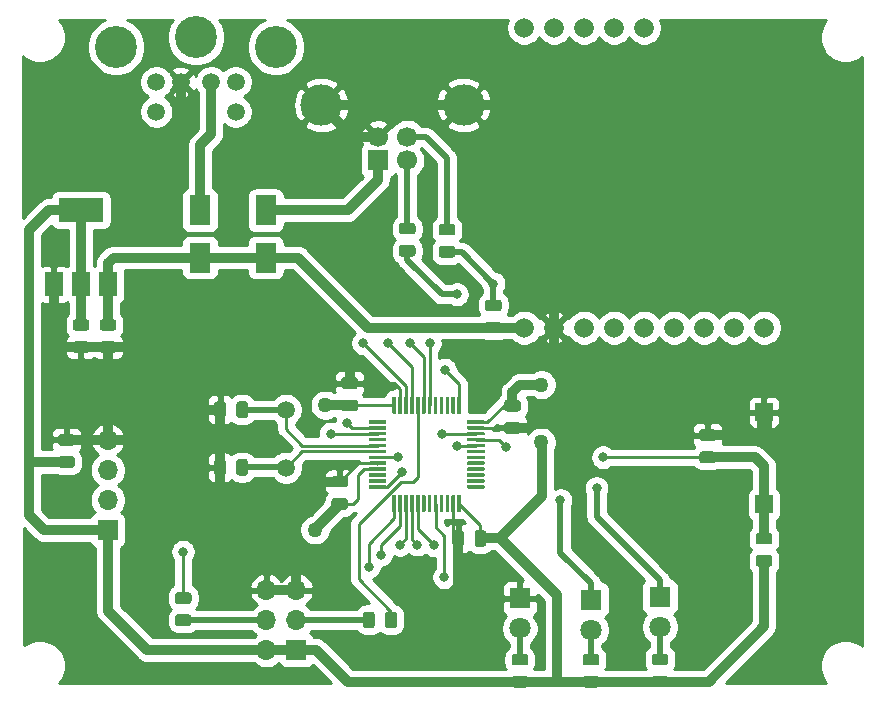
<source format=gbr>
G04 #@! TF.GenerationSoftware,KiCad,Pcbnew,(5.1.5)-3*
G04 #@! TF.CreationDate,2021-12-10T20:30:37-03:00*
G04 #@! TF.ProjectId,remoto,72656d6f-746f-42e6-9b69-6361645f7063,rev?*
G04 #@! TF.SameCoordinates,Original*
G04 #@! TF.FileFunction,Copper,L1,Top*
G04 #@! TF.FilePolarity,Positive*
%FSLAX46Y46*%
G04 Gerber Fmt 4.6, Leading zero omitted, Abs format (unit mm)*
G04 Created by KiCad (PCBNEW (5.1.5)-3) date 2021-12-10 20:30:37*
%MOMM*%
%LPD*%
G04 APERTURE LIST*
%ADD10R,1.500000X1.500000*%
%ADD11R,1.800000X2.500000*%
%ADD12C,1.500000*%
%ADD13C,0.100000*%
%ADD14R,1.500000X2.000000*%
%ADD15R,3.800000X2.000000*%
%ADD16C,3.555000*%
%ADD17C,1.509000*%
%ADD18O,1.700000X1.700000*%
%ADD19R,1.700000X1.700000*%
%ADD20C,1.700000*%
%ADD21C,3.500000*%
%ADD22C,1.665000*%
%ADD23C,1.800000*%
%ADD24R,1.800000X1.800000*%
%ADD25C,1.270000*%
%ADD26C,0.800000*%
%ADD27C,0.812800*%
%ADD28C,0.812800*%
%ADD29C,0.508000*%
%ADD30C,0.254000*%
%ADD31C,1.270000*%
G04 APERTURE END LIST*
D10*
X89702640Y-67958800D03*
X89702640Y-60158800D03*
D11*
X41948100Y-43057060D03*
X41948100Y-47057060D03*
D12*
X49232820Y-64836380D03*
X49232820Y-59936380D03*
G04 #@! TA.AperFunction,SMDPad,CuDef*
D13*
G36*
X58477771Y-58821341D02*
G01*
X58485052Y-58822421D01*
X58492191Y-58824209D01*
X58499121Y-58826689D01*
X58505775Y-58829836D01*
X58512088Y-58833620D01*
X58517999Y-58838004D01*
X58523453Y-58842947D01*
X58528396Y-58848401D01*
X58532780Y-58854312D01*
X58536564Y-58860625D01*
X58539711Y-58867279D01*
X58542191Y-58874209D01*
X58543979Y-58881348D01*
X58545059Y-58888629D01*
X58545420Y-58895980D01*
X58545420Y-60220980D01*
X58545059Y-60228331D01*
X58543979Y-60235612D01*
X58542191Y-60242751D01*
X58539711Y-60249681D01*
X58536564Y-60256335D01*
X58532780Y-60262648D01*
X58528396Y-60268559D01*
X58523453Y-60274013D01*
X58517999Y-60278956D01*
X58512088Y-60283340D01*
X58505775Y-60287124D01*
X58499121Y-60290271D01*
X58492191Y-60292751D01*
X58485052Y-60294539D01*
X58477771Y-60295619D01*
X58470420Y-60295980D01*
X58320420Y-60295980D01*
X58313069Y-60295619D01*
X58305788Y-60294539D01*
X58298649Y-60292751D01*
X58291719Y-60290271D01*
X58285065Y-60287124D01*
X58278752Y-60283340D01*
X58272841Y-60278956D01*
X58267387Y-60274013D01*
X58262444Y-60268559D01*
X58258060Y-60262648D01*
X58254276Y-60256335D01*
X58251129Y-60249681D01*
X58248649Y-60242751D01*
X58246861Y-60235612D01*
X58245781Y-60228331D01*
X58245420Y-60220980D01*
X58245420Y-58895980D01*
X58245781Y-58888629D01*
X58246861Y-58881348D01*
X58248649Y-58874209D01*
X58251129Y-58867279D01*
X58254276Y-58860625D01*
X58258060Y-58854312D01*
X58262444Y-58848401D01*
X58267387Y-58842947D01*
X58272841Y-58838004D01*
X58278752Y-58833620D01*
X58285065Y-58829836D01*
X58291719Y-58826689D01*
X58298649Y-58824209D01*
X58305788Y-58822421D01*
X58313069Y-58821341D01*
X58320420Y-58820980D01*
X58470420Y-58820980D01*
X58477771Y-58821341D01*
G37*
G04 #@! TD.AperFunction*
G04 #@! TA.AperFunction,SMDPad,CuDef*
G36*
X58977771Y-58821341D02*
G01*
X58985052Y-58822421D01*
X58992191Y-58824209D01*
X58999121Y-58826689D01*
X59005775Y-58829836D01*
X59012088Y-58833620D01*
X59017999Y-58838004D01*
X59023453Y-58842947D01*
X59028396Y-58848401D01*
X59032780Y-58854312D01*
X59036564Y-58860625D01*
X59039711Y-58867279D01*
X59042191Y-58874209D01*
X59043979Y-58881348D01*
X59045059Y-58888629D01*
X59045420Y-58895980D01*
X59045420Y-60220980D01*
X59045059Y-60228331D01*
X59043979Y-60235612D01*
X59042191Y-60242751D01*
X59039711Y-60249681D01*
X59036564Y-60256335D01*
X59032780Y-60262648D01*
X59028396Y-60268559D01*
X59023453Y-60274013D01*
X59017999Y-60278956D01*
X59012088Y-60283340D01*
X59005775Y-60287124D01*
X58999121Y-60290271D01*
X58992191Y-60292751D01*
X58985052Y-60294539D01*
X58977771Y-60295619D01*
X58970420Y-60295980D01*
X58820420Y-60295980D01*
X58813069Y-60295619D01*
X58805788Y-60294539D01*
X58798649Y-60292751D01*
X58791719Y-60290271D01*
X58785065Y-60287124D01*
X58778752Y-60283340D01*
X58772841Y-60278956D01*
X58767387Y-60274013D01*
X58762444Y-60268559D01*
X58758060Y-60262648D01*
X58754276Y-60256335D01*
X58751129Y-60249681D01*
X58748649Y-60242751D01*
X58746861Y-60235612D01*
X58745781Y-60228331D01*
X58745420Y-60220980D01*
X58745420Y-58895980D01*
X58745781Y-58888629D01*
X58746861Y-58881348D01*
X58748649Y-58874209D01*
X58751129Y-58867279D01*
X58754276Y-58860625D01*
X58758060Y-58854312D01*
X58762444Y-58848401D01*
X58767387Y-58842947D01*
X58772841Y-58838004D01*
X58778752Y-58833620D01*
X58785065Y-58829836D01*
X58791719Y-58826689D01*
X58798649Y-58824209D01*
X58805788Y-58822421D01*
X58813069Y-58821341D01*
X58820420Y-58820980D01*
X58970420Y-58820980D01*
X58977771Y-58821341D01*
G37*
G04 #@! TD.AperFunction*
G04 #@! TA.AperFunction,SMDPad,CuDef*
G36*
X59477771Y-58821341D02*
G01*
X59485052Y-58822421D01*
X59492191Y-58824209D01*
X59499121Y-58826689D01*
X59505775Y-58829836D01*
X59512088Y-58833620D01*
X59517999Y-58838004D01*
X59523453Y-58842947D01*
X59528396Y-58848401D01*
X59532780Y-58854312D01*
X59536564Y-58860625D01*
X59539711Y-58867279D01*
X59542191Y-58874209D01*
X59543979Y-58881348D01*
X59545059Y-58888629D01*
X59545420Y-58895980D01*
X59545420Y-60220980D01*
X59545059Y-60228331D01*
X59543979Y-60235612D01*
X59542191Y-60242751D01*
X59539711Y-60249681D01*
X59536564Y-60256335D01*
X59532780Y-60262648D01*
X59528396Y-60268559D01*
X59523453Y-60274013D01*
X59517999Y-60278956D01*
X59512088Y-60283340D01*
X59505775Y-60287124D01*
X59499121Y-60290271D01*
X59492191Y-60292751D01*
X59485052Y-60294539D01*
X59477771Y-60295619D01*
X59470420Y-60295980D01*
X59320420Y-60295980D01*
X59313069Y-60295619D01*
X59305788Y-60294539D01*
X59298649Y-60292751D01*
X59291719Y-60290271D01*
X59285065Y-60287124D01*
X59278752Y-60283340D01*
X59272841Y-60278956D01*
X59267387Y-60274013D01*
X59262444Y-60268559D01*
X59258060Y-60262648D01*
X59254276Y-60256335D01*
X59251129Y-60249681D01*
X59248649Y-60242751D01*
X59246861Y-60235612D01*
X59245781Y-60228331D01*
X59245420Y-60220980D01*
X59245420Y-58895980D01*
X59245781Y-58888629D01*
X59246861Y-58881348D01*
X59248649Y-58874209D01*
X59251129Y-58867279D01*
X59254276Y-58860625D01*
X59258060Y-58854312D01*
X59262444Y-58848401D01*
X59267387Y-58842947D01*
X59272841Y-58838004D01*
X59278752Y-58833620D01*
X59285065Y-58829836D01*
X59291719Y-58826689D01*
X59298649Y-58824209D01*
X59305788Y-58822421D01*
X59313069Y-58821341D01*
X59320420Y-58820980D01*
X59470420Y-58820980D01*
X59477771Y-58821341D01*
G37*
G04 #@! TD.AperFunction*
G04 #@! TA.AperFunction,SMDPad,CuDef*
G36*
X59977771Y-58821341D02*
G01*
X59985052Y-58822421D01*
X59992191Y-58824209D01*
X59999121Y-58826689D01*
X60005775Y-58829836D01*
X60012088Y-58833620D01*
X60017999Y-58838004D01*
X60023453Y-58842947D01*
X60028396Y-58848401D01*
X60032780Y-58854312D01*
X60036564Y-58860625D01*
X60039711Y-58867279D01*
X60042191Y-58874209D01*
X60043979Y-58881348D01*
X60045059Y-58888629D01*
X60045420Y-58895980D01*
X60045420Y-60220980D01*
X60045059Y-60228331D01*
X60043979Y-60235612D01*
X60042191Y-60242751D01*
X60039711Y-60249681D01*
X60036564Y-60256335D01*
X60032780Y-60262648D01*
X60028396Y-60268559D01*
X60023453Y-60274013D01*
X60017999Y-60278956D01*
X60012088Y-60283340D01*
X60005775Y-60287124D01*
X59999121Y-60290271D01*
X59992191Y-60292751D01*
X59985052Y-60294539D01*
X59977771Y-60295619D01*
X59970420Y-60295980D01*
X59820420Y-60295980D01*
X59813069Y-60295619D01*
X59805788Y-60294539D01*
X59798649Y-60292751D01*
X59791719Y-60290271D01*
X59785065Y-60287124D01*
X59778752Y-60283340D01*
X59772841Y-60278956D01*
X59767387Y-60274013D01*
X59762444Y-60268559D01*
X59758060Y-60262648D01*
X59754276Y-60256335D01*
X59751129Y-60249681D01*
X59748649Y-60242751D01*
X59746861Y-60235612D01*
X59745781Y-60228331D01*
X59745420Y-60220980D01*
X59745420Y-58895980D01*
X59745781Y-58888629D01*
X59746861Y-58881348D01*
X59748649Y-58874209D01*
X59751129Y-58867279D01*
X59754276Y-58860625D01*
X59758060Y-58854312D01*
X59762444Y-58848401D01*
X59767387Y-58842947D01*
X59772841Y-58838004D01*
X59778752Y-58833620D01*
X59785065Y-58829836D01*
X59791719Y-58826689D01*
X59798649Y-58824209D01*
X59805788Y-58822421D01*
X59813069Y-58821341D01*
X59820420Y-58820980D01*
X59970420Y-58820980D01*
X59977771Y-58821341D01*
G37*
G04 #@! TD.AperFunction*
G04 #@! TA.AperFunction,SMDPad,CuDef*
G36*
X60477771Y-58821341D02*
G01*
X60485052Y-58822421D01*
X60492191Y-58824209D01*
X60499121Y-58826689D01*
X60505775Y-58829836D01*
X60512088Y-58833620D01*
X60517999Y-58838004D01*
X60523453Y-58842947D01*
X60528396Y-58848401D01*
X60532780Y-58854312D01*
X60536564Y-58860625D01*
X60539711Y-58867279D01*
X60542191Y-58874209D01*
X60543979Y-58881348D01*
X60545059Y-58888629D01*
X60545420Y-58895980D01*
X60545420Y-60220980D01*
X60545059Y-60228331D01*
X60543979Y-60235612D01*
X60542191Y-60242751D01*
X60539711Y-60249681D01*
X60536564Y-60256335D01*
X60532780Y-60262648D01*
X60528396Y-60268559D01*
X60523453Y-60274013D01*
X60517999Y-60278956D01*
X60512088Y-60283340D01*
X60505775Y-60287124D01*
X60499121Y-60290271D01*
X60492191Y-60292751D01*
X60485052Y-60294539D01*
X60477771Y-60295619D01*
X60470420Y-60295980D01*
X60320420Y-60295980D01*
X60313069Y-60295619D01*
X60305788Y-60294539D01*
X60298649Y-60292751D01*
X60291719Y-60290271D01*
X60285065Y-60287124D01*
X60278752Y-60283340D01*
X60272841Y-60278956D01*
X60267387Y-60274013D01*
X60262444Y-60268559D01*
X60258060Y-60262648D01*
X60254276Y-60256335D01*
X60251129Y-60249681D01*
X60248649Y-60242751D01*
X60246861Y-60235612D01*
X60245781Y-60228331D01*
X60245420Y-60220980D01*
X60245420Y-58895980D01*
X60245781Y-58888629D01*
X60246861Y-58881348D01*
X60248649Y-58874209D01*
X60251129Y-58867279D01*
X60254276Y-58860625D01*
X60258060Y-58854312D01*
X60262444Y-58848401D01*
X60267387Y-58842947D01*
X60272841Y-58838004D01*
X60278752Y-58833620D01*
X60285065Y-58829836D01*
X60291719Y-58826689D01*
X60298649Y-58824209D01*
X60305788Y-58822421D01*
X60313069Y-58821341D01*
X60320420Y-58820980D01*
X60470420Y-58820980D01*
X60477771Y-58821341D01*
G37*
G04 #@! TD.AperFunction*
G04 #@! TA.AperFunction,SMDPad,CuDef*
G36*
X60977771Y-58821341D02*
G01*
X60985052Y-58822421D01*
X60992191Y-58824209D01*
X60999121Y-58826689D01*
X61005775Y-58829836D01*
X61012088Y-58833620D01*
X61017999Y-58838004D01*
X61023453Y-58842947D01*
X61028396Y-58848401D01*
X61032780Y-58854312D01*
X61036564Y-58860625D01*
X61039711Y-58867279D01*
X61042191Y-58874209D01*
X61043979Y-58881348D01*
X61045059Y-58888629D01*
X61045420Y-58895980D01*
X61045420Y-60220980D01*
X61045059Y-60228331D01*
X61043979Y-60235612D01*
X61042191Y-60242751D01*
X61039711Y-60249681D01*
X61036564Y-60256335D01*
X61032780Y-60262648D01*
X61028396Y-60268559D01*
X61023453Y-60274013D01*
X61017999Y-60278956D01*
X61012088Y-60283340D01*
X61005775Y-60287124D01*
X60999121Y-60290271D01*
X60992191Y-60292751D01*
X60985052Y-60294539D01*
X60977771Y-60295619D01*
X60970420Y-60295980D01*
X60820420Y-60295980D01*
X60813069Y-60295619D01*
X60805788Y-60294539D01*
X60798649Y-60292751D01*
X60791719Y-60290271D01*
X60785065Y-60287124D01*
X60778752Y-60283340D01*
X60772841Y-60278956D01*
X60767387Y-60274013D01*
X60762444Y-60268559D01*
X60758060Y-60262648D01*
X60754276Y-60256335D01*
X60751129Y-60249681D01*
X60748649Y-60242751D01*
X60746861Y-60235612D01*
X60745781Y-60228331D01*
X60745420Y-60220980D01*
X60745420Y-58895980D01*
X60745781Y-58888629D01*
X60746861Y-58881348D01*
X60748649Y-58874209D01*
X60751129Y-58867279D01*
X60754276Y-58860625D01*
X60758060Y-58854312D01*
X60762444Y-58848401D01*
X60767387Y-58842947D01*
X60772841Y-58838004D01*
X60778752Y-58833620D01*
X60785065Y-58829836D01*
X60791719Y-58826689D01*
X60798649Y-58824209D01*
X60805788Y-58822421D01*
X60813069Y-58821341D01*
X60820420Y-58820980D01*
X60970420Y-58820980D01*
X60977771Y-58821341D01*
G37*
G04 #@! TD.AperFunction*
G04 #@! TA.AperFunction,SMDPad,CuDef*
G36*
X61477771Y-58821341D02*
G01*
X61485052Y-58822421D01*
X61492191Y-58824209D01*
X61499121Y-58826689D01*
X61505775Y-58829836D01*
X61512088Y-58833620D01*
X61517999Y-58838004D01*
X61523453Y-58842947D01*
X61528396Y-58848401D01*
X61532780Y-58854312D01*
X61536564Y-58860625D01*
X61539711Y-58867279D01*
X61542191Y-58874209D01*
X61543979Y-58881348D01*
X61545059Y-58888629D01*
X61545420Y-58895980D01*
X61545420Y-60220980D01*
X61545059Y-60228331D01*
X61543979Y-60235612D01*
X61542191Y-60242751D01*
X61539711Y-60249681D01*
X61536564Y-60256335D01*
X61532780Y-60262648D01*
X61528396Y-60268559D01*
X61523453Y-60274013D01*
X61517999Y-60278956D01*
X61512088Y-60283340D01*
X61505775Y-60287124D01*
X61499121Y-60290271D01*
X61492191Y-60292751D01*
X61485052Y-60294539D01*
X61477771Y-60295619D01*
X61470420Y-60295980D01*
X61320420Y-60295980D01*
X61313069Y-60295619D01*
X61305788Y-60294539D01*
X61298649Y-60292751D01*
X61291719Y-60290271D01*
X61285065Y-60287124D01*
X61278752Y-60283340D01*
X61272841Y-60278956D01*
X61267387Y-60274013D01*
X61262444Y-60268559D01*
X61258060Y-60262648D01*
X61254276Y-60256335D01*
X61251129Y-60249681D01*
X61248649Y-60242751D01*
X61246861Y-60235612D01*
X61245781Y-60228331D01*
X61245420Y-60220980D01*
X61245420Y-58895980D01*
X61245781Y-58888629D01*
X61246861Y-58881348D01*
X61248649Y-58874209D01*
X61251129Y-58867279D01*
X61254276Y-58860625D01*
X61258060Y-58854312D01*
X61262444Y-58848401D01*
X61267387Y-58842947D01*
X61272841Y-58838004D01*
X61278752Y-58833620D01*
X61285065Y-58829836D01*
X61291719Y-58826689D01*
X61298649Y-58824209D01*
X61305788Y-58822421D01*
X61313069Y-58821341D01*
X61320420Y-58820980D01*
X61470420Y-58820980D01*
X61477771Y-58821341D01*
G37*
G04 #@! TD.AperFunction*
G04 #@! TA.AperFunction,SMDPad,CuDef*
G36*
X61977771Y-58821341D02*
G01*
X61985052Y-58822421D01*
X61992191Y-58824209D01*
X61999121Y-58826689D01*
X62005775Y-58829836D01*
X62012088Y-58833620D01*
X62017999Y-58838004D01*
X62023453Y-58842947D01*
X62028396Y-58848401D01*
X62032780Y-58854312D01*
X62036564Y-58860625D01*
X62039711Y-58867279D01*
X62042191Y-58874209D01*
X62043979Y-58881348D01*
X62045059Y-58888629D01*
X62045420Y-58895980D01*
X62045420Y-60220980D01*
X62045059Y-60228331D01*
X62043979Y-60235612D01*
X62042191Y-60242751D01*
X62039711Y-60249681D01*
X62036564Y-60256335D01*
X62032780Y-60262648D01*
X62028396Y-60268559D01*
X62023453Y-60274013D01*
X62017999Y-60278956D01*
X62012088Y-60283340D01*
X62005775Y-60287124D01*
X61999121Y-60290271D01*
X61992191Y-60292751D01*
X61985052Y-60294539D01*
X61977771Y-60295619D01*
X61970420Y-60295980D01*
X61820420Y-60295980D01*
X61813069Y-60295619D01*
X61805788Y-60294539D01*
X61798649Y-60292751D01*
X61791719Y-60290271D01*
X61785065Y-60287124D01*
X61778752Y-60283340D01*
X61772841Y-60278956D01*
X61767387Y-60274013D01*
X61762444Y-60268559D01*
X61758060Y-60262648D01*
X61754276Y-60256335D01*
X61751129Y-60249681D01*
X61748649Y-60242751D01*
X61746861Y-60235612D01*
X61745781Y-60228331D01*
X61745420Y-60220980D01*
X61745420Y-58895980D01*
X61745781Y-58888629D01*
X61746861Y-58881348D01*
X61748649Y-58874209D01*
X61751129Y-58867279D01*
X61754276Y-58860625D01*
X61758060Y-58854312D01*
X61762444Y-58848401D01*
X61767387Y-58842947D01*
X61772841Y-58838004D01*
X61778752Y-58833620D01*
X61785065Y-58829836D01*
X61791719Y-58826689D01*
X61798649Y-58824209D01*
X61805788Y-58822421D01*
X61813069Y-58821341D01*
X61820420Y-58820980D01*
X61970420Y-58820980D01*
X61977771Y-58821341D01*
G37*
G04 #@! TD.AperFunction*
G04 #@! TA.AperFunction,SMDPad,CuDef*
G36*
X62477771Y-58821341D02*
G01*
X62485052Y-58822421D01*
X62492191Y-58824209D01*
X62499121Y-58826689D01*
X62505775Y-58829836D01*
X62512088Y-58833620D01*
X62517999Y-58838004D01*
X62523453Y-58842947D01*
X62528396Y-58848401D01*
X62532780Y-58854312D01*
X62536564Y-58860625D01*
X62539711Y-58867279D01*
X62542191Y-58874209D01*
X62543979Y-58881348D01*
X62545059Y-58888629D01*
X62545420Y-58895980D01*
X62545420Y-60220980D01*
X62545059Y-60228331D01*
X62543979Y-60235612D01*
X62542191Y-60242751D01*
X62539711Y-60249681D01*
X62536564Y-60256335D01*
X62532780Y-60262648D01*
X62528396Y-60268559D01*
X62523453Y-60274013D01*
X62517999Y-60278956D01*
X62512088Y-60283340D01*
X62505775Y-60287124D01*
X62499121Y-60290271D01*
X62492191Y-60292751D01*
X62485052Y-60294539D01*
X62477771Y-60295619D01*
X62470420Y-60295980D01*
X62320420Y-60295980D01*
X62313069Y-60295619D01*
X62305788Y-60294539D01*
X62298649Y-60292751D01*
X62291719Y-60290271D01*
X62285065Y-60287124D01*
X62278752Y-60283340D01*
X62272841Y-60278956D01*
X62267387Y-60274013D01*
X62262444Y-60268559D01*
X62258060Y-60262648D01*
X62254276Y-60256335D01*
X62251129Y-60249681D01*
X62248649Y-60242751D01*
X62246861Y-60235612D01*
X62245781Y-60228331D01*
X62245420Y-60220980D01*
X62245420Y-58895980D01*
X62245781Y-58888629D01*
X62246861Y-58881348D01*
X62248649Y-58874209D01*
X62251129Y-58867279D01*
X62254276Y-58860625D01*
X62258060Y-58854312D01*
X62262444Y-58848401D01*
X62267387Y-58842947D01*
X62272841Y-58838004D01*
X62278752Y-58833620D01*
X62285065Y-58829836D01*
X62291719Y-58826689D01*
X62298649Y-58824209D01*
X62305788Y-58822421D01*
X62313069Y-58821341D01*
X62320420Y-58820980D01*
X62470420Y-58820980D01*
X62477771Y-58821341D01*
G37*
G04 #@! TD.AperFunction*
G04 #@! TA.AperFunction,SMDPad,CuDef*
G36*
X62977771Y-58821341D02*
G01*
X62985052Y-58822421D01*
X62992191Y-58824209D01*
X62999121Y-58826689D01*
X63005775Y-58829836D01*
X63012088Y-58833620D01*
X63017999Y-58838004D01*
X63023453Y-58842947D01*
X63028396Y-58848401D01*
X63032780Y-58854312D01*
X63036564Y-58860625D01*
X63039711Y-58867279D01*
X63042191Y-58874209D01*
X63043979Y-58881348D01*
X63045059Y-58888629D01*
X63045420Y-58895980D01*
X63045420Y-60220980D01*
X63045059Y-60228331D01*
X63043979Y-60235612D01*
X63042191Y-60242751D01*
X63039711Y-60249681D01*
X63036564Y-60256335D01*
X63032780Y-60262648D01*
X63028396Y-60268559D01*
X63023453Y-60274013D01*
X63017999Y-60278956D01*
X63012088Y-60283340D01*
X63005775Y-60287124D01*
X62999121Y-60290271D01*
X62992191Y-60292751D01*
X62985052Y-60294539D01*
X62977771Y-60295619D01*
X62970420Y-60295980D01*
X62820420Y-60295980D01*
X62813069Y-60295619D01*
X62805788Y-60294539D01*
X62798649Y-60292751D01*
X62791719Y-60290271D01*
X62785065Y-60287124D01*
X62778752Y-60283340D01*
X62772841Y-60278956D01*
X62767387Y-60274013D01*
X62762444Y-60268559D01*
X62758060Y-60262648D01*
X62754276Y-60256335D01*
X62751129Y-60249681D01*
X62748649Y-60242751D01*
X62746861Y-60235612D01*
X62745781Y-60228331D01*
X62745420Y-60220980D01*
X62745420Y-58895980D01*
X62745781Y-58888629D01*
X62746861Y-58881348D01*
X62748649Y-58874209D01*
X62751129Y-58867279D01*
X62754276Y-58860625D01*
X62758060Y-58854312D01*
X62762444Y-58848401D01*
X62767387Y-58842947D01*
X62772841Y-58838004D01*
X62778752Y-58833620D01*
X62785065Y-58829836D01*
X62791719Y-58826689D01*
X62798649Y-58824209D01*
X62805788Y-58822421D01*
X62813069Y-58821341D01*
X62820420Y-58820980D01*
X62970420Y-58820980D01*
X62977771Y-58821341D01*
G37*
G04 #@! TD.AperFunction*
G04 #@! TA.AperFunction,SMDPad,CuDef*
G36*
X63477771Y-58821341D02*
G01*
X63485052Y-58822421D01*
X63492191Y-58824209D01*
X63499121Y-58826689D01*
X63505775Y-58829836D01*
X63512088Y-58833620D01*
X63517999Y-58838004D01*
X63523453Y-58842947D01*
X63528396Y-58848401D01*
X63532780Y-58854312D01*
X63536564Y-58860625D01*
X63539711Y-58867279D01*
X63542191Y-58874209D01*
X63543979Y-58881348D01*
X63545059Y-58888629D01*
X63545420Y-58895980D01*
X63545420Y-60220980D01*
X63545059Y-60228331D01*
X63543979Y-60235612D01*
X63542191Y-60242751D01*
X63539711Y-60249681D01*
X63536564Y-60256335D01*
X63532780Y-60262648D01*
X63528396Y-60268559D01*
X63523453Y-60274013D01*
X63517999Y-60278956D01*
X63512088Y-60283340D01*
X63505775Y-60287124D01*
X63499121Y-60290271D01*
X63492191Y-60292751D01*
X63485052Y-60294539D01*
X63477771Y-60295619D01*
X63470420Y-60295980D01*
X63320420Y-60295980D01*
X63313069Y-60295619D01*
X63305788Y-60294539D01*
X63298649Y-60292751D01*
X63291719Y-60290271D01*
X63285065Y-60287124D01*
X63278752Y-60283340D01*
X63272841Y-60278956D01*
X63267387Y-60274013D01*
X63262444Y-60268559D01*
X63258060Y-60262648D01*
X63254276Y-60256335D01*
X63251129Y-60249681D01*
X63248649Y-60242751D01*
X63246861Y-60235612D01*
X63245781Y-60228331D01*
X63245420Y-60220980D01*
X63245420Y-58895980D01*
X63245781Y-58888629D01*
X63246861Y-58881348D01*
X63248649Y-58874209D01*
X63251129Y-58867279D01*
X63254276Y-58860625D01*
X63258060Y-58854312D01*
X63262444Y-58848401D01*
X63267387Y-58842947D01*
X63272841Y-58838004D01*
X63278752Y-58833620D01*
X63285065Y-58829836D01*
X63291719Y-58826689D01*
X63298649Y-58824209D01*
X63305788Y-58822421D01*
X63313069Y-58821341D01*
X63320420Y-58820980D01*
X63470420Y-58820980D01*
X63477771Y-58821341D01*
G37*
G04 #@! TD.AperFunction*
G04 #@! TA.AperFunction,SMDPad,CuDef*
G36*
X63977771Y-58821341D02*
G01*
X63985052Y-58822421D01*
X63992191Y-58824209D01*
X63999121Y-58826689D01*
X64005775Y-58829836D01*
X64012088Y-58833620D01*
X64017999Y-58838004D01*
X64023453Y-58842947D01*
X64028396Y-58848401D01*
X64032780Y-58854312D01*
X64036564Y-58860625D01*
X64039711Y-58867279D01*
X64042191Y-58874209D01*
X64043979Y-58881348D01*
X64045059Y-58888629D01*
X64045420Y-58895980D01*
X64045420Y-60220980D01*
X64045059Y-60228331D01*
X64043979Y-60235612D01*
X64042191Y-60242751D01*
X64039711Y-60249681D01*
X64036564Y-60256335D01*
X64032780Y-60262648D01*
X64028396Y-60268559D01*
X64023453Y-60274013D01*
X64017999Y-60278956D01*
X64012088Y-60283340D01*
X64005775Y-60287124D01*
X63999121Y-60290271D01*
X63992191Y-60292751D01*
X63985052Y-60294539D01*
X63977771Y-60295619D01*
X63970420Y-60295980D01*
X63820420Y-60295980D01*
X63813069Y-60295619D01*
X63805788Y-60294539D01*
X63798649Y-60292751D01*
X63791719Y-60290271D01*
X63785065Y-60287124D01*
X63778752Y-60283340D01*
X63772841Y-60278956D01*
X63767387Y-60274013D01*
X63762444Y-60268559D01*
X63758060Y-60262648D01*
X63754276Y-60256335D01*
X63751129Y-60249681D01*
X63748649Y-60242751D01*
X63746861Y-60235612D01*
X63745781Y-60228331D01*
X63745420Y-60220980D01*
X63745420Y-58895980D01*
X63745781Y-58888629D01*
X63746861Y-58881348D01*
X63748649Y-58874209D01*
X63751129Y-58867279D01*
X63754276Y-58860625D01*
X63758060Y-58854312D01*
X63762444Y-58848401D01*
X63767387Y-58842947D01*
X63772841Y-58838004D01*
X63778752Y-58833620D01*
X63785065Y-58829836D01*
X63791719Y-58826689D01*
X63798649Y-58824209D01*
X63805788Y-58822421D01*
X63813069Y-58821341D01*
X63820420Y-58820980D01*
X63970420Y-58820980D01*
X63977771Y-58821341D01*
G37*
G04 #@! TD.AperFunction*
G04 #@! TA.AperFunction,SMDPad,CuDef*
G36*
X65977771Y-60821341D02*
G01*
X65985052Y-60822421D01*
X65992191Y-60824209D01*
X65999121Y-60826689D01*
X66005775Y-60829836D01*
X66012088Y-60833620D01*
X66017999Y-60838004D01*
X66023453Y-60842947D01*
X66028396Y-60848401D01*
X66032780Y-60854312D01*
X66036564Y-60860625D01*
X66039711Y-60867279D01*
X66042191Y-60874209D01*
X66043979Y-60881348D01*
X66045059Y-60888629D01*
X66045420Y-60895980D01*
X66045420Y-61045980D01*
X66045059Y-61053331D01*
X66043979Y-61060612D01*
X66042191Y-61067751D01*
X66039711Y-61074681D01*
X66036564Y-61081335D01*
X66032780Y-61087648D01*
X66028396Y-61093559D01*
X66023453Y-61099013D01*
X66017999Y-61103956D01*
X66012088Y-61108340D01*
X66005775Y-61112124D01*
X65999121Y-61115271D01*
X65992191Y-61117751D01*
X65985052Y-61119539D01*
X65977771Y-61120619D01*
X65970420Y-61120980D01*
X64645420Y-61120980D01*
X64638069Y-61120619D01*
X64630788Y-61119539D01*
X64623649Y-61117751D01*
X64616719Y-61115271D01*
X64610065Y-61112124D01*
X64603752Y-61108340D01*
X64597841Y-61103956D01*
X64592387Y-61099013D01*
X64587444Y-61093559D01*
X64583060Y-61087648D01*
X64579276Y-61081335D01*
X64576129Y-61074681D01*
X64573649Y-61067751D01*
X64571861Y-61060612D01*
X64570781Y-61053331D01*
X64570420Y-61045980D01*
X64570420Y-60895980D01*
X64570781Y-60888629D01*
X64571861Y-60881348D01*
X64573649Y-60874209D01*
X64576129Y-60867279D01*
X64579276Y-60860625D01*
X64583060Y-60854312D01*
X64587444Y-60848401D01*
X64592387Y-60842947D01*
X64597841Y-60838004D01*
X64603752Y-60833620D01*
X64610065Y-60829836D01*
X64616719Y-60826689D01*
X64623649Y-60824209D01*
X64630788Y-60822421D01*
X64638069Y-60821341D01*
X64645420Y-60820980D01*
X65970420Y-60820980D01*
X65977771Y-60821341D01*
G37*
G04 #@! TD.AperFunction*
G04 #@! TA.AperFunction,SMDPad,CuDef*
G36*
X65977771Y-61321341D02*
G01*
X65985052Y-61322421D01*
X65992191Y-61324209D01*
X65999121Y-61326689D01*
X66005775Y-61329836D01*
X66012088Y-61333620D01*
X66017999Y-61338004D01*
X66023453Y-61342947D01*
X66028396Y-61348401D01*
X66032780Y-61354312D01*
X66036564Y-61360625D01*
X66039711Y-61367279D01*
X66042191Y-61374209D01*
X66043979Y-61381348D01*
X66045059Y-61388629D01*
X66045420Y-61395980D01*
X66045420Y-61545980D01*
X66045059Y-61553331D01*
X66043979Y-61560612D01*
X66042191Y-61567751D01*
X66039711Y-61574681D01*
X66036564Y-61581335D01*
X66032780Y-61587648D01*
X66028396Y-61593559D01*
X66023453Y-61599013D01*
X66017999Y-61603956D01*
X66012088Y-61608340D01*
X66005775Y-61612124D01*
X65999121Y-61615271D01*
X65992191Y-61617751D01*
X65985052Y-61619539D01*
X65977771Y-61620619D01*
X65970420Y-61620980D01*
X64645420Y-61620980D01*
X64638069Y-61620619D01*
X64630788Y-61619539D01*
X64623649Y-61617751D01*
X64616719Y-61615271D01*
X64610065Y-61612124D01*
X64603752Y-61608340D01*
X64597841Y-61603956D01*
X64592387Y-61599013D01*
X64587444Y-61593559D01*
X64583060Y-61587648D01*
X64579276Y-61581335D01*
X64576129Y-61574681D01*
X64573649Y-61567751D01*
X64571861Y-61560612D01*
X64570781Y-61553331D01*
X64570420Y-61545980D01*
X64570420Y-61395980D01*
X64570781Y-61388629D01*
X64571861Y-61381348D01*
X64573649Y-61374209D01*
X64576129Y-61367279D01*
X64579276Y-61360625D01*
X64583060Y-61354312D01*
X64587444Y-61348401D01*
X64592387Y-61342947D01*
X64597841Y-61338004D01*
X64603752Y-61333620D01*
X64610065Y-61329836D01*
X64616719Y-61326689D01*
X64623649Y-61324209D01*
X64630788Y-61322421D01*
X64638069Y-61321341D01*
X64645420Y-61320980D01*
X65970420Y-61320980D01*
X65977771Y-61321341D01*
G37*
G04 #@! TD.AperFunction*
G04 #@! TA.AperFunction,SMDPad,CuDef*
G36*
X65977771Y-61821341D02*
G01*
X65985052Y-61822421D01*
X65992191Y-61824209D01*
X65999121Y-61826689D01*
X66005775Y-61829836D01*
X66012088Y-61833620D01*
X66017999Y-61838004D01*
X66023453Y-61842947D01*
X66028396Y-61848401D01*
X66032780Y-61854312D01*
X66036564Y-61860625D01*
X66039711Y-61867279D01*
X66042191Y-61874209D01*
X66043979Y-61881348D01*
X66045059Y-61888629D01*
X66045420Y-61895980D01*
X66045420Y-62045980D01*
X66045059Y-62053331D01*
X66043979Y-62060612D01*
X66042191Y-62067751D01*
X66039711Y-62074681D01*
X66036564Y-62081335D01*
X66032780Y-62087648D01*
X66028396Y-62093559D01*
X66023453Y-62099013D01*
X66017999Y-62103956D01*
X66012088Y-62108340D01*
X66005775Y-62112124D01*
X65999121Y-62115271D01*
X65992191Y-62117751D01*
X65985052Y-62119539D01*
X65977771Y-62120619D01*
X65970420Y-62120980D01*
X64645420Y-62120980D01*
X64638069Y-62120619D01*
X64630788Y-62119539D01*
X64623649Y-62117751D01*
X64616719Y-62115271D01*
X64610065Y-62112124D01*
X64603752Y-62108340D01*
X64597841Y-62103956D01*
X64592387Y-62099013D01*
X64587444Y-62093559D01*
X64583060Y-62087648D01*
X64579276Y-62081335D01*
X64576129Y-62074681D01*
X64573649Y-62067751D01*
X64571861Y-62060612D01*
X64570781Y-62053331D01*
X64570420Y-62045980D01*
X64570420Y-61895980D01*
X64570781Y-61888629D01*
X64571861Y-61881348D01*
X64573649Y-61874209D01*
X64576129Y-61867279D01*
X64579276Y-61860625D01*
X64583060Y-61854312D01*
X64587444Y-61848401D01*
X64592387Y-61842947D01*
X64597841Y-61838004D01*
X64603752Y-61833620D01*
X64610065Y-61829836D01*
X64616719Y-61826689D01*
X64623649Y-61824209D01*
X64630788Y-61822421D01*
X64638069Y-61821341D01*
X64645420Y-61820980D01*
X65970420Y-61820980D01*
X65977771Y-61821341D01*
G37*
G04 #@! TD.AperFunction*
G04 #@! TA.AperFunction,SMDPad,CuDef*
G36*
X65977771Y-62321341D02*
G01*
X65985052Y-62322421D01*
X65992191Y-62324209D01*
X65999121Y-62326689D01*
X66005775Y-62329836D01*
X66012088Y-62333620D01*
X66017999Y-62338004D01*
X66023453Y-62342947D01*
X66028396Y-62348401D01*
X66032780Y-62354312D01*
X66036564Y-62360625D01*
X66039711Y-62367279D01*
X66042191Y-62374209D01*
X66043979Y-62381348D01*
X66045059Y-62388629D01*
X66045420Y-62395980D01*
X66045420Y-62545980D01*
X66045059Y-62553331D01*
X66043979Y-62560612D01*
X66042191Y-62567751D01*
X66039711Y-62574681D01*
X66036564Y-62581335D01*
X66032780Y-62587648D01*
X66028396Y-62593559D01*
X66023453Y-62599013D01*
X66017999Y-62603956D01*
X66012088Y-62608340D01*
X66005775Y-62612124D01*
X65999121Y-62615271D01*
X65992191Y-62617751D01*
X65985052Y-62619539D01*
X65977771Y-62620619D01*
X65970420Y-62620980D01*
X64645420Y-62620980D01*
X64638069Y-62620619D01*
X64630788Y-62619539D01*
X64623649Y-62617751D01*
X64616719Y-62615271D01*
X64610065Y-62612124D01*
X64603752Y-62608340D01*
X64597841Y-62603956D01*
X64592387Y-62599013D01*
X64587444Y-62593559D01*
X64583060Y-62587648D01*
X64579276Y-62581335D01*
X64576129Y-62574681D01*
X64573649Y-62567751D01*
X64571861Y-62560612D01*
X64570781Y-62553331D01*
X64570420Y-62545980D01*
X64570420Y-62395980D01*
X64570781Y-62388629D01*
X64571861Y-62381348D01*
X64573649Y-62374209D01*
X64576129Y-62367279D01*
X64579276Y-62360625D01*
X64583060Y-62354312D01*
X64587444Y-62348401D01*
X64592387Y-62342947D01*
X64597841Y-62338004D01*
X64603752Y-62333620D01*
X64610065Y-62329836D01*
X64616719Y-62326689D01*
X64623649Y-62324209D01*
X64630788Y-62322421D01*
X64638069Y-62321341D01*
X64645420Y-62320980D01*
X65970420Y-62320980D01*
X65977771Y-62321341D01*
G37*
G04 #@! TD.AperFunction*
G04 #@! TA.AperFunction,SMDPad,CuDef*
G36*
X65977771Y-62821341D02*
G01*
X65985052Y-62822421D01*
X65992191Y-62824209D01*
X65999121Y-62826689D01*
X66005775Y-62829836D01*
X66012088Y-62833620D01*
X66017999Y-62838004D01*
X66023453Y-62842947D01*
X66028396Y-62848401D01*
X66032780Y-62854312D01*
X66036564Y-62860625D01*
X66039711Y-62867279D01*
X66042191Y-62874209D01*
X66043979Y-62881348D01*
X66045059Y-62888629D01*
X66045420Y-62895980D01*
X66045420Y-63045980D01*
X66045059Y-63053331D01*
X66043979Y-63060612D01*
X66042191Y-63067751D01*
X66039711Y-63074681D01*
X66036564Y-63081335D01*
X66032780Y-63087648D01*
X66028396Y-63093559D01*
X66023453Y-63099013D01*
X66017999Y-63103956D01*
X66012088Y-63108340D01*
X66005775Y-63112124D01*
X65999121Y-63115271D01*
X65992191Y-63117751D01*
X65985052Y-63119539D01*
X65977771Y-63120619D01*
X65970420Y-63120980D01*
X64645420Y-63120980D01*
X64638069Y-63120619D01*
X64630788Y-63119539D01*
X64623649Y-63117751D01*
X64616719Y-63115271D01*
X64610065Y-63112124D01*
X64603752Y-63108340D01*
X64597841Y-63103956D01*
X64592387Y-63099013D01*
X64587444Y-63093559D01*
X64583060Y-63087648D01*
X64579276Y-63081335D01*
X64576129Y-63074681D01*
X64573649Y-63067751D01*
X64571861Y-63060612D01*
X64570781Y-63053331D01*
X64570420Y-63045980D01*
X64570420Y-62895980D01*
X64570781Y-62888629D01*
X64571861Y-62881348D01*
X64573649Y-62874209D01*
X64576129Y-62867279D01*
X64579276Y-62860625D01*
X64583060Y-62854312D01*
X64587444Y-62848401D01*
X64592387Y-62842947D01*
X64597841Y-62838004D01*
X64603752Y-62833620D01*
X64610065Y-62829836D01*
X64616719Y-62826689D01*
X64623649Y-62824209D01*
X64630788Y-62822421D01*
X64638069Y-62821341D01*
X64645420Y-62820980D01*
X65970420Y-62820980D01*
X65977771Y-62821341D01*
G37*
G04 #@! TD.AperFunction*
G04 #@! TA.AperFunction,SMDPad,CuDef*
G36*
X65977771Y-63321341D02*
G01*
X65985052Y-63322421D01*
X65992191Y-63324209D01*
X65999121Y-63326689D01*
X66005775Y-63329836D01*
X66012088Y-63333620D01*
X66017999Y-63338004D01*
X66023453Y-63342947D01*
X66028396Y-63348401D01*
X66032780Y-63354312D01*
X66036564Y-63360625D01*
X66039711Y-63367279D01*
X66042191Y-63374209D01*
X66043979Y-63381348D01*
X66045059Y-63388629D01*
X66045420Y-63395980D01*
X66045420Y-63545980D01*
X66045059Y-63553331D01*
X66043979Y-63560612D01*
X66042191Y-63567751D01*
X66039711Y-63574681D01*
X66036564Y-63581335D01*
X66032780Y-63587648D01*
X66028396Y-63593559D01*
X66023453Y-63599013D01*
X66017999Y-63603956D01*
X66012088Y-63608340D01*
X66005775Y-63612124D01*
X65999121Y-63615271D01*
X65992191Y-63617751D01*
X65985052Y-63619539D01*
X65977771Y-63620619D01*
X65970420Y-63620980D01*
X64645420Y-63620980D01*
X64638069Y-63620619D01*
X64630788Y-63619539D01*
X64623649Y-63617751D01*
X64616719Y-63615271D01*
X64610065Y-63612124D01*
X64603752Y-63608340D01*
X64597841Y-63603956D01*
X64592387Y-63599013D01*
X64587444Y-63593559D01*
X64583060Y-63587648D01*
X64579276Y-63581335D01*
X64576129Y-63574681D01*
X64573649Y-63567751D01*
X64571861Y-63560612D01*
X64570781Y-63553331D01*
X64570420Y-63545980D01*
X64570420Y-63395980D01*
X64570781Y-63388629D01*
X64571861Y-63381348D01*
X64573649Y-63374209D01*
X64576129Y-63367279D01*
X64579276Y-63360625D01*
X64583060Y-63354312D01*
X64587444Y-63348401D01*
X64592387Y-63342947D01*
X64597841Y-63338004D01*
X64603752Y-63333620D01*
X64610065Y-63329836D01*
X64616719Y-63326689D01*
X64623649Y-63324209D01*
X64630788Y-63322421D01*
X64638069Y-63321341D01*
X64645420Y-63320980D01*
X65970420Y-63320980D01*
X65977771Y-63321341D01*
G37*
G04 #@! TD.AperFunction*
G04 #@! TA.AperFunction,SMDPad,CuDef*
G36*
X65977771Y-63821341D02*
G01*
X65985052Y-63822421D01*
X65992191Y-63824209D01*
X65999121Y-63826689D01*
X66005775Y-63829836D01*
X66012088Y-63833620D01*
X66017999Y-63838004D01*
X66023453Y-63842947D01*
X66028396Y-63848401D01*
X66032780Y-63854312D01*
X66036564Y-63860625D01*
X66039711Y-63867279D01*
X66042191Y-63874209D01*
X66043979Y-63881348D01*
X66045059Y-63888629D01*
X66045420Y-63895980D01*
X66045420Y-64045980D01*
X66045059Y-64053331D01*
X66043979Y-64060612D01*
X66042191Y-64067751D01*
X66039711Y-64074681D01*
X66036564Y-64081335D01*
X66032780Y-64087648D01*
X66028396Y-64093559D01*
X66023453Y-64099013D01*
X66017999Y-64103956D01*
X66012088Y-64108340D01*
X66005775Y-64112124D01*
X65999121Y-64115271D01*
X65992191Y-64117751D01*
X65985052Y-64119539D01*
X65977771Y-64120619D01*
X65970420Y-64120980D01*
X64645420Y-64120980D01*
X64638069Y-64120619D01*
X64630788Y-64119539D01*
X64623649Y-64117751D01*
X64616719Y-64115271D01*
X64610065Y-64112124D01*
X64603752Y-64108340D01*
X64597841Y-64103956D01*
X64592387Y-64099013D01*
X64587444Y-64093559D01*
X64583060Y-64087648D01*
X64579276Y-64081335D01*
X64576129Y-64074681D01*
X64573649Y-64067751D01*
X64571861Y-64060612D01*
X64570781Y-64053331D01*
X64570420Y-64045980D01*
X64570420Y-63895980D01*
X64570781Y-63888629D01*
X64571861Y-63881348D01*
X64573649Y-63874209D01*
X64576129Y-63867279D01*
X64579276Y-63860625D01*
X64583060Y-63854312D01*
X64587444Y-63848401D01*
X64592387Y-63842947D01*
X64597841Y-63838004D01*
X64603752Y-63833620D01*
X64610065Y-63829836D01*
X64616719Y-63826689D01*
X64623649Y-63824209D01*
X64630788Y-63822421D01*
X64638069Y-63821341D01*
X64645420Y-63820980D01*
X65970420Y-63820980D01*
X65977771Y-63821341D01*
G37*
G04 #@! TD.AperFunction*
G04 #@! TA.AperFunction,SMDPad,CuDef*
G36*
X65977771Y-64321341D02*
G01*
X65985052Y-64322421D01*
X65992191Y-64324209D01*
X65999121Y-64326689D01*
X66005775Y-64329836D01*
X66012088Y-64333620D01*
X66017999Y-64338004D01*
X66023453Y-64342947D01*
X66028396Y-64348401D01*
X66032780Y-64354312D01*
X66036564Y-64360625D01*
X66039711Y-64367279D01*
X66042191Y-64374209D01*
X66043979Y-64381348D01*
X66045059Y-64388629D01*
X66045420Y-64395980D01*
X66045420Y-64545980D01*
X66045059Y-64553331D01*
X66043979Y-64560612D01*
X66042191Y-64567751D01*
X66039711Y-64574681D01*
X66036564Y-64581335D01*
X66032780Y-64587648D01*
X66028396Y-64593559D01*
X66023453Y-64599013D01*
X66017999Y-64603956D01*
X66012088Y-64608340D01*
X66005775Y-64612124D01*
X65999121Y-64615271D01*
X65992191Y-64617751D01*
X65985052Y-64619539D01*
X65977771Y-64620619D01*
X65970420Y-64620980D01*
X64645420Y-64620980D01*
X64638069Y-64620619D01*
X64630788Y-64619539D01*
X64623649Y-64617751D01*
X64616719Y-64615271D01*
X64610065Y-64612124D01*
X64603752Y-64608340D01*
X64597841Y-64603956D01*
X64592387Y-64599013D01*
X64587444Y-64593559D01*
X64583060Y-64587648D01*
X64579276Y-64581335D01*
X64576129Y-64574681D01*
X64573649Y-64567751D01*
X64571861Y-64560612D01*
X64570781Y-64553331D01*
X64570420Y-64545980D01*
X64570420Y-64395980D01*
X64570781Y-64388629D01*
X64571861Y-64381348D01*
X64573649Y-64374209D01*
X64576129Y-64367279D01*
X64579276Y-64360625D01*
X64583060Y-64354312D01*
X64587444Y-64348401D01*
X64592387Y-64342947D01*
X64597841Y-64338004D01*
X64603752Y-64333620D01*
X64610065Y-64329836D01*
X64616719Y-64326689D01*
X64623649Y-64324209D01*
X64630788Y-64322421D01*
X64638069Y-64321341D01*
X64645420Y-64320980D01*
X65970420Y-64320980D01*
X65977771Y-64321341D01*
G37*
G04 #@! TD.AperFunction*
G04 #@! TA.AperFunction,SMDPad,CuDef*
G36*
X65977771Y-64821341D02*
G01*
X65985052Y-64822421D01*
X65992191Y-64824209D01*
X65999121Y-64826689D01*
X66005775Y-64829836D01*
X66012088Y-64833620D01*
X66017999Y-64838004D01*
X66023453Y-64842947D01*
X66028396Y-64848401D01*
X66032780Y-64854312D01*
X66036564Y-64860625D01*
X66039711Y-64867279D01*
X66042191Y-64874209D01*
X66043979Y-64881348D01*
X66045059Y-64888629D01*
X66045420Y-64895980D01*
X66045420Y-65045980D01*
X66045059Y-65053331D01*
X66043979Y-65060612D01*
X66042191Y-65067751D01*
X66039711Y-65074681D01*
X66036564Y-65081335D01*
X66032780Y-65087648D01*
X66028396Y-65093559D01*
X66023453Y-65099013D01*
X66017999Y-65103956D01*
X66012088Y-65108340D01*
X66005775Y-65112124D01*
X65999121Y-65115271D01*
X65992191Y-65117751D01*
X65985052Y-65119539D01*
X65977771Y-65120619D01*
X65970420Y-65120980D01*
X64645420Y-65120980D01*
X64638069Y-65120619D01*
X64630788Y-65119539D01*
X64623649Y-65117751D01*
X64616719Y-65115271D01*
X64610065Y-65112124D01*
X64603752Y-65108340D01*
X64597841Y-65103956D01*
X64592387Y-65099013D01*
X64587444Y-65093559D01*
X64583060Y-65087648D01*
X64579276Y-65081335D01*
X64576129Y-65074681D01*
X64573649Y-65067751D01*
X64571861Y-65060612D01*
X64570781Y-65053331D01*
X64570420Y-65045980D01*
X64570420Y-64895980D01*
X64570781Y-64888629D01*
X64571861Y-64881348D01*
X64573649Y-64874209D01*
X64576129Y-64867279D01*
X64579276Y-64860625D01*
X64583060Y-64854312D01*
X64587444Y-64848401D01*
X64592387Y-64842947D01*
X64597841Y-64838004D01*
X64603752Y-64833620D01*
X64610065Y-64829836D01*
X64616719Y-64826689D01*
X64623649Y-64824209D01*
X64630788Y-64822421D01*
X64638069Y-64821341D01*
X64645420Y-64820980D01*
X65970420Y-64820980D01*
X65977771Y-64821341D01*
G37*
G04 #@! TD.AperFunction*
G04 #@! TA.AperFunction,SMDPad,CuDef*
G36*
X65977771Y-65321341D02*
G01*
X65985052Y-65322421D01*
X65992191Y-65324209D01*
X65999121Y-65326689D01*
X66005775Y-65329836D01*
X66012088Y-65333620D01*
X66017999Y-65338004D01*
X66023453Y-65342947D01*
X66028396Y-65348401D01*
X66032780Y-65354312D01*
X66036564Y-65360625D01*
X66039711Y-65367279D01*
X66042191Y-65374209D01*
X66043979Y-65381348D01*
X66045059Y-65388629D01*
X66045420Y-65395980D01*
X66045420Y-65545980D01*
X66045059Y-65553331D01*
X66043979Y-65560612D01*
X66042191Y-65567751D01*
X66039711Y-65574681D01*
X66036564Y-65581335D01*
X66032780Y-65587648D01*
X66028396Y-65593559D01*
X66023453Y-65599013D01*
X66017999Y-65603956D01*
X66012088Y-65608340D01*
X66005775Y-65612124D01*
X65999121Y-65615271D01*
X65992191Y-65617751D01*
X65985052Y-65619539D01*
X65977771Y-65620619D01*
X65970420Y-65620980D01*
X64645420Y-65620980D01*
X64638069Y-65620619D01*
X64630788Y-65619539D01*
X64623649Y-65617751D01*
X64616719Y-65615271D01*
X64610065Y-65612124D01*
X64603752Y-65608340D01*
X64597841Y-65603956D01*
X64592387Y-65599013D01*
X64587444Y-65593559D01*
X64583060Y-65587648D01*
X64579276Y-65581335D01*
X64576129Y-65574681D01*
X64573649Y-65567751D01*
X64571861Y-65560612D01*
X64570781Y-65553331D01*
X64570420Y-65545980D01*
X64570420Y-65395980D01*
X64570781Y-65388629D01*
X64571861Y-65381348D01*
X64573649Y-65374209D01*
X64576129Y-65367279D01*
X64579276Y-65360625D01*
X64583060Y-65354312D01*
X64587444Y-65348401D01*
X64592387Y-65342947D01*
X64597841Y-65338004D01*
X64603752Y-65333620D01*
X64610065Y-65329836D01*
X64616719Y-65326689D01*
X64623649Y-65324209D01*
X64630788Y-65322421D01*
X64638069Y-65321341D01*
X64645420Y-65320980D01*
X65970420Y-65320980D01*
X65977771Y-65321341D01*
G37*
G04 #@! TD.AperFunction*
G04 #@! TA.AperFunction,SMDPad,CuDef*
G36*
X65977771Y-65821341D02*
G01*
X65985052Y-65822421D01*
X65992191Y-65824209D01*
X65999121Y-65826689D01*
X66005775Y-65829836D01*
X66012088Y-65833620D01*
X66017999Y-65838004D01*
X66023453Y-65842947D01*
X66028396Y-65848401D01*
X66032780Y-65854312D01*
X66036564Y-65860625D01*
X66039711Y-65867279D01*
X66042191Y-65874209D01*
X66043979Y-65881348D01*
X66045059Y-65888629D01*
X66045420Y-65895980D01*
X66045420Y-66045980D01*
X66045059Y-66053331D01*
X66043979Y-66060612D01*
X66042191Y-66067751D01*
X66039711Y-66074681D01*
X66036564Y-66081335D01*
X66032780Y-66087648D01*
X66028396Y-66093559D01*
X66023453Y-66099013D01*
X66017999Y-66103956D01*
X66012088Y-66108340D01*
X66005775Y-66112124D01*
X65999121Y-66115271D01*
X65992191Y-66117751D01*
X65985052Y-66119539D01*
X65977771Y-66120619D01*
X65970420Y-66120980D01*
X64645420Y-66120980D01*
X64638069Y-66120619D01*
X64630788Y-66119539D01*
X64623649Y-66117751D01*
X64616719Y-66115271D01*
X64610065Y-66112124D01*
X64603752Y-66108340D01*
X64597841Y-66103956D01*
X64592387Y-66099013D01*
X64587444Y-66093559D01*
X64583060Y-66087648D01*
X64579276Y-66081335D01*
X64576129Y-66074681D01*
X64573649Y-66067751D01*
X64571861Y-66060612D01*
X64570781Y-66053331D01*
X64570420Y-66045980D01*
X64570420Y-65895980D01*
X64570781Y-65888629D01*
X64571861Y-65881348D01*
X64573649Y-65874209D01*
X64576129Y-65867279D01*
X64579276Y-65860625D01*
X64583060Y-65854312D01*
X64587444Y-65848401D01*
X64592387Y-65842947D01*
X64597841Y-65838004D01*
X64603752Y-65833620D01*
X64610065Y-65829836D01*
X64616719Y-65826689D01*
X64623649Y-65824209D01*
X64630788Y-65822421D01*
X64638069Y-65821341D01*
X64645420Y-65820980D01*
X65970420Y-65820980D01*
X65977771Y-65821341D01*
G37*
G04 #@! TD.AperFunction*
G04 #@! TA.AperFunction,SMDPad,CuDef*
G36*
X65977771Y-66321341D02*
G01*
X65985052Y-66322421D01*
X65992191Y-66324209D01*
X65999121Y-66326689D01*
X66005775Y-66329836D01*
X66012088Y-66333620D01*
X66017999Y-66338004D01*
X66023453Y-66342947D01*
X66028396Y-66348401D01*
X66032780Y-66354312D01*
X66036564Y-66360625D01*
X66039711Y-66367279D01*
X66042191Y-66374209D01*
X66043979Y-66381348D01*
X66045059Y-66388629D01*
X66045420Y-66395980D01*
X66045420Y-66545980D01*
X66045059Y-66553331D01*
X66043979Y-66560612D01*
X66042191Y-66567751D01*
X66039711Y-66574681D01*
X66036564Y-66581335D01*
X66032780Y-66587648D01*
X66028396Y-66593559D01*
X66023453Y-66599013D01*
X66017999Y-66603956D01*
X66012088Y-66608340D01*
X66005775Y-66612124D01*
X65999121Y-66615271D01*
X65992191Y-66617751D01*
X65985052Y-66619539D01*
X65977771Y-66620619D01*
X65970420Y-66620980D01*
X64645420Y-66620980D01*
X64638069Y-66620619D01*
X64630788Y-66619539D01*
X64623649Y-66617751D01*
X64616719Y-66615271D01*
X64610065Y-66612124D01*
X64603752Y-66608340D01*
X64597841Y-66603956D01*
X64592387Y-66599013D01*
X64587444Y-66593559D01*
X64583060Y-66587648D01*
X64579276Y-66581335D01*
X64576129Y-66574681D01*
X64573649Y-66567751D01*
X64571861Y-66560612D01*
X64570781Y-66553331D01*
X64570420Y-66545980D01*
X64570420Y-66395980D01*
X64570781Y-66388629D01*
X64571861Y-66381348D01*
X64573649Y-66374209D01*
X64576129Y-66367279D01*
X64579276Y-66360625D01*
X64583060Y-66354312D01*
X64587444Y-66348401D01*
X64592387Y-66342947D01*
X64597841Y-66338004D01*
X64603752Y-66333620D01*
X64610065Y-66329836D01*
X64616719Y-66326689D01*
X64623649Y-66324209D01*
X64630788Y-66322421D01*
X64638069Y-66321341D01*
X64645420Y-66320980D01*
X65970420Y-66320980D01*
X65977771Y-66321341D01*
G37*
G04 #@! TD.AperFunction*
G04 #@! TA.AperFunction,SMDPad,CuDef*
G36*
X63977771Y-67146341D02*
G01*
X63985052Y-67147421D01*
X63992191Y-67149209D01*
X63999121Y-67151689D01*
X64005775Y-67154836D01*
X64012088Y-67158620D01*
X64017999Y-67163004D01*
X64023453Y-67167947D01*
X64028396Y-67173401D01*
X64032780Y-67179312D01*
X64036564Y-67185625D01*
X64039711Y-67192279D01*
X64042191Y-67199209D01*
X64043979Y-67206348D01*
X64045059Y-67213629D01*
X64045420Y-67220980D01*
X64045420Y-68545980D01*
X64045059Y-68553331D01*
X64043979Y-68560612D01*
X64042191Y-68567751D01*
X64039711Y-68574681D01*
X64036564Y-68581335D01*
X64032780Y-68587648D01*
X64028396Y-68593559D01*
X64023453Y-68599013D01*
X64017999Y-68603956D01*
X64012088Y-68608340D01*
X64005775Y-68612124D01*
X63999121Y-68615271D01*
X63992191Y-68617751D01*
X63985052Y-68619539D01*
X63977771Y-68620619D01*
X63970420Y-68620980D01*
X63820420Y-68620980D01*
X63813069Y-68620619D01*
X63805788Y-68619539D01*
X63798649Y-68617751D01*
X63791719Y-68615271D01*
X63785065Y-68612124D01*
X63778752Y-68608340D01*
X63772841Y-68603956D01*
X63767387Y-68599013D01*
X63762444Y-68593559D01*
X63758060Y-68587648D01*
X63754276Y-68581335D01*
X63751129Y-68574681D01*
X63748649Y-68567751D01*
X63746861Y-68560612D01*
X63745781Y-68553331D01*
X63745420Y-68545980D01*
X63745420Y-67220980D01*
X63745781Y-67213629D01*
X63746861Y-67206348D01*
X63748649Y-67199209D01*
X63751129Y-67192279D01*
X63754276Y-67185625D01*
X63758060Y-67179312D01*
X63762444Y-67173401D01*
X63767387Y-67167947D01*
X63772841Y-67163004D01*
X63778752Y-67158620D01*
X63785065Y-67154836D01*
X63791719Y-67151689D01*
X63798649Y-67149209D01*
X63805788Y-67147421D01*
X63813069Y-67146341D01*
X63820420Y-67145980D01*
X63970420Y-67145980D01*
X63977771Y-67146341D01*
G37*
G04 #@! TD.AperFunction*
G04 #@! TA.AperFunction,SMDPad,CuDef*
G36*
X63477771Y-67146341D02*
G01*
X63485052Y-67147421D01*
X63492191Y-67149209D01*
X63499121Y-67151689D01*
X63505775Y-67154836D01*
X63512088Y-67158620D01*
X63517999Y-67163004D01*
X63523453Y-67167947D01*
X63528396Y-67173401D01*
X63532780Y-67179312D01*
X63536564Y-67185625D01*
X63539711Y-67192279D01*
X63542191Y-67199209D01*
X63543979Y-67206348D01*
X63545059Y-67213629D01*
X63545420Y-67220980D01*
X63545420Y-68545980D01*
X63545059Y-68553331D01*
X63543979Y-68560612D01*
X63542191Y-68567751D01*
X63539711Y-68574681D01*
X63536564Y-68581335D01*
X63532780Y-68587648D01*
X63528396Y-68593559D01*
X63523453Y-68599013D01*
X63517999Y-68603956D01*
X63512088Y-68608340D01*
X63505775Y-68612124D01*
X63499121Y-68615271D01*
X63492191Y-68617751D01*
X63485052Y-68619539D01*
X63477771Y-68620619D01*
X63470420Y-68620980D01*
X63320420Y-68620980D01*
X63313069Y-68620619D01*
X63305788Y-68619539D01*
X63298649Y-68617751D01*
X63291719Y-68615271D01*
X63285065Y-68612124D01*
X63278752Y-68608340D01*
X63272841Y-68603956D01*
X63267387Y-68599013D01*
X63262444Y-68593559D01*
X63258060Y-68587648D01*
X63254276Y-68581335D01*
X63251129Y-68574681D01*
X63248649Y-68567751D01*
X63246861Y-68560612D01*
X63245781Y-68553331D01*
X63245420Y-68545980D01*
X63245420Y-67220980D01*
X63245781Y-67213629D01*
X63246861Y-67206348D01*
X63248649Y-67199209D01*
X63251129Y-67192279D01*
X63254276Y-67185625D01*
X63258060Y-67179312D01*
X63262444Y-67173401D01*
X63267387Y-67167947D01*
X63272841Y-67163004D01*
X63278752Y-67158620D01*
X63285065Y-67154836D01*
X63291719Y-67151689D01*
X63298649Y-67149209D01*
X63305788Y-67147421D01*
X63313069Y-67146341D01*
X63320420Y-67145980D01*
X63470420Y-67145980D01*
X63477771Y-67146341D01*
G37*
G04 #@! TD.AperFunction*
G04 #@! TA.AperFunction,SMDPad,CuDef*
G36*
X62977771Y-67146341D02*
G01*
X62985052Y-67147421D01*
X62992191Y-67149209D01*
X62999121Y-67151689D01*
X63005775Y-67154836D01*
X63012088Y-67158620D01*
X63017999Y-67163004D01*
X63023453Y-67167947D01*
X63028396Y-67173401D01*
X63032780Y-67179312D01*
X63036564Y-67185625D01*
X63039711Y-67192279D01*
X63042191Y-67199209D01*
X63043979Y-67206348D01*
X63045059Y-67213629D01*
X63045420Y-67220980D01*
X63045420Y-68545980D01*
X63045059Y-68553331D01*
X63043979Y-68560612D01*
X63042191Y-68567751D01*
X63039711Y-68574681D01*
X63036564Y-68581335D01*
X63032780Y-68587648D01*
X63028396Y-68593559D01*
X63023453Y-68599013D01*
X63017999Y-68603956D01*
X63012088Y-68608340D01*
X63005775Y-68612124D01*
X62999121Y-68615271D01*
X62992191Y-68617751D01*
X62985052Y-68619539D01*
X62977771Y-68620619D01*
X62970420Y-68620980D01*
X62820420Y-68620980D01*
X62813069Y-68620619D01*
X62805788Y-68619539D01*
X62798649Y-68617751D01*
X62791719Y-68615271D01*
X62785065Y-68612124D01*
X62778752Y-68608340D01*
X62772841Y-68603956D01*
X62767387Y-68599013D01*
X62762444Y-68593559D01*
X62758060Y-68587648D01*
X62754276Y-68581335D01*
X62751129Y-68574681D01*
X62748649Y-68567751D01*
X62746861Y-68560612D01*
X62745781Y-68553331D01*
X62745420Y-68545980D01*
X62745420Y-67220980D01*
X62745781Y-67213629D01*
X62746861Y-67206348D01*
X62748649Y-67199209D01*
X62751129Y-67192279D01*
X62754276Y-67185625D01*
X62758060Y-67179312D01*
X62762444Y-67173401D01*
X62767387Y-67167947D01*
X62772841Y-67163004D01*
X62778752Y-67158620D01*
X62785065Y-67154836D01*
X62791719Y-67151689D01*
X62798649Y-67149209D01*
X62805788Y-67147421D01*
X62813069Y-67146341D01*
X62820420Y-67145980D01*
X62970420Y-67145980D01*
X62977771Y-67146341D01*
G37*
G04 #@! TD.AperFunction*
G04 #@! TA.AperFunction,SMDPad,CuDef*
G36*
X62477771Y-67146341D02*
G01*
X62485052Y-67147421D01*
X62492191Y-67149209D01*
X62499121Y-67151689D01*
X62505775Y-67154836D01*
X62512088Y-67158620D01*
X62517999Y-67163004D01*
X62523453Y-67167947D01*
X62528396Y-67173401D01*
X62532780Y-67179312D01*
X62536564Y-67185625D01*
X62539711Y-67192279D01*
X62542191Y-67199209D01*
X62543979Y-67206348D01*
X62545059Y-67213629D01*
X62545420Y-67220980D01*
X62545420Y-68545980D01*
X62545059Y-68553331D01*
X62543979Y-68560612D01*
X62542191Y-68567751D01*
X62539711Y-68574681D01*
X62536564Y-68581335D01*
X62532780Y-68587648D01*
X62528396Y-68593559D01*
X62523453Y-68599013D01*
X62517999Y-68603956D01*
X62512088Y-68608340D01*
X62505775Y-68612124D01*
X62499121Y-68615271D01*
X62492191Y-68617751D01*
X62485052Y-68619539D01*
X62477771Y-68620619D01*
X62470420Y-68620980D01*
X62320420Y-68620980D01*
X62313069Y-68620619D01*
X62305788Y-68619539D01*
X62298649Y-68617751D01*
X62291719Y-68615271D01*
X62285065Y-68612124D01*
X62278752Y-68608340D01*
X62272841Y-68603956D01*
X62267387Y-68599013D01*
X62262444Y-68593559D01*
X62258060Y-68587648D01*
X62254276Y-68581335D01*
X62251129Y-68574681D01*
X62248649Y-68567751D01*
X62246861Y-68560612D01*
X62245781Y-68553331D01*
X62245420Y-68545980D01*
X62245420Y-67220980D01*
X62245781Y-67213629D01*
X62246861Y-67206348D01*
X62248649Y-67199209D01*
X62251129Y-67192279D01*
X62254276Y-67185625D01*
X62258060Y-67179312D01*
X62262444Y-67173401D01*
X62267387Y-67167947D01*
X62272841Y-67163004D01*
X62278752Y-67158620D01*
X62285065Y-67154836D01*
X62291719Y-67151689D01*
X62298649Y-67149209D01*
X62305788Y-67147421D01*
X62313069Y-67146341D01*
X62320420Y-67145980D01*
X62470420Y-67145980D01*
X62477771Y-67146341D01*
G37*
G04 #@! TD.AperFunction*
G04 #@! TA.AperFunction,SMDPad,CuDef*
G36*
X61977771Y-67146341D02*
G01*
X61985052Y-67147421D01*
X61992191Y-67149209D01*
X61999121Y-67151689D01*
X62005775Y-67154836D01*
X62012088Y-67158620D01*
X62017999Y-67163004D01*
X62023453Y-67167947D01*
X62028396Y-67173401D01*
X62032780Y-67179312D01*
X62036564Y-67185625D01*
X62039711Y-67192279D01*
X62042191Y-67199209D01*
X62043979Y-67206348D01*
X62045059Y-67213629D01*
X62045420Y-67220980D01*
X62045420Y-68545980D01*
X62045059Y-68553331D01*
X62043979Y-68560612D01*
X62042191Y-68567751D01*
X62039711Y-68574681D01*
X62036564Y-68581335D01*
X62032780Y-68587648D01*
X62028396Y-68593559D01*
X62023453Y-68599013D01*
X62017999Y-68603956D01*
X62012088Y-68608340D01*
X62005775Y-68612124D01*
X61999121Y-68615271D01*
X61992191Y-68617751D01*
X61985052Y-68619539D01*
X61977771Y-68620619D01*
X61970420Y-68620980D01*
X61820420Y-68620980D01*
X61813069Y-68620619D01*
X61805788Y-68619539D01*
X61798649Y-68617751D01*
X61791719Y-68615271D01*
X61785065Y-68612124D01*
X61778752Y-68608340D01*
X61772841Y-68603956D01*
X61767387Y-68599013D01*
X61762444Y-68593559D01*
X61758060Y-68587648D01*
X61754276Y-68581335D01*
X61751129Y-68574681D01*
X61748649Y-68567751D01*
X61746861Y-68560612D01*
X61745781Y-68553331D01*
X61745420Y-68545980D01*
X61745420Y-67220980D01*
X61745781Y-67213629D01*
X61746861Y-67206348D01*
X61748649Y-67199209D01*
X61751129Y-67192279D01*
X61754276Y-67185625D01*
X61758060Y-67179312D01*
X61762444Y-67173401D01*
X61767387Y-67167947D01*
X61772841Y-67163004D01*
X61778752Y-67158620D01*
X61785065Y-67154836D01*
X61791719Y-67151689D01*
X61798649Y-67149209D01*
X61805788Y-67147421D01*
X61813069Y-67146341D01*
X61820420Y-67145980D01*
X61970420Y-67145980D01*
X61977771Y-67146341D01*
G37*
G04 #@! TD.AperFunction*
G04 #@! TA.AperFunction,SMDPad,CuDef*
G36*
X61477771Y-67146341D02*
G01*
X61485052Y-67147421D01*
X61492191Y-67149209D01*
X61499121Y-67151689D01*
X61505775Y-67154836D01*
X61512088Y-67158620D01*
X61517999Y-67163004D01*
X61523453Y-67167947D01*
X61528396Y-67173401D01*
X61532780Y-67179312D01*
X61536564Y-67185625D01*
X61539711Y-67192279D01*
X61542191Y-67199209D01*
X61543979Y-67206348D01*
X61545059Y-67213629D01*
X61545420Y-67220980D01*
X61545420Y-68545980D01*
X61545059Y-68553331D01*
X61543979Y-68560612D01*
X61542191Y-68567751D01*
X61539711Y-68574681D01*
X61536564Y-68581335D01*
X61532780Y-68587648D01*
X61528396Y-68593559D01*
X61523453Y-68599013D01*
X61517999Y-68603956D01*
X61512088Y-68608340D01*
X61505775Y-68612124D01*
X61499121Y-68615271D01*
X61492191Y-68617751D01*
X61485052Y-68619539D01*
X61477771Y-68620619D01*
X61470420Y-68620980D01*
X61320420Y-68620980D01*
X61313069Y-68620619D01*
X61305788Y-68619539D01*
X61298649Y-68617751D01*
X61291719Y-68615271D01*
X61285065Y-68612124D01*
X61278752Y-68608340D01*
X61272841Y-68603956D01*
X61267387Y-68599013D01*
X61262444Y-68593559D01*
X61258060Y-68587648D01*
X61254276Y-68581335D01*
X61251129Y-68574681D01*
X61248649Y-68567751D01*
X61246861Y-68560612D01*
X61245781Y-68553331D01*
X61245420Y-68545980D01*
X61245420Y-67220980D01*
X61245781Y-67213629D01*
X61246861Y-67206348D01*
X61248649Y-67199209D01*
X61251129Y-67192279D01*
X61254276Y-67185625D01*
X61258060Y-67179312D01*
X61262444Y-67173401D01*
X61267387Y-67167947D01*
X61272841Y-67163004D01*
X61278752Y-67158620D01*
X61285065Y-67154836D01*
X61291719Y-67151689D01*
X61298649Y-67149209D01*
X61305788Y-67147421D01*
X61313069Y-67146341D01*
X61320420Y-67145980D01*
X61470420Y-67145980D01*
X61477771Y-67146341D01*
G37*
G04 #@! TD.AperFunction*
G04 #@! TA.AperFunction,SMDPad,CuDef*
G36*
X60977771Y-67146341D02*
G01*
X60985052Y-67147421D01*
X60992191Y-67149209D01*
X60999121Y-67151689D01*
X61005775Y-67154836D01*
X61012088Y-67158620D01*
X61017999Y-67163004D01*
X61023453Y-67167947D01*
X61028396Y-67173401D01*
X61032780Y-67179312D01*
X61036564Y-67185625D01*
X61039711Y-67192279D01*
X61042191Y-67199209D01*
X61043979Y-67206348D01*
X61045059Y-67213629D01*
X61045420Y-67220980D01*
X61045420Y-68545980D01*
X61045059Y-68553331D01*
X61043979Y-68560612D01*
X61042191Y-68567751D01*
X61039711Y-68574681D01*
X61036564Y-68581335D01*
X61032780Y-68587648D01*
X61028396Y-68593559D01*
X61023453Y-68599013D01*
X61017999Y-68603956D01*
X61012088Y-68608340D01*
X61005775Y-68612124D01*
X60999121Y-68615271D01*
X60992191Y-68617751D01*
X60985052Y-68619539D01*
X60977771Y-68620619D01*
X60970420Y-68620980D01*
X60820420Y-68620980D01*
X60813069Y-68620619D01*
X60805788Y-68619539D01*
X60798649Y-68617751D01*
X60791719Y-68615271D01*
X60785065Y-68612124D01*
X60778752Y-68608340D01*
X60772841Y-68603956D01*
X60767387Y-68599013D01*
X60762444Y-68593559D01*
X60758060Y-68587648D01*
X60754276Y-68581335D01*
X60751129Y-68574681D01*
X60748649Y-68567751D01*
X60746861Y-68560612D01*
X60745781Y-68553331D01*
X60745420Y-68545980D01*
X60745420Y-67220980D01*
X60745781Y-67213629D01*
X60746861Y-67206348D01*
X60748649Y-67199209D01*
X60751129Y-67192279D01*
X60754276Y-67185625D01*
X60758060Y-67179312D01*
X60762444Y-67173401D01*
X60767387Y-67167947D01*
X60772841Y-67163004D01*
X60778752Y-67158620D01*
X60785065Y-67154836D01*
X60791719Y-67151689D01*
X60798649Y-67149209D01*
X60805788Y-67147421D01*
X60813069Y-67146341D01*
X60820420Y-67145980D01*
X60970420Y-67145980D01*
X60977771Y-67146341D01*
G37*
G04 #@! TD.AperFunction*
G04 #@! TA.AperFunction,SMDPad,CuDef*
G36*
X60477771Y-67146341D02*
G01*
X60485052Y-67147421D01*
X60492191Y-67149209D01*
X60499121Y-67151689D01*
X60505775Y-67154836D01*
X60512088Y-67158620D01*
X60517999Y-67163004D01*
X60523453Y-67167947D01*
X60528396Y-67173401D01*
X60532780Y-67179312D01*
X60536564Y-67185625D01*
X60539711Y-67192279D01*
X60542191Y-67199209D01*
X60543979Y-67206348D01*
X60545059Y-67213629D01*
X60545420Y-67220980D01*
X60545420Y-68545980D01*
X60545059Y-68553331D01*
X60543979Y-68560612D01*
X60542191Y-68567751D01*
X60539711Y-68574681D01*
X60536564Y-68581335D01*
X60532780Y-68587648D01*
X60528396Y-68593559D01*
X60523453Y-68599013D01*
X60517999Y-68603956D01*
X60512088Y-68608340D01*
X60505775Y-68612124D01*
X60499121Y-68615271D01*
X60492191Y-68617751D01*
X60485052Y-68619539D01*
X60477771Y-68620619D01*
X60470420Y-68620980D01*
X60320420Y-68620980D01*
X60313069Y-68620619D01*
X60305788Y-68619539D01*
X60298649Y-68617751D01*
X60291719Y-68615271D01*
X60285065Y-68612124D01*
X60278752Y-68608340D01*
X60272841Y-68603956D01*
X60267387Y-68599013D01*
X60262444Y-68593559D01*
X60258060Y-68587648D01*
X60254276Y-68581335D01*
X60251129Y-68574681D01*
X60248649Y-68567751D01*
X60246861Y-68560612D01*
X60245781Y-68553331D01*
X60245420Y-68545980D01*
X60245420Y-67220980D01*
X60245781Y-67213629D01*
X60246861Y-67206348D01*
X60248649Y-67199209D01*
X60251129Y-67192279D01*
X60254276Y-67185625D01*
X60258060Y-67179312D01*
X60262444Y-67173401D01*
X60267387Y-67167947D01*
X60272841Y-67163004D01*
X60278752Y-67158620D01*
X60285065Y-67154836D01*
X60291719Y-67151689D01*
X60298649Y-67149209D01*
X60305788Y-67147421D01*
X60313069Y-67146341D01*
X60320420Y-67145980D01*
X60470420Y-67145980D01*
X60477771Y-67146341D01*
G37*
G04 #@! TD.AperFunction*
G04 #@! TA.AperFunction,SMDPad,CuDef*
G36*
X59977771Y-67146341D02*
G01*
X59985052Y-67147421D01*
X59992191Y-67149209D01*
X59999121Y-67151689D01*
X60005775Y-67154836D01*
X60012088Y-67158620D01*
X60017999Y-67163004D01*
X60023453Y-67167947D01*
X60028396Y-67173401D01*
X60032780Y-67179312D01*
X60036564Y-67185625D01*
X60039711Y-67192279D01*
X60042191Y-67199209D01*
X60043979Y-67206348D01*
X60045059Y-67213629D01*
X60045420Y-67220980D01*
X60045420Y-68545980D01*
X60045059Y-68553331D01*
X60043979Y-68560612D01*
X60042191Y-68567751D01*
X60039711Y-68574681D01*
X60036564Y-68581335D01*
X60032780Y-68587648D01*
X60028396Y-68593559D01*
X60023453Y-68599013D01*
X60017999Y-68603956D01*
X60012088Y-68608340D01*
X60005775Y-68612124D01*
X59999121Y-68615271D01*
X59992191Y-68617751D01*
X59985052Y-68619539D01*
X59977771Y-68620619D01*
X59970420Y-68620980D01*
X59820420Y-68620980D01*
X59813069Y-68620619D01*
X59805788Y-68619539D01*
X59798649Y-68617751D01*
X59791719Y-68615271D01*
X59785065Y-68612124D01*
X59778752Y-68608340D01*
X59772841Y-68603956D01*
X59767387Y-68599013D01*
X59762444Y-68593559D01*
X59758060Y-68587648D01*
X59754276Y-68581335D01*
X59751129Y-68574681D01*
X59748649Y-68567751D01*
X59746861Y-68560612D01*
X59745781Y-68553331D01*
X59745420Y-68545980D01*
X59745420Y-67220980D01*
X59745781Y-67213629D01*
X59746861Y-67206348D01*
X59748649Y-67199209D01*
X59751129Y-67192279D01*
X59754276Y-67185625D01*
X59758060Y-67179312D01*
X59762444Y-67173401D01*
X59767387Y-67167947D01*
X59772841Y-67163004D01*
X59778752Y-67158620D01*
X59785065Y-67154836D01*
X59791719Y-67151689D01*
X59798649Y-67149209D01*
X59805788Y-67147421D01*
X59813069Y-67146341D01*
X59820420Y-67145980D01*
X59970420Y-67145980D01*
X59977771Y-67146341D01*
G37*
G04 #@! TD.AperFunction*
G04 #@! TA.AperFunction,SMDPad,CuDef*
G36*
X59477771Y-67146341D02*
G01*
X59485052Y-67147421D01*
X59492191Y-67149209D01*
X59499121Y-67151689D01*
X59505775Y-67154836D01*
X59512088Y-67158620D01*
X59517999Y-67163004D01*
X59523453Y-67167947D01*
X59528396Y-67173401D01*
X59532780Y-67179312D01*
X59536564Y-67185625D01*
X59539711Y-67192279D01*
X59542191Y-67199209D01*
X59543979Y-67206348D01*
X59545059Y-67213629D01*
X59545420Y-67220980D01*
X59545420Y-68545980D01*
X59545059Y-68553331D01*
X59543979Y-68560612D01*
X59542191Y-68567751D01*
X59539711Y-68574681D01*
X59536564Y-68581335D01*
X59532780Y-68587648D01*
X59528396Y-68593559D01*
X59523453Y-68599013D01*
X59517999Y-68603956D01*
X59512088Y-68608340D01*
X59505775Y-68612124D01*
X59499121Y-68615271D01*
X59492191Y-68617751D01*
X59485052Y-68619539D01*
X59477771Y-68620619D01*
X59470420Y-68620980D01*
X59320420Y-68620980D01*
X59313069Y-68620619D01*
X59305788Y-68619539D01*
X59298649Y-68617751D01*
X59291719Y-68615271D01*
X59285065Y-68612124D01*
X59278752Y-68608340D01*
X59272841Y-68603956D01*
X59267387Y-68599013D01*
X59262444Y-68593559D01*
X59258060Y-68587648D01*
X59254276Y-68581335D01*
X59251129Y-68574681D01*
X59248649Y-68567751D01*
X59246861Y-68560612D01*
X59245781Y-68553331D01*
X59245420Y-68545980D01*
X59245420Y-67220980D01*
X59245781Y-67213629D01*
X59246861Y-67206348D01*
X59248649Y-67199209D01*
X59251129Y-67192279D01*
X59254276Y-67185625D01*
X59258060Y-67179312D01*
X59262444Y-67173401D01*
X59267387Y-67167947D01*
X59272841Y-67163004D01*
X59278752Y-67158620D01*
X59285065Y-67154836D01*
X59291719Y-67151689D01*
X59298649Y-67149209D01*
X59305788Y-67147421D01*
X59313069Y-67146341D01*
X59320420Y-67145980D01*
X59470420Y-67145980D01*
X59477771Y-67146341D01*
G37*
G04 #@! TD.AperFunction*
G04 #@! TA.AperFunction,SMDPad,CuDef*
G36*
X58977771Y-67146341D02*
G01*
X58985052Y-67147421D01*
X58992191Y-67149209D01*
X58999121Y-67151689D01*
X59005775Y-67154836D01*
X59012088Y-67158620D01*
X59017999Y-67163004D01*
X59023453Y-67167947D01*
X59028396Y-67173401D01*
X59032780Y-67179312D01*
X59036564Y-67185625D01*
X59039711Y-67192279D01*
X59042191Y-67199209D01*
X59043979Y-67206348D01*
X59045059Y-67213629D01*
X59045420Y-67220980D01*
X59045420Y-68545980D01*
X59045059Y-68553331D01*
X59043979Y-68560612D01*
X59042191Y-68567751D01*
X59039711Y-68574681D01*
X59036564Y-68581335D01*
X59032780Y-68587648D01*
X59028396Y-68593559D01*
X59023453Y-68599013D01*
X59017999Y-68603956D01*
X59012088Y-68608340D01*
X59005775Y-68612124D01*
X58999121Y-68615271D01*
X58992191Y-68617751D01*
X58985052Y-68619539D01*
X58977771Y-68620619D01*
X58970420Y-68620980D01*
X58820420Y-68620980D01*
X58813069Y-68620619D01*
X58805788Y-68619539D01*
X58798649Y-68617751D01*
X58791719Y-68615271D01*
X58785065Y-68612124D01*
X58778752Y-68608340D01*
X58772841Y-68603956D01*
X58767387Y-68599013D01*
X58762444Y-68593559D01*
X58758060Y-68587648D01*
X58754276Y-68581335D01*
X58751129Y-68574681D01*
X58748649Y-68567751D01*
X58746861Y-68560612D01*
X58745781Y-68553331D01*
X58745420Y-68545980D01*
X58745420Y-67220980D01*
X58745781Y-67213629D01*
X58746861Y-67206348D01*
X58748649Y-67199209D01*
X58751129Y-67192279D01*
X58754276Y-67185625D01*
X58758060Y-67179312D01*
X58762444Y-67173401D01*
X58767387Y-67167947D01*
X58772841Y-67163004D01*
X58778752Y-67158620D01*
X58785065Y-67154836D01*
X58791719Y-67151689D01*
X58798649Y-67149209D01*
X58805788Y-67147421D01*
X58813069Y-67146341D01*
X58820420Y-67145980D01*
X58970420Y-67145980D01*
X58977771Y-67146341D01*
G37*
G04 #@! TD.AperFunction*
G04 #@! TA.AperFunction,SMDPad,CuDef*
G36*
X58477771Y-67146341D02*
G01*
X58485052Y-67147421D01*
X58492191Y-67149209D01*
X58499121Y-67151689D01*
X58505775Y-67154836D01*
X58512088Y-67158620D01*
X58517999Y-67163004D01*
X58523453Y-67167947D01*
X58528396Y-67173401D01*
X58532780Y-67179312D01*
X58536564Y-67185625D01*
X58539711Y-67192279D01*
X58542191Y-67199209D01*
X58543979Y-67206348D01*
X58545059Y-67213629D01*
X58545420Y-67220980D01*
X58545420Y-68545980D01*
X58545059Y-68553331D01*
X58543979Y-68560612D01*
X58542191Y-68567751D01*
X58539711Y-68574681D01*
X58536564Y-68581335D01*
X58532780Y-68587648D01*
X58528396Y-68593559D01*
X58523453Y-68599013D01*
X58517999Y-68603956D01*
X58512088Y-68608340D01*
X58505775Y-68612124D01*
X58499121Y-68615271D01*
X58492191Y-68617751D01*
X58485052Y-68619539D01*
X58477771Y-68620619D01*
X58470420Y-68620980D01*
X58320420Y-68620980D01*
X58313069Y-68620619D01*
X58305788Y-68619539D01*
X58298649Y-68617751D01*
X58291719Y-68615271D01*
X58285065Y-68612124D01*
X58278752Y-68608340D01*
X58272841Y-68603956D01*
X58267387Y-68599013D01*
X58262444Y-68593559D01*
X58258060Y-68587648D01*
X58254276Y-68581335D01*
X58251129Y-68574681D01*
X58248649Y-68567751D01*
X58246861Y-68560612D01*
X58245781Y-68553331D01*
X58245420Y-68545980D01*
X58245420Y-67220980D01*
X58245781Y-67213629D01*
X58246861Y-67206348D01*
X58248649Y-67199209D01*
X58251129Y-67192279D01*
X58254276Y-67185625D01*
X58258060Y-67179312D01*
X58262444Y-67173401D01*
X58267387Y-67167947D01*
X58272841Y-67163004D01*
X58278752Y-67158620D01*
X58285065Y-67154836D01*
X58291719Y-67151689D01*
X58298649Y-67149209D01*
X58305788Y-67147421D01*
X58313069Y-67146341D01*
X58320420Y-67145980D01*
X58470420Y-67145980D01*
X58477771Y-67146341D01*
G37*
G04 #@! TD.AperFunction*
G04 #@! TA.AperFunction,SMDPad,CuDef*
G36*
X57652771Y-66321341D02*
G01*
X57660052Y-66322421D01*
X57667191Y-66324209D01*
X57674121Y-66326689D01*
X57680775Y-66329836D01*
X57687088Y-66333620D01*
X57692999Y-66338004D01*
X57698453Y-66342947D01*
X57703396Y-66348401D01*
X57707780Y-66354312D01*
X57711564Y-66360625D01*
X57714711Y-66367279D01*
X57717191Y-66374209D01*
X57718979Y-66381348D01*
X57720059Y-66388629D01*
X57720420Y-66395980D01*
X57720420Y-66545980D01*
X57720059Y-66553331D01*
X57718979Y-66560612D01*
X57717191Y-66567751D01*
X57714711Y-66574681D01*
X57711564Y-66581335D01*
X57707780Y-66587648D01*
X57703396Y-66593559D01*
X57698453Y-66599013D01*
X57692999Y-66603956D01*
X57687088Y-66608340D01*
X57680775Y-66612124D01*
X57674121Y-66615271D01*
X57667191Y-66617751D01*
X57660052Y-66619539D01*
X57652771Y-66620619D01*
X57645420Y-66620980D01*
X56320420Y-66620980D01*
X56313069Y-66620619D01*
X56305788Y-66619539D01*
X56298649Y-66617751D01*
X56291719Y-66615271D01*
X56285065Y-66612124D01*
X56278752Y-66608340D01*
X56272841Y-66603956D01*
X56267387Y-66599013D01*
X56262444Y-66593559D01*
X56258060Y-66587648D01*
X56254276Y-66581335D01*
X56251129Y-66574681D01*
X56248649Y-66567751D01*
X56246861Y-66560612D01*
X56245781Y-66553331D01*
X56245420Y-66545980D01*
X56245420Y-66395980D01*
X56245781Y-66388629D01*
X56246861Y-66381348D01*
X56248649Y-66374209D01*
X56251129Y-66367279D01*
X56254276Y-66360625D01*
X56258060Y-66354312D01*
X56262444Y-66348401D01*
X56267387Y-66342947D01*
X56272841Y-66338004D01*
X56278752Y-66333620D01*
X56285065Y-66329836D01*
X56291719Y-66326689D01*
X56298649Y-66324209D01*
X56305788Y-66322421D01*
X56313069Y-66321341D01*
X56320420Y-66320980D01*
X57645420Y-66320980D01*
X57652771Y-66321341D01*
G37*
G04 #@! TD.AperFunction*
G04 #@! TA.AperFunction,SMDPad,CuDef*
G36*
X57652771Y-65821341D02*
G01*
X57660052Y-65822421D01*
X57667191Y-65824209D01*
X57674121Y-65826689D01*
X57680775Y-65829836D01*
X57687088Y-65833620D01*
X57692999Y-65838004D01*
X57698453Y-65842947D01*
X57703396Y-65848401D01*
X57707780Y-65854312D01*
X57711564Y-65860625D01*
X57714711Y-65867279D01*
X57717191Y-65874209D01*
X57718979Y-65881348D01*
X57720059Y-65888629D01*
X57720420Y-65895980D01*
X57720420Y-66045980D01*
X57720059Y-66053331D01*
X57718979Y-66060612D01*
X57717191Y-66067751D01*
X57714711Y-66074681D01*
X57711564Y-66081335D01*
X57707780Y-66087648D01*
X57703396Y-66093559D01*
X57698453Y-66099013D01*
X57692999Y-66103956D01*
X57687088Y-66108340D01*
X57680775Y-66112124D01*
X57674121Y-66115271D01*
X57667191Y-66117751D01*
X57660052Y-66119539D01*
X57652771Y-66120619D01*
X57645420Y-66120980D01*
X56320420Y-66120980D01*
X56313069Y-66120619D01*
X56305788Y-66119539D01*
X56298649Y-66117751D01*
X56291719Y-66115271D01*
X56285065Y-66112124D01*
X56278752Y-66108340D01*
X56272841Y-66103956D01*
X56267387Y-66099013D01*
X56262444Y-66093559D01*
X56258060Y-66087648D01*
X56254276Y-66081335D01*
X56251129Y-66074681D01*
X56248649Y-66067751D01*
X56246861Y-66060612D01*
X56245781Y-66053331D01*
X56245420Y-66045980D01*
X56245420Y-65895980D01*
X56245781Y-65888629D01*
X56246861Y-65881348D01*
X56248649Y-65874209D01*
X56251129Y-65867279D01*
X56254276Y-65860625D01*
X56258060Y-65854312D01*
X56262444Y-65848401D01*
X56267387Y-65842947D01*
X56272841Y-65838004D01*
X56278752Y-65833620D01*
X56285065Y-65829836D01*
X56291719Y-65826689D01*
X56298649Y-65824209D01*
X56305788Y-65822421D01*
X56313069Y-65821341D01*
X56320420Y-65820980D01*
X57645420Y-65820980D01*
X57652771Y-65821341D01*
G37*
G04 #@! TD.AperFunction*
G04 #@! TA.AperFunction,SMDPad,CuDef*
G36*
X57652771Y-65321341D02*
G01*
X57660052Y-65322421D01*
X57667191Y-65324209D01*
X57674121Y-65326689D01*
X57680775Y-65329836D01*
X57687088Y-65333620D01*
X57692999Y-65338004D01*
X57698453Y-65342947D01*
X57703396Y-65348401D01*
X57707780Y-65354312D01*
X57711564Y-65360625D01*
X57714711Y-65367279D01*
X57717191Y-65374209D01*
X57718979Y-65381348D01*
X57720059Y-65388629D01*
X57720420Y-65395980D01*
X57720420Y-65545980D01*
X57720059Y-65553331D01*
X57718979Y-65560612D01*
X57717191Y-65567751D01*
X57714711Y-65574681D01*
X57711564Y-65581335D01*
X57707780Y-65587648D01*
X57703396Y-65593559D01*
X57698453Y-65599013D01*
X57692999Y-65603956D01*
X57687088Y-65608340D01*
X57680775Y-65612124D01*
X57674121Y-65615271D01*
X57667191Y-65617751D01*
X57660052Y-65619539D01*
X57652771Y-65620619D01*
X57645420Y-65620980D01*
X56320420Y-65620980D01*
X56313069Y-65620619D01*
X56305788Y-65619539D01*
X56298649Y-65617751D01*
X56291719Y-65615271D01*
X56285065Y-65612124D01*
X56278752Y-65608340D01*
X56272841Y-65603956D01*
X56267387Y-65599013D01*
X56262444Y-65593559D01*
X56258060Y-65587648D01*
X56254276Y-65581335D01*
X56251129Y-65574681D01*
X56248649Y-65567751D01*
X56246861Y-65560612D01*
X56245781Y-65553331D01*
X56245420Y-65545980D01*
X56245420Y-65395980D01*
X56245781Y-65388629D01*
X56246861Y-65381348D01*
X56248649Y-65374209D01*
X56251129Y-65367279D01*
X56254276Y-65360625D01*
X56258060Y-65354312D01*
X56262444Y-65348401D01*
X56267387Y-65342947D01*
X56272841Y-65338004D01*
X56278752Y-65333620D01*
X56285065Y-65329836D01*
X56291719Y-65326689D01*
X56298649Y-65324209D01*
X56305788Y-65322421D01*
X56313069Y-65321341D01*
X56320420Y-65320980D01*
X57645420Y-65320980D01*
X57652771Y-65321341D01*
G37*
G04 #@! TD.AperFunction*
G04 #@! TA.AperFunction,SMDPad,CuDef*
G36*
X57652771Y-64821341D02*
G01*
X57660052Y-64822421D01*
X57667191Y-64824209D01*
X57674121Y-64826689D01*
X57680775Y-64829836D01*
X57687088Y-64833620D01*
X57692999Y-64838004D01*
X57698453Y-64842947D01*
X57703396Y-64848401D01*
X57707780Y-64854312D01*
X57711564Y-64860625D01*
X57714711Y-64867279D01*
X57717191Y-64874209D01*
X57718979Y-64881348D01*
X57720059Y-64888629D01*
X57720420Y-64895980D01*
X57720420Y-65045980D01*
X57720059Y-65053331D01*
X57718979Y-65060612D01*
X57717191Y-65067751D01*
X57714711Y-65074681D01*
X57711564Y-65081335D01*
X57707780Y-65087648D01*
X57703396Y-65093559D01*
X57698453Y-65099013D01*
X57692999Y-65103956D01*
X57687088Y-65108340D01*
X57680775Y-65112124D01*
X57674121Y-65115271D01*
X57667191Y-65117751D01*
X57660052Y-65119539D01*
X57652771Y-65120619D01*
X57645420Y-65120980D01*
X56320420Y-65120980D01*
X56313069Y-65120619D01*
X56305788Y-65119539D01*
X56298649Y-65117751D01*
X56291719Y-65115271D01*
X56285065Y-65112124D01*
X56278752Y-65108340D01*
X56272841Y-65103956D01*
X56267387Y-65099013D01*
X56262444Y-65093559D01*
X56258060Y-65087648D01*
X56254276Y-65081335D01*
X56251129Y-65074681D01*
X56248649Y-65067751D01*
X56246861Y-65060612D01*
X56245781Y-65053331D01*
X56245420Y-65045980D01*
X56245420Y-64895980D01*
X56245781Y-64888629D01*
X56246861Y-64881348D01*
X56248649Y-64874209D01*
X56251129Y-64867279D01*
X56254276Y-64860625D01*
X56258060Y-64854312D01*
X56262444Y-64848401D01*
X56267387Y-64842947D01*
X56272841Y-64838004D01*
X56278752Y-64833620D01*
X56285065Y-64829836D01*
X56291719Y-64826689D01*
X56298649Y-64824209D01*
X56305788Y-64822421D01*
X56313069Y-64821341D01*
X56320420Y-64820980D01*
X57645420Y-64820980D01*
X57652771Y-64821341D01*
G37*
G04 #@! TD.AperFunction*
G04 #@! TA.AperFunction,SMDPad,CuDef*
G36*
X57652771Y-64321341D02*
G01*
X57660052Y-64322421D01*
X57667191Y-64324209D01*
X57674121Y-64326689D01*
X57680775Y-64329836D01*
X57687088Y-64333620D01*
X57692999Y-64338004D01*
X57698453Y-64342947D01*
X57703396Y-64348401D01*
X57707780Y-64354312D01*
X57711564Y-64360625D01*
X57714711Y-64367279D01*
X57717191Y-64374209D01*
X57718979Y-64381348D01*
X57720059Y-64388629D01*
X57720420Y-64395980D01*
X57720420Y-64545980D01*
X57720059Y-64553331D01*
X57718979Y-64560612D01*
X57717191Y-64567751D01*
X57714711Y-64574681D01*
X57711564Y-64581335D01*
X57707780Y-64587648D01*
X57703396Y-64593559D01*
X57698453Y-64599013D01*
X57692999Y-64603956D01*
X57687088Y-64608340D01*
X57680775Y-64612124D01*
X57674121Y-64615271D01*
X57667191Y-64617751D01*
X57660052Y-64619539D01*
X57652771Y-64620619D01*
X57645420Y-64620980D01*
X56320420Y-64620980D01*
X56313069Y-64620619D01*
X56305788Y-64619539D01*
X56298649Y-64617751D01*
X56291719Y-64615271D01*
X56285065Y-64612124D01*
X56278752Y-64608340D01*
X56272841Y-64603956D01*
X56267387Y-64599013D01*
X56262444Y-64593559D01*
X56258060Y-64587648D01*
X56254276Y-64581335D01*
X56251129Y-64574681D01*
X56248649Y-64567751D01*
X56246861Y-64560612D01*
X56245781Y-64553331D01*
X56245420Y-64545980D01*
X56245420Y-64395980D01*
X56245781Y-64388629D01*
X56246861Y-64381348D01*
X56248649Y-64374209D01*
X56251129Y-64367279D01*
X56254276Y-64360625D01*
X56258060Y-64354312D01*
X56262444Y-64348401D01*
X56267387Y-64342947D01*
X56272841Y-64338004D01*
X56278752Y-64333620D01*
X56285065Y-64329836D01*
X56291719Y-64326689D01*
X56298649Y-64324209D01*
X56305788Y-64322421D01*
X56313069Y-64321341D01*
X56320420Y-64320980D01*
X57645420Y-64320980D01*
X57652771Y-64321341D01*
G37*
G04 #@! TD.AperFunction*
G04 #@! TA.AperFunction,SMDPad,CuDef*
G36*
X57652771Y-63821341D02*
G01*
X57660052Y-63822421D01*
X57667191Y-63824209D01*
X57674121Y-63826689D01*
X57680775Y-63829836D01*
X57687088Y-63833620D01*
X57692999Y-63838004D01*
X57698453Y-63842947D01*
X57703396Y-63848401D01*
X57707780Y-63854312D01*
X57711564Y-63860625D01*
X57714711Y-63867279D01*
X57717191Y-63874209D01*
X57718979Y-63881348D01*
X57720059Y-63888629D01*
X57720420Y-63895980D01*
X57720420Y-64045980D01*
X57720059Y-64053331D01*
X57718979Y-64060612D01*
X57717191Y-64067751D01*
X57714711Y-64074681D01*
X57711564Y-64081335D01*
X57707780Y-64087648D01*
X57703396Y-64093559D01*
X57698453Y-64099013D01*
X57692999Y-64103956D01*
X57687088Y-64108340D01*
X57680775Y-64112124D01*
X57674121Y-64115271D01*
X57667191Y-64117751D01*
X57660052Y-64119539D01*
X57652771Y-64120619D01*
X57645420Y-64120980D01*
X56320420Y-64120980D01*
X56313069Y-64120619D01*
X56305788Y-64119539D01*
X56298649Y-64117751D01*
X56291719Y-64115271D01*
X56285065Y-64112124D01*
X56278752Y-64108340D01*
X56272841Y-64103956D01*
X56267387Y-64099013D01*
X56262444Y-64093559D01*
X56258060Y-64087648D01*
X56254276Y-64081335D01*
X56251129Y-64074681D01*
X56248649Y-64067751D01*
X56246861Y-64060612D01*
X56245781Y-64053331D01*
X56245420Y-64045980D01*
X56245420Y-63895980D01*
X56245781Y-63888629D01*
X56246861Y-63881348D01*
X56248649Y-63874209D01*
X56251129Y-63867279D01*
X56254276Y-63860625D01*
X56258060Y-63854312D01*
X56262444Y-63848401D01*
X56267387Y-63842947D01*
X56272841Y-63838004D01*
X56278752Y-63833620D01*
X56285065Y-63829836D01*
X56291719Y-63826689D01*
X56298649Y-63824209D01*
X56305788Y-63822421D01*
X56313069Y-63821341D01*
X56320420Y-63820980D01*
X57645420Y-63820980D01*
X57652771Y-63821341D01*
G37*
G04 #@! TD.AperFunction*
G04 #@! TA.AperFunction,SMDPad,CuDef*
G36*
X57652771Y-63321341D02*
G01*
X57660052Y-63322421D01*
X57667191Y-63324209D01*
X57674121Y-63326689D01*
X57680775Y-63329836D01*
X57687088Y-63333620D01*
X57692999Y-63338004D01*
X57698453Y-63342947D01*
X57703396Y-63348401D01*
X57707780Y-63354312D01*
X57711564Y-63360625D01*
X57714711Y-63367279D01*
X57717191Y-63374209D01*
X57718979Y-63381348D01*
X57720059Y-63388629D01*
X57720420Y-63395980D01*
X57720420Y-63545980D01*
X57720059Y-63553331D01*
X57718979Y-63560612D01*
X57717191Y-63567751D01*
X57714711Y-63574681D01*
X57711564Y-63581335D01*
X57707780Y-63587648D01*
X57703396Y-63593559D01*
X57698453Y-63599013D01*
X57692999Y-63603956D01*
X57687088Y-63608340D01*
X57680775Y-63612124D01*
X57674121Y-63615271D01*
X57667191Y-63617751D01*
X57660052Y-63619539D01*
X57652771Y-63620619D01*
X57645420Y-63620980D01*
X56320420Y-63620980D01*
X56313069Y-63620619D01*
X56305788Y-63619539D01*
X56298649Y-63617751D01*
X56291719Y-63615271D01*
X56285065Y-63612124D01*
X56278752Y-63608340D01*
X56272841Y-63603956D01*
X56267387Y-63599013D01*
X56262444Y-63593559D01*
X56258060Y-63587648D01*
X56254276Y-63581335D01*
X56251129Y-63574681D01*
X56248649Y-63567751D01*
X56246861Y-63560612D01*
X56245781Y-63553331D01*
X56245420Y-63545980D01*
X56245420Y-63395980D01*
X56245781Y-63388629D01*
X56246861Y-63381348D01*
X56248649Y-63374209D01*
X56251129Y-63367279D01*
X56254276Y-63360625D01*
X56258060Y-63354312D01*
X56262444Y-63348401D01*
X56267387Y-63342947D01*
X56272841Y-63338004D01*
X56278752Y-63333620D01*
X56285065Y-63329836D01*
X56291719Y-63326689D01*
X56298649Y-63324209D01*
X56305788Y-63322421D01*
X56313069Y-63321341D01*
X56320420Y-63320980D01*
X57645420Y-63320980D01*
X57652771Y-63321341D01*
G37*
G04 #@! TD.AperFunction*
G04 #@! TA.AperFunction,SMDPad,CuDef*
G36*
X57652771Y-62821341D02*
G01*
X57660052Y-62822421D01*
X57667191Y-62824209D01*
X57674121Y-62826689D01*
X57680775Y-62829836D01*
X57687088Y-62833620D01*
X57692999Y-62838004D01*
X57698453Y-62842947D01*
X57703396Y-62848401D01*
X57707780Y-62854312D01*
X57711564Y-62860625D01*
X57714711Y-62867279D01*
X57717191Y-62874209D01*
X57718979Y-62881348D01*
X57720059Y-62888629D01*
X57720420Y-62895980D01*
X57720420Y-63045980D01*
X57720059Y-63053331D01*
X57718979Y-63060612D01*
X57717191Y-63067751D01*
X57714711Y-63074681D01*
X57711564Y-63081335D01*
X57707780Y-63087648D01*
X57703396Y-63093559D01*
X57698453Y-63099013D01*
X57692999Y-63103956D01*
X57687088Y-63108340D01*
X57680775Y-63112124D01*
X57674121Y-63115271D01*
X57667191Y-63117751D01*
X57660052Y-63119539D01*
X57652771Y-63120619D01*
X57645420Y-63120980D01*
X56320420Y-63120980D01*
X56313069Y-63120619D01*
X56305788Y-63119539D01*
X56298649Y-63117751D01*
X56291719Y-63115271D01*
X56285065Y-63112124D01*
X56278752Y-63108340D01*
X56272841Y-63103956D01*
X56267387Y-63099013D01*
X56262444Y-63093559D01*
X56258060Y-63087648D01*
X56254276Y-63081335D01*
X56251129Y-63074681D01*
X56248649Y-63067751D01*
X56246861Y-63060612D01*
X56245781Y-63053331D01*
X56245420Y-63045980D01*
X56245420Y-62895980D01*
X56245781Y-62888629D01*
X56246861Y-62881348D01*
X56248649Y-62874209D01*
X56251129Y-62867279D01*
X56254276Y-62860625D01*
X56258060Y-62854312D01*
X56262444Y-62848401D01*
X56267387Y-62842947D01*
X56272841Y-62838004D01*
X56278752Y-62833620D01*
X56285065Y-62829836D01*
X56291719Y-62826689D01*
X56298649Y-62824209D01*
X56305788Y-62822421D01*
X56313069Y-62821341D01*
X56320420Y-62820980D01*
X57645420Y-62820980D01*
X57652771Y-62821341D01*
G37*
G04 #@! TD.AperFunction*
G04 #@! TA.AperFunction,SMDPad,CuDef*
G36*
X57652771Y-62321341D02*
G01*
X57660052Y-62322421D01*
X57667191Y-62324209D01*
X57674121Y-62326689D01*
X57680775Y-62329836D01*
X57687088Y-62333620D01*
X57692999Y-62338004D01*
X57698453Y-62342947D01*
X57703396Y-62348401D01*
X57707780Y-62354312D01*
X57711564Y-62360625D01*
X57714711Y-62367279D01*
X57717191Y-62374209D01*
X57718979Y-62381348D01*
X57720059Y-62388629D01*
X57720420Y-62395980D01*
X57720420Y-62545980D01*
X57720059Y-62553331D01*
X57718979Y-62560612D01*
X57717191Y-62567751D01*
X57714711Y-62574681D01*
X57711564Y-62581335D01*
X57707780Y-62587648D01*
X57703396Y-62593559D01*
X57698453Y-62599013D01*
X57692999Y-62603956D01*
X57687088Y-62608340D01*
X57680775Y-62612124D01*
X57674121Y-62615271D01*
X57667191Y-62617751D01*
X57660052Y-62619539D01*
X57652771Y-62620619D01*
X57645420Y-62620980D01*
X56320420Y-62620980D01*
X56313069Y-62620619D01*
X56305788Y-62619539D01*
X56298649Y-62617751D01*
X56291719Y-62615271D01*
X56285065Y-62612124D01*
X56278752Y-62608340D01*
X56272841Y-62603956D01*
X56267387Y-62599013D01*
X56262444Y-62593559D01*
X56258060Y-62587648D01*
X56254276Y-62581335D01*
X56251129Y-62574681D01*
X56248649Y-62567751D01*
X56246861Y-62560612D01*
X56245781Y-62553331D01*
X56245420Y-62545980D01*
X56245420Y-62395980D01*
X56245781Y-62388629D01*
X56246861Y-62381348D01*
X56248649Y-62374209D01*
X56251129Y-62367279D01*
X56254276Y-62360625D01*
X56258060Y-62354312D01*
X56262444Y-62348401D01*
X56267387Y-62342947D01*
X56272841Y-62338004D01*
X56278752Y-62333620D01*
X56285065Y-62329836D01*
X56291719Y-62326689D01*
X56298649Y-62324209D01*
X56305788Y-62322421D01*
X56313069Y-62321341D01*
X56320420Y-62320980D01*
X57645420Y-62320980D01*
X57652771Y-62321341D01*
G37*
G04 #@! TD.AperFunction*
G04 #@! TA.AperFunction,SMDPad,CuDef*
G36*
X57652771Y-61821341D02*
G01*
X57660052Y-61822421D01*
X57667191Y-61824209D01*
X57674121Y-61826689D01*
X57680775Y-61829836D01*
X57687088Y-61833620D01*
X57692999Y-61838004D01*
X57698453Y-61842947D01*
X57703396Y-61848401D01*
X57707780Y-61854312D01*
X57711564Y-61860625D01*
X57714711Y-61867279D01*
X57717191Y-61874209D01*
X57718979Y-61881348D01*
X57720059Y-61888629D01*
X57720420Y-61895980D01*
X57720420Y-62045980D01*
X57720059Y-62053331D01*
X57718979Y-62060612D01*
X57717191Y-62067751D01*
X57714711Y-62074681D01*
X57711564Y-62081335D01*
X57707780Y-62087648D01*
X57703396Y-62093559D01*
X57698453Y-62099013D01*
X57692999Y-62103956D01*
X57687088Y-62108340D01*
X57680775Y-62112124D01*
X57674121Y-62115271D01*
X57667191Y-62117751D01*
X57660052Y-62119539D01*
X57652771Y-62120619D01*
X57645420Y-62120980D01*
X56320420Y-62120980D01*
X56313069Y-62120619D01*
X56305788Y-62119539D01*
X56298649Y-62117751D01*
X56291719Y-62115271D01*
X56285065Y-62112124D01*
X56278752Y-62108340D01*
X56272841Y-62103956D01*
X56267387Y-62099013D01*
X56262444Y-62093559D01*
X56258060Y-62087648D01*
X56254276Y-62081335D01*
X56251129Y-62074681D01*
X56248649Y-62067751D01*
X56246861Y-62060612D01*
X56245781Y-62053331D01*
X56245420Y-62045980D01*
X56245420Y-61895980D01*
X56245781Y-61888629D01*
X56246861Y-61881348D01*
X56248649Y-61874209D01*
X56251129Y-61867279D01*
X56254276Y-61860625D01*
X56258060Y-61854312D01*
X56262444Y-61848401D01*
X56267387Y-61842947D01*
X56272841Y-61838004D01*
X56278752Y-61833620D01*
X56285065Y-61829836D01*
X56291719Y-61826689D01*
X56298649Y-61824209D01*
X56305788Y-61822421D01*
X56313069Y-61821341D01*
X56320420Y-61820980D01*
X57645420Y-61820980D01*
X57652771Y-61821341D01*
G37*
G04 #@! TD.AperFunction*
G04 #@! TA.AperFunction,SMDPad,CuDef*
G36*
X57652771Y-61321341D02*
G01*
X57660052Y-61322421D01*
X57667191Y-61324209D01*
X57674121Y-61326689D01*
X57680775Y-61329836D01*
X57687088Y-61333620D01*
X57692999Y-61338004D01*
X57698453Y-61342947D01*
X57703396Y-61348401D01*
X57707780Y-61354312D01*
X57711564Y-61360625D01*
X57714711Y-61367279D01*
X57717191Y-61374209D01*
X57718979Y-61381348D01*
X57720059Y-61388629D01*
X57720420Y-61395980D01*
X57720420Y-61545980D01*
X57720059Y-61553331D01*
X57718979Y-61560612D01*
X57717191Y-61567751D01*
X57714711Y-61574681D01*
X57711564Y-61581335D01*
X57707780Y-61587648D01*
X57703396Y-61593559D01*
X57698453Y-61599013D01*
X57692999Y-61603956D01*
X57687088Y-61608340D01*
X57680775Y-61612124D01*
X57674121Y-61615271D01*
X57667191Y-61617751D01*
X57660052Y-61619539D01*
X57652771Y-61620619D01*
X57645420Y-61620980D01*
X56320420Y-61620980D01*
X56313069Y-61620619D01*
X56305788Y-61619539D01*
X56298649Y-61617751D01*
X56291719Y-61615271D01*
X56285065Y-61612124D01*
X56278752Y-61608340D01*
X56272841Y-61603956D01*
X56267387Y-61599013D01*
X56262444Y-61593559D01*
X56258060Y-61587648D01*
X56254276Y-61581335D01*
X56251129Y-61574681D01*
X56248649Y-61567751D01*
X56246861Y-61560612D01*
X56245781Y-61553331D01*
X56245420Y-61545980D01*
X56245420Y-61395980D01*
X56245781Y-61388629D01*
X56246861Y-61381348D01*
X56248649Y-61374209D01*
X56251129Y-61367279D01*
X56254276Y-61360625D01*
X56258060Y-61354312D01*
X56262444Y-61348401D01*
X56267387Y-61342947D01*
X56272841Y-61338004D01*
X56278752Y-61333620D01*
X56285065Y-61329836D01*
X56291719Y-61326689D01*
X56298649Y-61324209D01*
X56305788Y-61322421D01*
X56313069Y-61321341D01*
X56320420Y-61320980D01*
X57645420Y-61320980D01*
X57652771Y-61321341D01*
G37*
G04 #@! TD.AperFunction*
G04 #@! TA.AperFunction,SMDPad,CuDef*
G36*
X57652771Y-60821341D02*
G01*
X57660052Y-60822421D01*
X57667191Y-60824209D01*
X57674121Y-60826689D01*
X57680775Y-60829836D01*
X57687088Y-60833620D01*
X57692999Y-60838004D01*
X57698453Y-60842947D01*
X57703396Y-60848401D01*
X57707780Y-60854312D01*
X57711564Y-60860625D01*
X57714711Y-60867279D01*
X57717191Y-60874209D01*
X57718979Y-60881348D01*
X57720059Y-60888629D01*
X57720420Y-60895980D01*
X57720420Y-61045980D01*
X57720059Y-61053331D01*
X57718979Y-61060612D01*
X57717191Y-61067751D01*
X57714711Y-61074681D01*
X57711564Y-61081335D01*
X57707780Y-61087648D01*
X57703396Y-61093559D01*
X57698453Y-61099013D01*
X57692999Y-61103956D01*
X57687088Y-61108340D01*
X57680775Y-61112124D01*
X57674121Y-61115271D01*
X57667191Y-61117751D01*
X57660052Y-61119539D01*
X57652771Y-61120619D01*
X57645420Y-61120980D01*
X56320420Y-61120980D01*
X56313069Y-61120619D01*
X56305788Y-61119539D01*
X56298649Y-61117751D01*
X56291719Y-61115271D01*
X56285065Y-61112124D01*
X56278752Y-61108340D01*
X56272841Y-61103956D01*
X56267387Y-61099013D01*
X56262444Y-61093559D01*
X56258060Y-61087648D01*
X56254276Y-61081335D01*
X56251129Y-61074681D01*
X56248649Y-61067751D01*
X56246861Y-61060612D01*
X56245781Y-61053331D01*
X56245420Y-61045980D01*
X56245420Y-60895980D01*
X56245781Y-60888629D01*
X56246861Y-60881348D01*
X56248649Y-60874209D01*
X56251129Y-60867279D01*
X56254276Y-60860625D01*
X56258060Y-60854312D01*
X56262444Y-60848401D01*
X56267387Y-60842947D01*
X56272841Y-60838004D01*
X56278752Y-60833620D01*
X56285065Y-60829836D01*
X56291719Y-60826689D01*
X56298649Y-60824209D01*
X56305788Y-60822421D01*
X56313069Y-60821341D01*
X56320420Y-60820980D01*
X57645420Y-60820980D01*
X57652771Y-60821341D01*
G37*
G04 #@! TD.AperFunction*
D14*
X29577000Y-49334820D03*
X34177000Y-49334820D03*
X31877000Y-49334820D03*
D15*
X31877000Y-43034820D03*
G04 #@! TA.AperFunction,SMDPad,CuDef*
D13*
G36*
X69517342Y-82493174D02*
G01*
X69541003Y-82496684D01*
X69564207Y-82502496D01*
X69586729Y-82510554D01*
X69608353Y-82520782D01*
X69628870Y-82533079D01*
X69648083Y-82547329D01*
X69665807Y-82563393D01*
X69681871Y-82581117D01*
X69696121Y-82600330D01*
X69708418Y-82620847D01*
X69718646Y-82642471D01*
X69726704Y-82664993D01*
X69732516Y-82688197D01*
X69736026Y-82711858D01*
X69737200Y-82735750D01*
X69737200Y-83223250D01*
X69736026Y-83247142D01*
X69732516Y-83270803D01*
X69726704Y-83294007D01*
X69718646Y-83316529D01*
X69708418Y-83338153D01*
X69696121Y-83358670D01*
X69681871Y-83377883D01*
X69665807Y-83395607D01*
X69648083Y-83411671D01*
X69628870Y-83425921D01*
X69608353Y-83438218D01*
X69586729Y-83448446D01*
X69564207Y-83456504D01*
X69541003Y-83462316D01*
X69517342Y-83465826D01*
X69493450Y-83467000D01*
X68580950Y-83467000D01*
X68557058Y-83465826D01*
X68533397Y-83462316D01*
X68510193Y-83456504D01*
X68487671Y-83448446D01*
X68466047Y-83438218D01*
X68445530Y-83425921D01*
X68426317Y-83411671D01*
X68408593Y-83395607D01*
X68392529Y-83377883D01*
X68378279Y-83358670D01*
X68365982Y-83338153D01*
X68355754Y-83316529D01*
X68347696Y-83294007D01*
X68341884Y-83270803D01*
X68338374Y-83247142D01*
X68337200Y-83223250D01*
X68337200Y-82735750D01*
X68338374Y-82711858D01*
X68341884Y-82688197D01*
X68347696Y-82664993D01*
X68355754Y-82642471D01*
X68365982Y-82620847D01*
X68378279Y-82600330D01*
X68392529Y-82581117D01*
X68408593Y-82563393D01*
X68426317Y-82547329D01*
X68445530Y-82533079D01*
X68466047Y-82520782D01*
X68487671Y-82510554D01*
X68510193Y-82502496D01*
X68533397Y-82496684D01*
X68557058Y-82493174D01*
X68580950Y-82492000D01*
X69493450Y-82492000D01*
X69517342Y-82493174D01*
G37*
G04 #@! TD.AperFunction*
G04 #@! TA.AperFunction,SMDPad,CuDef*
G36*
X69517342Y-80618174D02*
G01*
X69541003Y-80621684D01*
X69564207Y-80627496D01*
X69586729Y-80635554D01*
X69608353Y-80645782D01*
X69628870Y-80658079D01*
X69648083Y-80672329D01*
X69665807Y-80688393D01*
X69681871Y-80706117D01*
X69696121Y-80725330D01*
X69708418Y-80745847D01*
X69718646Y-80767471D01*
X69726704Y-80789993D01*
X69732516Y-80813197D01*
X69736026Y-80836858D01*
X69737200Y-80860750D01*
X69737200Y-81348250D01*
X69736026Y-81372142D01*
X69732516Y-81395803D01*
X69726704Y-81419007D01*
X69718646Y-81441529D01*
X69708418Y-81463153D01*
X69696121Y-81483670D01*
X69681871Y-81502883D01*
X69665807Y-81520607D01*
X69648083Y-81536671D01*
X69628870Y-81550921D01*
X69608353Y-81563218D01*
X69586729Y-81573446D01*
X69564207Y-81581504D01*
X69541003Y-81587316D01*
X69517342Y-81590826D01*
X69493450Y-81592000D01*
X68580950Y-81592000D01*
X68557058Y-81590826D01*
X68533397Y-81587316D01*
X68510193Y-81581504D01*
X68487671Y-81573446D01*
X68466047Y-81563218D01*
X68445530Y-81550921D01*
X68426317Y-81536671D01*
X68408593Y-81520607D01*
X68392529Y-81502883D01*
X68378279Y-81483670D01*
X68365982Y-81463153D01*
X68355754Y-81441529D01*
X68347696Y-81419007D01*
X68341884Y-81395803D01*
X68338374Y-81372142D01*
X68337200Y-81348250D01*
X68337200Y-80860750D01*
X68338374Y-80836858D01*
X68341884Y-80813197D01*
X68347696Y-80789993D01*
X68355754Y-80767471D01*
X68365982Y-80745847D01*
X68378279Y-80725330D01*
X68392529Y-80706117D01*
X68408593Y-80688393D01*
X68426317Y-80672329D01*
X68445530Y-80658079D01*
X68466047Y-80645782D01*
X68487671Y-80635554D01*
X68510193Y-80627496D01*
X68533397Y-80621684D01*
X68557058Y-80618174D01*
X68580950Y-80617000D01*
X69493450Y-80617000D01*
X69517342Y-80618174D01*
G37*
G04 #@! TD.AperFunction*
G04 #@! TA.AperFunction,SMDPad,CuDef*
G36*
X75537142Y-82493174D02*
G01*
X75560803Y-82496684D01*
X75584007Y-82502496D01*
X75606529Y-82510554D01*
X75628153Y-82520782D01*
X75648670Y-82533079D01*
X75667883Y-82547329D01*
X75685607Y-82563393D01*
X75701671Y-82581117D01*
X75715921Y-82600330D01*
X75728218Y-82620847D01*
X75738446Y-82642471D01*
X75746504Y-82664993D01*
X75752316Y-82688197D01*
X75755826Y-82711858D01*
X75757000Y-82735750D01*
X75757000Y-83223250D01*
X75755826Y-83247142D01*
X75752316Y-83270803D01*
X75746504Y-83294007D01*
X75738446Y-83316529D01*
X75728218Y-83338153D01*
X75715921Y-83358670D01*
X75701671Y-83377883D01*
X75685607Y-83395607D01*
X75667883Y-83411671D01*
X75648670Y-83425921D01*
X75628153Y-83438218D01*
X75606529Y-83448446D01*
X75584007Y-83456504D01*
X75560803Y-83462316D01*
X75537142Y-83465826D01*
X75513250Y-83467000D01*
X74600750Y-83467000D01*
X74576858Y-83465826D01*
X74553197Y-83462316D01*
X74529993Y-83456504D01*
X74507471Y-83448446D01*
X74485847Y-83438218D01*
X74465330Y-83425921D01*
X74446117Y-83411671D01*
X74428393Y-83395607D01*
X74412329Y-83377883D01*
X74398079Y-83358670D01*
X74385782Y-83338153D01*
X74375554Y-83316529D01*
X74367496Y-83294007D01*
X74361684Y-83270803D01*
X74358174Y-83247142D01*
X74357000Y-83223250D01*
X74357000Y-82735750D01*
X74358174Y-82711858D01*
X74361684Y-82688197D01*
X74367496Y-82664993D01*
X74375554Y-82642471D01*
X74385782Y-82620847D01*
X74398079Y-82600330D01*
X74412329Y-82581117D01*
X74428393Y-82563393D01*
X74446117Y-82547329D01*
X74465330Y-82533079D01*
X74485847Y-82520782D01*
X74507471Y-82510554D01*
X74529993Y-82502496D01*
X74553197Y-82496684D01*
X74576858Y-82493174D01*
X74600750Y-82492000D01*
X75513250Y-82492000D01*
X75537142Y-82493174D01*
G37*
G04 #@! TD.AperFunction*
G04 #@! TA.AperFunction,SMDPad,CuDef*
G36*
X75537142Y-80618174D02*
G01*
X75560803Y-80621684D01*
X75584007Y-80627496D01*
X75606529Y-80635554D01*
X75628153Y-80645782D01*
X75648670Y-80658079D01*
X75667883Y-80672329D01*
X75685607Y-80688393D01*
X75701671Y-80706117D01*
X75715921Y-80725330D01*
X75728218Y-80745847D01*
X75738446Y-80767471D01*
X75746504Y-80789993D01*
X75752316Y-80813197D01*
X75755826Y-80836858D01*
X75757000Y-80860750D01*
X75757000Y-81348250D01*
X75755826Y-81372142D01*
X75752316Y-81395803D01*
X75746504Y-81419007D01*
X75738446Y-81441529D01*
X75728218Y-81463153D01*
X75715921Y-81483670D01*
X75701671Y-81502883D01*
X75685607Y-81520607D01*
X75667883Y-81536671D01*
X75648670Y-81550921D01*
X75628153Y-81563218D01*
X75606529Y-81573446D01*
X75584007Y-81581504D01*
X75560803Y-81587316D01*
X75537142Y-81590826D01*
X75513250Y-81592000D01*
X74600750Y-81592000D01*
X74576858Y-81590826D01*
X74553197Y-81587316D01*
X74529993Y-81581504D01*
X74507471Y-81573446D01*
X74485847Y-81563218D01*
X74465330Y-81550921D01*
X74446117Y-81536671D01*
X74428393Y-81520607D01*
X74412329Y-81502883D01*
X74398079Y-81483670D01*
X74385782Y-81463153D01*
X74375554Y-81441529D01*
X74367496Y-81419007D01*
X74361684Y-81395803D01*
X74358174Y-81372142D01*
X74357000Y-81348250D01*
X74357000Y-80860750D01*
X74358174Y-80836858D01*
X74361684Y-80813197D01*
X74367496Y-80789993D01*
X74375554Y-80767471D01*
X74385782Y-80745847D01*
X74398079Y-80725330D01*
X74412329Y-80706117D01*
X74428393Y-80688393D01*
X74446117Y-80672329D01*
X74465330Y-80658079D01*
X74485847Y-80645782D01*
X74507471Y-80635554D01*
X74529993Y-80627496D01*
X74553197Y-80621684D01*
X74576858Y-80618174D01*
X74600750Y-80617000D01*
X75513250Y-80617000D01*
X75537142Y-80618174D01*
G37*
G04 #@! TD.AperFunction*
G04 #@! TA.AperFunction,SMDPad,CuDef*
G36*
X81379142Y-82467774D02*
G01*
X81402803Y-82471284D01*
X81426007Y-82477096D01*
X81448529Y-82485154D01*
X81470153Y-82495382D01*
X81490670Y-82507679D01*
X81509883Y-82521929D01*
X81527607Y-82537993D01*
X81543671Y-82555717D01*
X81557921Y-82574930D01*
X81570218Y-82595447D01*
X81580446Y-82617071D01*
X81588504Y-82639593D01*
X81594316Y-82662797D01*
X81597826Y-82686458D01*
X81599000Y-82710350D01*
X81599000Y-83197850D01*
X81597826Y-83221742D01*
X81594316Y-83245403D01*
X81588504Y-83268607D01*
X81580446Y-83291129D01*
X81570218Y-83312753D01*
X81557921Y-83333270D01*
X81543671Y-83352483D01*
X81527607Y-83370207D01*
X81509883Y-83386271D01*
X81490670Y-83400521D01*
X81470153Y-83412818D01*
X81448529Y-83423046D01*
X81426007Y-83431104D01*
X81402803Y-83436916D01*
X81379142Y-83440426D01*
X81355250Y-83441600D01*
X80442750Y-83441600D01*
X80418858Y-83440426D01*
X80395197Y-83436916D01*
X80371993Y-83431104D01*
X80349471Y-83423046D01*
X80327847Y-83412818D01*
X80307330Y-83400521D01*
X80288117Y-83386271D01*
X80270393Y-83370207D01*
X80254329Y-83352483D01*
X80240079Y-83333270D01*
X80227782Y-83312753D01*
X80217554Y-83291129D01*
X80209496Y-83268607D01*
X80203684Y-83245403D01*
X80200174Y-83221742D01*
X80199000Y-83197850D01*
X80199000Y-82710350D01*
X80200174Y-82686458D01*
X80203684Y-82662797D01*
X80209496Y-82639593D01*
X80217554Y-82617071D01*
X80227782Y-82595447D01*
X80240079Y-82574930D01*
X80254329Y-82555717D01*
X80270393Y-82537993D01*
X80288117Y-82521929D01*
X80307330Y-82507679D01*
X80327847Y-82495382D01*
X80349471Y-82485154D01*
X80371993Y-82477096D01*
X80395197Y-82471284D01*
X80418858Y-82467774D01*
X80442750Y-82466600D01*
X81355250Y-82466600D01*
X81379142Y-82467774D01*
G37*
G04 #@! TD.AperFunction*
G04 #@! TA.AperFunction,SMDPad,CuDef*
G36*
X81379142Y-80592774D02*
G01*
X81402803Y-80596284D01*
X81426007Y-80602096D01*
X81448529Y-80610154D01*
X81470153Y-80620382D01*
X81490670Y-80632679D01*
X81509883Y-80646929D01*
X81527607Y-80662993D01*
X81543671Y-80680717D01*
X81557921Y-80699930D01*
X81570218Y-80720447D01*
X81580446Y-80742071D01*
X81588504Y-80764593D01*
X81594316Y-80787797D01*
X81597826Y-80811458D01*
X81599000Y-80835350D01*
X81599000Y-81322850D01*
X81597826Y-81346742D01*
X81594316Y-81370403D01*
X81588504Y-81393607D01*
X81580446Y-81416129D01*
X81570218Y-81437753D01*
X81557921Y-81458270D01*
X81543671Y-81477483D01*
X81527607Y-81495207D01*
X81509883Y-81511271D01*
X81490670Y-81525521D01*
X81470153Y-81537818D01*
X81448529Y-81548046D01*
X81426007Y-81556104D01*
X81402803Y-81561916D01*
X81379142Y-81565426D01*
X81355250Y-81566600D01*
X80442750Y-81566600D01*
X80418858Y-81565426D01*
X80395197Y-81561916D01*
X80371993Y-81556104D01*
X80349471Y-81548046D01*
X80327847Y-81537818D01*
X80307330Y-81525521D01*
X80288117Y-81511271D01*
X80270393Y-81495207D01*
X80254329Y-81477483D01*
X80240079Y-81458270D01*
X80227782Y-81437753D01*
X80217554Y-81416129D01*
X80209496Y-81393607D01*
X80203684Y-81370403D01*
X80200174Y-81346742D01*
X80199000Y-81322850D01*
X80199000Y-80835350D01*
X80200174Y-80811458D01*
X80203684Y-80787797D01*
X80209496Y-80764593D01*
X80217554Y-80742071D01*
X80227782Y-80720447D01*
X80240079Y-80699930D01*
X80254329Y-80680717D01*
X80270393Y-80662993D01*
X80288117Y-80646929D01*
X80307330Y-80632679D01*
X80327847Y-80620382D01*
X80349471Y-80610154D01*
X80371993Y-80602096D01*
X80395197Y-80596284D01*
X80418858Y-80592774D01*
X80442750Y-80591600D01*
X81355250Y-80591600D01*
X81379142Y-80592774D01*
G37*
G04 #@! TD.AperFunction*
G04 #@! TA.AperFunction,SMDPad,CuDef*
G36*
X41013462Y-77273474D02*
G01*
X41037123Y-77276984D01*
X41060327Y-77282796D01*
X41082849Y-77290854D01*
X41104473Y-77301082D01*
X41124990Y-77313379D01*
X41144203Y-77327629D01*
X41161927Y-77343693D01*
X41177991Y-77361417D01*
X41192241Y-77380630D01*
X41204538Y-77401147D01*
X41214766Y-77422771D01*
X41222824Y-77445293D01*
X41228636Y-77468497D01*
X41232146Y-77492158D01*
X41233320Y-77516050D01*
X41233320Y-78003550D01*
X41232146Y-78027442D01*
X41228636Y-78051103D01*
X41222824Y-78074307D01*
X41214766Y-78096829D01*
X41204538Y-78118453D01*
X41192241Y-78138970D01*
X41177991Y-78158183D01*
X41161927Y-78175907D01*
X41144203Y-78191971D01*
X41124990Y-78206221D01*
X41104473Y-78218518D01*
X41082849Y-78228746D01*
X41060327Y-78236804D01*
X41037123Y-78242616D01*
X41013462Y-78246126D01*
X40989570Y-78247300D01*
X40077070Y-78247300D01*
X40053178Y-78246126D01*
X40029517Y-78242616D01*
X40006313Y-78236804D01*
X39983791Y-78228746D01*
X39962167Y-78218518D01*
X39941650Y-78206221D01*
X39922437Y-78191971D01*
X39904713Y-78175907D01*
X39888649Y-78158183D01*
X39874399Y-78138970D01*
X39862102Y-78118453D01*
X39851874Y-78096829D01*
X39843816Y-78074307D01*
X39838004Y-78051103D01*
X39834494Y-78027442D01*
X39833320Y-78003550D01*
X39833320Y-77516050D01*
X39834494Y-77492158D01*
X39838004Y-77468497D01*
X39843816Y-77445293D01*
X39851874Y-77422771D01*
X39862102Y-77401147D01*
X39874399Y-77380630D01*
X39888649Y-77361417D01*
X39904713Y-77343693D01*
X39922437Y-77327629D01*
X39941650Y-77313379D01*
X39962167Y-77301082D01*
X39983791Y-77290854D01*
X40006313Y-77282796D01*
X40029517Y-77276984D01*
X40053178Y-77273474D01*
X40077070Y-77272300D01*
X40989570Y-77272300D01*
X41013462Y-77273474D01*
G37*
G04 #@! TD.AperFunction*
G04 #@! TA.AperFunction,SMDPad,CuDef*
G36*
X41013462Y-75398474D02*
G01*
X41037123Y-75401984D01*
X41060327Y-75407796D01*
X41082849Y-75415854D01*
X41104473Y-75426082D01*
X41124990Y-75438379D01*
X41144203Y-75452629D01*
X41161927Y-75468693D01*
X41177991Y-75486417D01*
X41192241Y-75505630D01*
X41204538Y-75526147D01*
X41214766Y-75547771D01*
X41222824Y-75570293D01*
X41228636Y-75593497D01*
X41232146Y-75617158D01*
X41233320Y-75641050D01*
X41233320Y-76128550D01*
X41232146Y-76152442D01*
X41228636Y-76176103D01*
X41222824Y-76199307D01*
X41214766Y-76221829D01*
X41204538Y-76243453D01*
X41192241Y-76263970D01*
X41177991Y-76283183D01*
X41161927Y-76300907D01*
X41144203Y-76316971D01*
X41124990Y-76331221D01*
X41104473Y-76343518D01*
X41082849Y-76353746D01*
X41060327Y-76361804D01*
X41037123Y-76367616D01*
X41013462Y-76371126D01*
X40989570Y-76372300D01*
X40077070Y-76372300D01*
X40053178Y-76371126D01*
X40029517Y-76367616D01*
X40006313Y-76361804D01*
X39983791Y-76353746D01*
X39962167Y-76343518D01*
X39941650Y-76331221D01*
X39922437Y-76316971D01*
X39904713Y-76300907D01*
X39888649Y-76283183D01*
X39874399Y-76263970D01*
X39862102Y-76243453D01*
X39851874Y-76221829D01*
X39843816Y-76199307D01*
X39838004Y-76176103D01*
X39834494Y-76152442D01*
X39833320Y-76128550D01*
X39833320Y-75641050D01*
X39834494Y-75617158D01*
X39838004Y-75593497D01*
X39843816Y-75570293D01*
X39851874Y-75547771D01*
X39862102Y-75526147D01*
X39874399Y-75505630D01*
X39888649Y-75486417D01*
X39904713Y-75468693D01*
X39922437Y-75452629D01*
X39941650Y-75438379D01*
X39962167Y-75426082D01*
X39983791Y-75415854D01*
X40006313Y-75407796D01*
X40029517Y-75401984D01*
X40053178Y-75398474D01*
X40077070Y-75397300D01*
X40989570Y-75397300D01*
X41013462Y-75398474D01*
G37*
G04 #@! TD.AperFunction*
G04 #@! TA.AperFunction,SMDPad,CuDef*
G36*
X67261822Y-50620774D02*
G01*
X67285483Y-50624284D01*
X67308687Y-50630096D01*
X67331209Y-50638154D01*
X67352833Y-50648382D01*
X67373350Y-50660679D01*
X67392563Y-50674929D01*
X67410287Y-50690993D01*
X67426351Y-50708717D01*
X67440601Y-50727930D01*
X67452898Y-50748447D01*
X67463126Y-50770071D01*
X67471184Y-50792593D01*
X67476996Y-50815797D01*
X67480506Y-50839458D01*
X67481680Y-50863350D01*
X67481680Y-51350850D01*
X67480506Y-51374742D01*
X67476996Y-51398403D01*
X67471184Y-51421607D01*
X67463126Y-51444129D01*
X67452898Y-51465753D01*
X67440601Y-51486270D01*
X67426351Y-51505483D01*
X67410287Y-51523207D01*
X67392563Y-51539271D01*
X67373350Y-51553521D01*
X67352833Y-51565818D01*
X67331209Y-51576046D01*
X67308687Y-51584104D01*
X67285483Y-51589916D01*
X67261822Y-51593426D01*
X67237930Y-51594600D01*
X66325430Y-51594600D01*
X66301538Y-51593426D01*
X66277877Y-51589916D01*
X66254673Y-51584104D01*
X66232151Y-51576046D01*
X66210527Y-51565818D01*
X66190010Y-51553521D01*
X66170797Y-51539271D01*
X66153073Y-51523207D01*
X66137009Y-51505483D01*
X66122759Y-51486270D01*
X66110462Y-51465753D01*
X66100234Y-51444129D01*
X66092176Y-51421607D01*
X66086364Y-51398403D01*
X66082854Y-51374742D01*
X66081680Y-51350850D01*
X66081680Y-50863350D01*
X66082854Y-50839458D01*
X66086364Y-50815797D01*
X66092176Y-50792593D01*
X66100234Y-50770071D01*
X66110462Y-50748447D01*
X66122759Y-50727930D01*
X66137009Y-50708717D01*
X66153073Y-50690993D01*
X66170797Y-50674929D01*
X66190010Y-50660679D01*
X66210527Y-50648382D01*
X66232151Y-50638154D01*
X66254673Y-50630096D01*
X66277877Y-50624284D01*
X66301538Y-50620774D01*
X66325430Y-50619600D01*
X67237930Y-50619600D01*
X67261822Y-50620774D01*
G37*
G04 #@! TD.AperFunction*
G04 #@! TA.AperFunction,SMDPad,CuDef*
G36*
X67261822Y-52495774D02*
G01*
X67285483Y-52499284D01*
X67308687Y-52505096D01*
X67331209Y-52513154D01*
X67352833Y-52523382D01*
X67373350Y-52535679D01*
X67392563Y-52549929D01*
X67410287Y-52565993D01*
X67426351Y-52583717D01*
X67440601Y-52602930D01*
X67452898Y-52623447D01*
X67463126Y-52645071D01*
X67471184Y-52667593D01*
X67476996Y-52690797D01*
X67480506Y-52714458D01*
X67481680Y-52738350D01*
X67481680Y-53225850D01*
X67480506Y-53249742D01*
X67476996Y-53273403D01*
X67471184Y-53296607D01*
X67463126Y-53319129D01*
X67452898Y-53340753D01*
X67440601Y-53361270D01*
X67426351Y-53380483D01*
X67410287Y-53398207D01*
X67392563Y-53414271D01*
X67373350Y-53428521D01*
X67352833Y-53440818D01*
X67331209Y-53451046D01*
X67308687Y-53459104D01*
X67285483Y-53464916D01*
X67261822Y-53468426D01*
X67237930Y-53469600D01*
X66325430Y-53469600D01*
X66301538Y-53468426D01*
X66277877Y-53464916D01*
X66254673Y-53459104D01*
X66232151Y-53451046D01*
X66210527Y-53440818D01*
X66190010Y-53428521D01*
X66170797Y-53414271D01*
X66153073Y-53398207D01*
X66137009Y-53380483D01*
X66122759Y-53361270D01*
X66110462Y-53340753D01*
X66100234Y-53319129D01*
X66092176Y-53296607D01*
X66086364Y-53273403D01*
X66082854Y-53249742D01*
X66081680Y-53225850D01*
X66081680Y-52738350D01*
X66082854Y-52714458D01*
X66086364Y-52690797D01*
X66092176Y-52667593D01*
X66100234Y-52645071D01*
X66110462Y-52623447D01*
X66122759Y-52602930D01*
X66137009Y-52583717D01*
X66153073Y-52565993D01*
X66170797Y-52549929D01*
X66190010Y-52535679D01*
X66210527Y-52523382D01*
X66232151Y-52513154D01*
X66254673Y-52505096D01*
X66277877Y-52499284D01*
X66301538Y-52495774D01*
X66325430Y-52494600D01*
X67237930Y-52494600D01*
X67261822Y-52495774D01*
G37*
G04 #@! TD.AperFunction*
G04 #@! TA.AperFunction,SMDPad,CuDef*
G36*
X59979642Y-46003534D02*
G01*
X60003303Y-46007044D01*
X60026507Y-46012856D01*
X60049029Y-46020914D01*
X60070653Y-46031142D01*
X60091170Y-46043439D01*
X60110383Y-46057689D01*
X60128107Y-46073753D01*
X60144171Y-46091477D01*
X60158421Y-46110690D01*
X60170718Y-46131207D01*
X60180946Y-46152831D01*
X60189004Y-46175353D01*
X60194816Y-46198557D01*
X60198326Y-46222218D01*
X60199500Y-46246110D01*
X60199500Y-46733610D01*
X60198326Y-46757502D01*
X60194816Y-46781163D01*
X60189004Y-46804367D01*
X60180946Y-46826889D01*
X60170718Y-46848513D01*
X60158421Y-46869030D01*
X60144171Y-46888243D01*
X60128107Y-46905967D01*
X60110383Y-46922031D01*
X60091170Y-46936281D01*
X60070653Y-46948578D01*
X60049029Y-46958806D01*
X60026507Y-46966864D01*
X60003303Y-46972676D01*
X59979642Y-46976186D01*
X59955750Y-46977360D01*
X59043250Y-46977360D01*
X59019358Y-46976186D01*
X58995697Y-46972676D01*
X58972493Y-46966864D01*
X58949971Y-46958806D01*
X58928347Y-46948578D01*
X58907830Y-46936281D01*
X58888617Y-46922031D01*
X58870893Y-46905967D01*
X58854829Y-46888243D01*
X58840579Y-46869030D01*
X58828282Y-46848513D01*
X58818054Y-46826889D01*
X58809996Y-46804367D01*
X58804184Y-46781163D01*
X58800674Y-46757502D01*
X58799500Y-46733610D01*
X58799500Y-46246110D01*
X58800674Y-46222218D01*
X58804184Y-46198557D01*
X58809996Y-46175353D01*
X58818054Y-46152831D01*
X58828282Y-46131207D01*
X58840579Y-46110690D01*
X58854829Y-46091477D01*
X58870893Y-46073753D01*
X58888617Y-46057689D01*
X58907830Y-46043439D01*
X58928347Y-46031142D01*
X58949971Y-46020914D01*
X58972493Y-46012856D01*
X58995697Y-46007044D01*
X59019358Y-46003534D01*
X59043250Y-46002360D01*
X59955750Y-46002360D01*
X59979642Y-46003534D01*
G37*
G04 #@! TD.AperFunction*
G04 #@! TA.AperFunction,SMDPad,CuDef*
G36*
X59979642Y-44128534D02*
G01*
X60003303Y-44132044D01*
X60026507Y-44137856D01*
X60049029Y-44145914D01*
X60070653Y-44156142D01*
X60091170Y-44168439D01*
X60110383Y-44182689D01*
X60128107Y-44198753D01*
X60144171Y-44216477D01*
X60158421Y-44235690D01*
X60170718Y-44256207D01*
X60180946Y-44277831D01*
X60189004Y-44300353D01*
X60194816Y-44323557D01*
X60198326Y-44347218D01*
X60199500Y-44371110D01*
X60199500Y-44858610D01*
X60198326Y-44882502D01*
X60194816Y-44906163D01*
X60189004Y-44929367D01*
X60180946Y-44951889D01*
X60170718Y-44973513D01*
X60158421Y-44994030D01*
X60144171Y-45013243D01*
X60128107Y-45030967D01*
X60110383Y-45047031D01*
X60091170Y-45061281D01*
X60070653Y-45073578D01*
X60049029Y-45083806D01*
X60026507Y-45091864D01*
X60003303Y-45097676D01*
X59979642Y-45101186D01*
X59955750Y-45102360D01*
X59043250Y-45102360D01*
X59019358Y-45101186D01*
X58995697Y-45097676D01*
X58972493Y-45091864D01*
X58949971Y-45083806D01*
X58928347Y-45073578D01*
X58907830Y-45061281D01*
X58888617Y-45047031D01*
X58870893Y-45030967D01*
X58854829Y-45013243D01*
X58840579Y-44994030D01*
X58828282Y-44973513D01*
X58818054Y-44951889D01*
X58809996Y-44929367D01*
X58804184Y-44906163D01*
X58800674Y-44882502D01*
X58799500Y-44858610D01*
X58799500Y-44371110D01*
X58800674Y-44347218D01*
X58804184Y-44323557D01*
X58809996Y-44300353D01*
X58818054Y-44277831D01*
X58828282Y-44256207D01*
X58840579Y-44235690D01*
X58854829Y-44216477D01*
X58870893Y-44198753D01*
X58888617Y-44182689D01*
X58907830Y-44168439D01*
X58928347Y-44156142D01*
X58949971Y-44145914D01*
X58972493Y-44137856D01*
X58995697Y-44132044D01*
X59019358Y-44128534D01*
X59043250Y-44127360D01*
X59955750Y-44127360D01*
X59979642Y-44128534D01*
G37*
G04 #@! TD.AperFunction*
G04 #@! TA.AperFunction,SMDPad,CuDef*
G36*
X63345142Y-44209814D02*
G01*
X63368803Y-44213324D01*
X63392007Y-44219136D01*
X63414529Y-44227194D01*
X63436153Y-44237422D01*
X63456670Y-44249719D01*
X63475883Y-44263969D01*
X63493607Y-44280033D01*
X63509671Y-44297757D01*
X63523921Y-44316970D01*
X63536218Y-44337487D01*
X63546446Y-44359111D01*
X63554504Y-44381633D01*
X63560316Y-44404837D01*
X63563826Y-44428498D01*
X63565000Y-44452390D01*
X63565000Y-44939890D01*
X63563826Y-44963782D01*
X63560316Y-44987443D01*
X63554504Y-45010647D01*
X63546446Y-45033169D01*
X63536218Y-45054793D01*
X63523921Y-45075310D01*
X63509671Y-45094523D01*
X63493607Y-45112247D01*
X63475883Y-45128311D01*
X63456670Y-45142561D01*
X63436153Y-45154858D01*
X63414529Y-45165086D01*
X63392007Y-45173144D01*
X63368803Y-45178956D01*
X63345142Y-45182466D01*
X63321250Y-45183640D01*
X62408750Y-45183640D01*
X62384858Y-45182466D01*
X62361197Y-45178956D01*
X62337993Y-45173144D01*
X62315471Y-45165086D01*
X62293847Y-45154858D01*
X62273330Y-45142561D01*
X62254117Y-45128311D01*
X62236393Y-45112247D01*
X62220329Y-45094523D01*
X62206079Y-45075310D01*
X62193782Y-45054793D01*
X62183554Y-45033169D01*
X62175496Y-45010647D01*
X62169684Y-44987443D01*
X62166174Y-44963782D01*
X62165000Y-44939890D01*
X62165000Y-44452390D01*
X62166174Y-44428498D01*
X62169684Y-44404837D01*
X62175496Y-44381633D01*
X62183554Y-44359111D01*
X62193782Y-44337487D01*
X62206079Y-44316970D01*
X62220329Y-44297757D01*
X62236393Y-44280033D01*
X62254117Y-44263969D01*
X62273330Y-44249719D01*
X62293847Y-44237422D01*
X62315471Y-44227194D01*
X62337993Y-44219136D01*
X62361197Y-44213324D01*
X62384858Y-44209814D01*
X62408750Y-44208640D01*
X63321250Y-44208640D01*
X63345142Y-44209814D01*
G37*
G04 #@! TD.AperFunction*
G04 #@! TA.AperFunction,SMDPad,CuDef*
G36*
X63345142Y-46084814D02*
G01*
X63368803Y-46088324D01*
X63392007Y-46094136D01*
X63414529Y-46102194D01*
X63436153Y-46112422D01*
X63456670Y-46124719D01*
X63475883Y-46138969D01*
X63493607Y-46155033D01*
X63509671Y-46172757D01*
X63523921Y-46191970D01*
X63536218Y-46212487D01*
X63546446Y-46234111D01*
X63554504Y-46256633D01*
X63560316Y-46279837D01*
X63563826Y-46303498D01*
X63565000Y-46327390D01*
X63565000Y-46814890D01*
X63563826Y-46838782D01*
X63560316Y-46862443D01*
X63554504Y-46885647D01*
X63546446Y-46908169D01*
X63536218Y-46929793D01*
X63523921Y-46950310D01*
X63509671Y-46969523D01*
X63493607Y-46987247D01*
X63475883Y-47003311D01*
X63456670Y-47017561D01*
X63436153Y-47029858D01*
X63414529Y-47040086D01*
X63392007Y-47048144D01*
X63368803Y-47053956D01*
X63345142Y-47057466D01*
X63321250Y-47058640D01*
X62408750Y-47058640D01*
X62384858Y-47057466D01*
X62361197Y-47053956D01*
X62337993Y-47048144D01*
X62315471Y-47040086D01*
X62293847Y-47029858D01*
X62273330Y-47017561D01*
X62254117Y-47003311D01*
X62236393Y-46987247D01*
X62220329Y-46969523D01*
X62206079Y-46950310D01*
X62193782Y-46929793D01*
X62183554Y-46908169D01*
X62175496Y-46885647D01*
X62169684Y-46862443D01*
X62166174Y-46838782D01*
X62165000Y-46814890D01*
X62165000Y-46327390D01*
X62166174Y-46303498D01*
X62169684Y-46279837D01*
X62175496Y-46256633D01*
X62183554Y-46234111D01*
X62193782Y-46212487D01*
X62206079Y-46191970D01*
X62220329Y-46172757D01*
X62236393Y-46155033D01*
X62254117Y-46138969D01*
X62273330Y-46124719D01*
X62293847Y-46112422D01*
X62315471Y-46102194D01*
X62337993Y-46094136D01*
X62361197Y-46088324D01*
X62384858Y-46084814D01*
X62408750Y-46083640D01*
X63321250Y-46083640D01*
X63345142Y-46084814D01*
G37*
G04 #@! TD.AperFunction*
G04 #@! TA.AperFunction,SMDPad,CuDef*
G36*
X58390702Y-77032794D02*
G01*
X58414363Y-77036304D01*
X58437567Y-77042116D01*
X58460089Y-77050174D01*
X58481713Y-77060402D01*
X58502230Y-77072699D01*
X58521443Y-77086949D01*
X58539167Y-77103013D01*
X58555231Y-77120737D01*
X58569481Y-77139950D01*
X58581778Y-77160467D01*
X58592006Y-77182091D01*
X58600064Y-77204613D01*
X58605876Y-77227817D01*
X58609386Y-77251478D01*
X58610560Y-77275370D01*
X58610560Y-78187870D01*
X58609386Y-78211762D01*
X58605876Y-78235423D01*
X58600064Y-78258627D01*
X58592006Y-78281149D01*
X58581778Y-78302773D01*
X58569481Y-78323290D01*
X58555231Y-78342503D01*
X58539167Y-78360227D01*
X58521443Y-78376291D01*
X58502230Y-78390541D01*
X58481713Y-78402838D01*
X58460089Y-78413066D01*
X58437567Y-78421124D01*
X58414363Y-78426936D01*
X58390702Y-78430446D01*
X58366810Y-78431620D01*
X57879310Y-78431620D01*
X57855418Y-78430446D01*
X57831757Y-78426936D01*
X57808553Y-78421124D01*
X57786031Y-78413066D01*
X57764407Y-78402838D01*
X57743890Y-78390541D01*
X57724677Y-78376291D01*
X57706953Y-78360227D01*
X57690889Y-78342503D01*
X57676639Y-78323290D01*
X57664342Y-78302773D01*
X57654114Y-78281149D01*
X57646056Y-78258627D01*
X57640244Y-78235423D01*
X57636734Y-78211762D01*
X57635560Y-78187870D01*
X57635560Y-77275370D01*
X57636734Y-77251478D01*
X57640244Y-77227817D01*
X57646056Y-77204613D01*
X57654114Y-77182091D01*
X57664342Y-77160467D01*
X57676639Y-77139950D01*
X57690889Y-77120737D01*
X57706953Y-77103013D01*
X57724677Y-77086949D01*
X57743890Y-77072699D01*
X57764407Y-77060402D01*
X57786031Y-77050174D01*
X57808553Y-77042116D01*
X57831757Y-77036304D01*
X57855418Y-77032794D01*
X57879310Y-77031620D01*
X58366810Y-77031620D01*
X58390702Y-77032794D01*
G37*
G04 #@! TD.AperFunction*
G04 #@! TA.AperFunction,SMDPad,CuDef*
G36*
X56515702Y-77032794D02*
G01*
X56539363Y-77036304D01*
X56562567Y-77042116D01*
X56585089Y-77050174D01*
X56606713Y-77060402D01*
X56627230Y-77072699D01*
X56646443Y-77086949D01*
X56664167Y-77103013D01*
X56680231Y-77120737D01*
X56694481Y-77139950D01*
X56706778Y-77160467D01*
X56717006Y-77182091D01*
X56725064Y-77204613D01*
X56730876Y-77227817D01*
X56734386Y-77251478D01*
X56735560Y-77275370D01*
X56735560Y-78187870D01*
X56734386Y-78211762D01*
X56730876Y-78235423D01*
X56725064Y-78258627D01*
X56717006Y-78281149D01*
X56706778Y-78302773D01*
X56694481Y-78323290D01*
X56680231Y-78342503D01*
X56664167Y-78360227D01*
X56646443Y-78376291D01*
X56627230Y-78390541D01*
X56606713Y-78402838D01*
X56585089Y-78413066D01*
X56562567Y-78421124D01*
X56539363Y-78426936D01*
X56515702Y-78430446D01*
X56491810Y-78431620D01*
X56004310Y-78431620D01*
X55980418Y-78430446D01*
X55956757Y-78426936D01*
X55933553Y-78421124D01*
X55911031Y-78413066D01*
X55889407Y-78402838D01*
X55868890Y-78390541D01*
X55849677Y-78376291D01*
X55831953Y-78360227D01*
X55815889Y-78342503D01*
X55801639Y-78323290D01*
X55789342Y-78302773D01*
X55779114Y-78281149D01*
X55771056Y-78258627D01*
X55765244Y-78235423D01*
X55761734Y-78211762D01*
X55760560Y-78187870D01*
X55760560Y-77275370D01*
X55761734Y-77251478D01*
X55765244Y-77227817D01*
X55771056Y-77204613D01*
X55779114Y-77182091D01*
X55789342Y-77160467D01*
X55801639Y-77139950D01*
X55815889Y-77120737D01*
X55831953Y-77103013D01*
X55849677Y-77086949D01*
X55868890Y-77072699D01*
X55889407Y-77060402D01*
X55911031Y-77050174D01*
X55933553Y-77042116D01*
X55956757Y-77036304D01*
X55980418Y-77032794D01*
X56004310Y-77031620D01*
X56491810Y-77031620D01*
X56515702Y-77032794D01*
G37*
G04 #@! TD.AperFunction*
G04 #@! TA.AperFunction,SMDPad,CuDef*
G36*
X90187862Y-70374354D02*
G01*
X90211523Y-70377864D01*
X90234727Y-70383676D01*
X90257249Y-70391734D01*
X90278873Y-70401962D01*
X90299390Y-70414259D01*
X90318603Y-70428509D01*
X90336327Y-70444573D01*
X90352391Y-70462297D01*
X90366641Y-70481510D01*
X90378938Y-70502027D01*
X90389166Y-70523651D01*
X90397224Y-70546173D01*
X90403036Y-70569377D01*
X90406546Y-70593038D01*
X90407720Y-70616930D01*
X90407720Y-71104430D01*
X90406546Y-71128322D01*
X90403036Y-71151983D01*
X90397224Y-71175187D01*
X90389166Y-71197709D01*
X90378938Y-71219333D01*
X90366641Y-71239850D01*
X90352391Y-71259063D01*
X90336327Y-71276787D01*
X90318603Y-71292851D01*
X90299390Y-71307101D01*
X90278873Y-71319398D01*
X90257249Y-71329626D01*
X90234727Y-71337684D01*
X90211523Y-71343496D01*
X90187862Y-71347006D01*
X90163970Y-71348180D01*
X89251470Y-71348180D01*
X89227578Y-71347006D01*
X89203917Y-71343496D01*
X89180713Y-71337684D01*
X89158191Y-71329626D01*
X89136567Y-71319398D01*
X89116050Y-71307101D01*
X89096837Y-71292851D01*
X89079113Y-71276787D01*
X89063049Y-71259063D01*
X89048799Y-71239850D01*
X89036502Y-71219333D01*
X89026274Y-71197709D01*
X89018216Y-71175187D01*
X89012404Y-71151983D01*
X89008894Y-71128322D01*
X89007720Y-71104430D01*
X89007720Y-70616930D01*
X89008894Y-70593038D01*
X89012404Y-70569377D01*
X89018216Y-70546173D01*
X89026274Y-70523651D01*
X89036502Y-70502027D01*
X89048799Y-70481510D01*
X89063049Y-70462297D01*
X89079113Y-70444573D01*
X89096837Y-70428509D01*
X89116050Y-70414259D01*
X89136567Y-70401962D01*
X89158191Y-70391734D01*
X89180713Y-70383676D01*
X89203917Y-70377864D01*
X89227578Y-70374354D01*
X89251470Y-70373180D01*
X90163970Y-70373180D01*
X90187862Y-70374354D01*
G37*
G04 #@! TD.AperFunction*
G04 #@! TA.AperFunction,SMDPad,CuDef*
G36*
X90187862Y-72249354D02*
G01*
X90211523Y-72252864D01*
X90234727Y-72258676D01*
X90257249Y-72266734D01*
X90278873Y-72276962D01*
X90299390Y-72289259D01*
X90318603Y-72303509D01*
X90336327Y-72319573D01*
X90352391Y-72337297D01*
X90366641Y-72356510D01*
X90378938Y-72377027D01*
X90389166Y-72398651D01*
X90397224Y-72421173D01*
X90403036Y-72444377D01*
X90406546Y-72468038D01*
X90407720Y-72491930D01*
X90407720Y-72979430D01*
X90406546Y-73003322D01*
X90403036Y-73026983D01*
X90397224Y-73050187D01*
X90389166Y-73072709D01*
X90378938Y-73094333D01*
X90366641Y-73114850D01*
X90352391Y-73134063D01*
X90336327Y-73151787D01*
X90318603Y-73167851D01*
X90299390Y-73182101D01*
X90278873Y-73194398D01*
X90257249Y-73204626D01*
X90234727Y-73212684D01*
X90211523Y-73218496D01*
X90187862Y-73222006D01*
X90163970Y-73223180D01*
X89251470Y-73223180D01*
X89227578Y-73222006D01*
X89203917Y-73218496D01*
X89180713Y-73212684D01*
X89158191Y-73204626D01*
X89136567Y-73194398D01*
X89116050Y-73182101D01*
X89096837Y-73167851D01*
X89079113Y-73151787D01*
X89063049Y-73134063D01*
X89048799Y-73114850D01*
X89036502Y-73094333D01*
X89026274Y-73072709D01*
X89018216Y-73050187D01*
X89012404Y-73026983D01*
X89008894Y-73003322D01*
X89007720Y-72979430D01*
X89007720Y-72491930D01*
X89008894Y-72468038D01*
X89012404Y-72444377D01*
X89018216Y-72421173D01*
X89026274Y-72398651D01*
X89036502Y-72377027D01*
X89048799Y-72356510D01*
X89063049Y-72337297D01*
X89079113Y-72319573D01*
X89096837Y-72303509D01*
X89116050Y-72289259D01*
X89136567Y-72276962D01*
X89158191Y-72266734D01*
X89180713Y-72258676D01*
X89203917Y-72252864D01*
X89227578Y-72249354D01*
X89251470Y-72248180D01*
X90163970Y-72248180D01*
X90187862Y-72249354D01*
G37*
G04 #@! TD.AperFunction*
D16*
X48369800Y-29207200D03*
X41609800Y-28397200D03*
X34849800Y-29207200D03*
D17*
X44959800Y-34697200D03*
X38259800Y-34697200D03*
X44959800Y-32207200D03*
X38259800Y-32207200D03*
X42909800Y-32207200D03*
X40309800Y-32207200D03*
D18*
X47581820Y-75214480D03*
X50121820Y-75214480D03*
X47581820Y-77754480D03*
X50121820Y-77754480D03*
X47581820Y-80294480D03*
D19*
X50121820Y-80294480D03*
D20*
X59500000Y-36835000D03*
D21*
X52230000Y-34125000D03*
D20*
X57000000Y-36835000D03*
D19*
X57000000Y-38835000D03*
D20*
X59500000Y-38835000D03*
D21*
X64270000Y-34125000D03*
D18*
X34145220Y-62499240D03*
X34145220Y-65039240D03*
X34145220Y-67579240D03*
D19*
X34145220Y-70119240D03*
D22*
X69400000Y-52984400D03*
X71940000Y-52984400D03*
X74480000Y-52984400D03*
X77020000Y-52984400D03*
X79560000Y-52984400D03*
X82100000Y-52984400D03*
X84640000Y-52984400D03*
X87180000Y-52984400D03*
X89720000Y-52984400D03*
X69400000Y-27584400D03*
X71940000Y-27584400D03*
X74480000Y-27584400D03*
X77020000Y-27584400D03*
X79560000Y-27584400D03*
D23*
X69037200Y-78460600D03*
D24*
X69037200Y-75920600D03*
D23*
X75057000Y-78562200D03*
D24*
X75057000Y-76022200D03*
D23*
X80899000Y-78333600D03*
D24*
X80899000Y-75793600D03*
D11*
X47525940Y-43051980D03*
X47525940Y-47051980D03*
G04 #@! TA.AperFunction,SMDPad,CuDef*
D13*
G36*
X55092682Y-57201914D02*
G01*
X55116343Y-57205424D01*
X55139547Y-57211236D01*
X55162069Y-57219294D01*
X55183693Y-57229522D01*
X55204210Y-57241819D01*
X55223423Y-57256069D01*
X55241147Y-57272133D01*
X55257211Y-57289857D01*
X55271461Y-57309070D01*
X55283758Y-57329587D01*
X55293986Y-57351211D01*
X55302044Y-57373733D01*
X55307856Y-57396937D01*
X55311366Y-57420598D01*
X55312540Y-57444490D01*
X55312540Y-57931990D01*
X55311366Y-57955882D01*
X55307856Y-57979543D01*
X55302044Y-58002747D01*
X55293986Y-58025269D01*
X55283758Y-58046893D01*
X55271461Y-58067410D01*
X55257211Y-58086623D01*
X55241147Y-58104347D01*
X55223423Y-58120411D01*
X55204210Y-58134661D01*
X55183693Y-58146958D01*
X55162069Y-58157186D01*
X55139547Y-58165244D01*
X55116343Y-58171056D01*
X55092682Y-58174566D01*
X55068790Y-58175740D01*
X54156290Y-58175740D01*
X54132398Y-58174566D01*
X54108737Y-58171056D01*
X54085533Y-58165244D01*
X54063011Y-58157186D01*
X54041387Y-58146958D01*
X54020870Y-58134661D01*
X54001657Y-58120411D01*
X53983933Y-58104347D01*
X53967869Y-58086623D01*
X53953619Y-58067410D01*
X53941322Y-58046893D01*
X53931094Y-58025269D01*
X53923036Y-58002747D01*
X53917224Y-57979543D01*
X53913714Y-57955882D01*
X53912540Y-57931990D01*
X53912540Y-57444490D01*
X53913714Y-57420598D01*
X53917224Y-57396937D01*
X53923036Y-57373733D01*
X53931094Y-57351211D01*
X53941322Y-57329587D01*
X53953619Y-57309070D01*
X53967869Y-57289857D01*
X53983933Y-57272133D01*
X54001657Y-57256069D01*
X54020870Y-57241819D01*
X54041387Y-57229522D01*
X54063011Y-57219294D01*
X54085533Y-57211236D01*
X54108737Y-57205424D01*
X54132398Y-57201914D01*
X54156290Y-57200740D01*
X55068790Y-57200740D01*
X55092682Y-57201914D01*
G37*
G04 #@! TD.AperFunction*
G04 #@! TA.AperFunction,SMDPad,CuDef*
G36*
X55092682Y-59076914D02*
G01*
X55116343Y-59080424D01*
X55139547Y-59086236D01*
X55162069Y-59094294D01*
X55183693Y-59104522D01*
X55204210Y-59116819D01*
X55223423Y-59131069D01*
X55241147Y-59147133D01*
X55257211Y-59164857D01*
X55271461Y-59184070D01*
X55283758Y-59204587D01*
X55293986Y-59226211D01*
X55302044Y-59248733D01*
X55307856Y-59271937D01*
X55311366Y-59295598D01*
X55312540Y-59319490D01*
X55312540Y-59806990D01*
X55311366Y-59830882D01*
X55307856Y-59854543D01*
X55302044Y-59877747D01*
X55293986Y-59900269D01*
X55283758Y-59921893D01*
X55271461Y-59942410D01*
X55257211Y-59961623D01*
X55241147Y-59979347D01*
X55223423Y-59995411D01*
X55204210Y-60009661D01*
X55183693Y-60021958D01*
X55162069Y-60032186D01*
X55139547Y-60040244D01*
X55116343Y-60046056D01*
X55092682Y-60049566D01*
X55068790Y-60050740D01*
X54156290Y-60050740D01*
X54132398Y-60049566D01*
X54108737Y-60046056D01*
X54085533Y-60040244D01*
X54063011Y-60032186D01*
X54041387Y-60021958D01*
X54020870Y-60009661D01*
X54001657Y-59995411D01*
X53983933Y-59979347D01*
X53967869Y-59961623D01*
X53953619Y-59942410D01*
X53941322Y-59921893D01*
X53931094Y-59900269D01*
X53923036Y-59877747D01*
X53917224Y-59854543D01*
X53913714Y-59830882D01*
X53912540Y-59806990D01*
X53912540Y-59319490D01*
X53913714Y-59295598D01*
X53917224Y-59271937D01*
X53923036Y-59248733D01*
X53931094Y-59226211D01*
X53941322Y-59204587D01*
X53953619Y-59184070D01*
X53967869Y-59164857D01*
X53983933Y-59147133D01*
X54001657Y-59131069D01*
X54020870Y-59116819D01*
X54041387Y-59104522D01*
X54063011Y-59094294D01*
X54085533Y-59086236D01*
X54108737Y-59080424D01*
X54132398Y-59076914D01*
X54156290Y-59075740D01*
X55068790Y-59075740D01*
X55092682Y-59076914D01*
G37*
G04 #@! TD.AperFunction*
G04 #@! TA.AperFunction,SMDPad,CuDef*
G36*
X54262102Y-65545814D02*
G01*
X54285763Y-65549324D01*
X54308967Y-65555136D01*
X54331489Y-65563194D01*
X54353113Y-65573422D01*
X54373630Y-65585719D01*
X54392843Y-65599969D01*
X54410567Y-65616033D01*
X54426631Y-65633757D01*
X54440881Y-65652970D01*
X54453178Y-65673487D01*
X54463406Y-65695111D01*
X54471464Y-65717633D01*
X54477276Y-65740837D01*
X54480786Y-65764498D01*
X54481960Y-65788390D01*
X54481960Y-66275890D01*
X54480786Y-66299782D01*
X54477276Y-66323443D01*
X54471464Y-66346647D01*
X54463406Y-66369169D01*
X54453178Y-66390793D01*
X54440881Y-66411310D01*
X54426631Y-66430523D01*
X54410567Y-66448247D01*
X54392843Y-66464311D01*
X54373630Y-66478561D01*
X54353113Y-66490858D01*
X54331489Y-66501086D01*
X54308967Y-66509144D01*
X54285763Y-66514956D01*
X54262102Y-66518466D01*
X54238210Y-66519640D01*
X53325710Y-66519640D01*
X53301818Y-66518466D01*
X53278157Y-66514956D01*
X53254953Y-66509144D01*
X53232431Y-66501086D01*
X53210807Y-66490858D01*
X53190290Y-66478561D01*
X53171077Y-66464311D01*
X53153353Y-66448247D01*
X53137289Y-66430523D01*
X53123039Y-66411310D01*
X53110742Y-66390793D01*
X53100514Y-66369169D01*
X53092456Y-66346647D01*
X53086644Y-66323443D01*
X53083134Y-66299782D01*
X53081960Y-66275890D01*
X53081960Y-65788390D01*
X53083134Y-65764498D01*
X53086644Y-65740837D01*
X53092456Y-65717633D01*
X53100514Y-65695111D01*
X53110742Y-65673487D01*
X53123039Y-65652970D01*
X53137289Y-65633757D01*
X53153353Y-65616033D01*
X53171077Y-65599969D01*
X53190290Y-65585719D01*
X53210807Y-65573422D01*
X53232431Y-65563194D01*
X53254953Y-65555136D01*
X53278157Y-65549324D01*
X53301818Y-65545814D01*
X53325710Y-65544640D01*
X54238210Y-65544640D01*
X54262102Y-65545814D01*
G37*
G04 #@! TD.AperFunction*
G04 #@! TA.AperFunction,SMDPad,CuDef*
G36*
X54262102Y-67420814D02*
G01*
X54285763Y-67424324D01*
X54308967Y-67430136D01*
X54331489Y-67438194D01*
X54353113Y-67448422D01*
X54373630Y-67460719D01*
X54392843Y-67474969D01*
X54410567Y-67491033D01*
X54426631Y-67508757D01*
X54440881Y-67527970D01*
X54453178Y-67548487D01*
X54463406Y-67570111D01*
X54471464Y-67592633D01*
X54477276Y-67615837D01*
X54480786Y-67639498D01*
X54481960Y-67663390D01*
X54481960Y-68150890D01*
X54480786Y-68174782D01*
X54477276Y-68198443D01*
X54471464Y-68221647D01*
X54463406Y-68244169D01*
X54453178Y-68265793D01*
X54440881Y-68286310D01*
X54426631Y-68305523D01*
X54410567Y-68323247D01*
X54392843Y-68339311D01*
X54373630Y-68353561D01*
X54353113Y-68365858D01*
X54331489Y-68376086D01*
X54308967Y-68384144D01*
X54285763Y-68389956D01*
X54262102Y-68393466D01*
X54238210Y-68394640D01*
X53325710Y-68394640D01*
X53301818Y-68393466D01*
X53278157Y-68389956D01*
X53254953Y-68384144D01*
X53232431Y-68376086D01*
X53210807Y-68365858D01*
X53190290Y-68353561D01*
X53171077Y-68339311D01*
X53153353Y-68323247D01*
X53137289Y-68305523D01*
X53123039Y-68286310D01*
X53110742Y-68265793D01*
X53100514Y-68244169D01*
X53092456Y-68221647D01*
X53086644Y-68198443D01*
X53083134Y-68174782D01*
X53081960Y-68150890D01*
X53081960Y-67663390D01*
X53083134Y-67639498D01*
X53086644Y-67615837D01*
X53092456Y-67592633D01*
X53100514Y-67570111D01*
X53110742Y-67548487D01*
X53123039Y-67527970D01*
X53137289Y-67508757D01*
X53153353Y-67491033D01*
X53171077Y-67474969D01*
X53190290Y-67460719D01*
X53210807Y-67448422D01*
X53232431Y-67438194D01*
X53254953Y-67430136D01*
X53278157Y-67424324D01*
X53301818Y-67420814D01*
X53325710Y-67419640D01*
X54238210Y-67419640D01*
X54262102Y-67420814D01*
G37*
G04 #@! TD.AperFunction*
G04 #@! TA.AperFunction,SMDPad,CuDef*
G36*
X64082362Y-70139234D02*
G01*
X64106023Y-70142744D01*
X64129227Y-70148556D01*
X64151749Y-70156614D01*
X64173373Y-70166842D01*
X64193890Y-70179139D01*
X64213103Y-70193389D01*
X64230827Y-70209453D01*
X64246891Y-70227177D01*
X64261141Y-70246390D01*
X64273438Y-70266907D01*
X64283666Y-70288531D01*
X64291724Y-70311053D01*
X64297536Y-70334257D01*
X64301046Y-70357918D01*
X64302220Y-70381810D01*
X64302220Y-71294310D01*
X64301046Y-71318202D01*
X64297536Y-71341863D01*
X64291724Y-71365067D01*
X64283666Y-71387589D01*
X64273438Y-71409213D01*
X64261141Y-71429730D01*
X64246891Y-71448943D01*
X64230827Y-71466667D01*
X64213103Y-71482731D01*
X64193890Y-71496981D01*
X64173373Y-71509278D01*
X64151749Y-71519506D01*
X64129227Y-71527564D01*
X64106023Y-71533376D01*
X64082362Y-71536886D01*
X64058470Y-71538060D01*
X63570970Y-71538060D01*
X63547078Y-71536886D01*
X63523417Y-71533376D01*
X63500213Y-71527564D01*
X63477691Y-71519506D01*
X63456067Y-71509278D01*
X63435550Y-71496981D01*
X63416337Y-71482731D01*
X63398613Y-71466667D01*
X63382549Y-71448943D01*
X63368299Y-71429730D01*
X63356002Y-71409213D01*
X63345774Y-71387589D01*
X63337716Y-71365067D01*
X63331904Y-71341863D01*
X63328394Y-71318202D01*
X63327220Y-71294310D01*
X63327220Y-70381810D01*
X63328394Y-70357918D01*
X63331904Y-70334257D01*
X63337716Y-70311053D01*
X63345774Y-70288531D01*
X63356002Y-70266907D01*
X63368299Y-70246390D01*
X63382549Y-70227177D01*
X63398613Y-70209453D01*
X63416337Y-70193389D01*
X63435550Y-70179139D01*
X63456067Y-70166842D01*
X63477691Y-70156614D01*
X63500213Y-70148556D01*
X63523417Y-70142744D01*
X63547078Y-70139234D01*
X63570970Y-70138060D01*
X64058470Y-70138060D01*
X64082362Y-70139234D01*
G37*
G04 #@! TD.AperFunction*
G04 #@! TA.AperFunction,SMDPad,CuDef*
G36*
X65957362Y-70139234D02*
G01*
X65981023Y-70142744D01*
X66004227Y-70148556D01*
X66026749Y-70156614D01*
X66048373Y-70166842D01*
X66068890Y-70179139D01*
X66088103Y-70193389D01*
X66105827Y-70209453D01*
X66121891Y-70227177D01*
X66136141Y-70246390D01*
X66148438Y-70266907D01*
X66158666Y-70288531D01*
X66166724Y-70311053D01*
X66172536Y-70334257D01*
X66176046Y-70357918D01*
X66177220Y-70381810D01*
X66177220Y-71294310D01*
X66176046Y-71318202D01*
X66172536Y-71341863D01*
X66166724Y-71365067D01*
X66158666Y-71387589D01*
X66148438Y-71409213D01*
X66136141Y-71429730D01*
X66121891Y-71448943D01*
X66105827Y-71466667D01*
X66088103Y-71482731D01*
X66068890Y-71496981D01*
X66048373Y-71509278D01*
X66026749Y-71519506D01*
X66004227Y-71527564D01*
X65981023Y-71533376D01*
X65957362Y-71536886D01*
X65933470Y-71538060D01*
X65445970Y-71538060D01*
X65422078Y-71536886D01*
X65398417Y-71533376D01*
X65375213Y-71527564D01*
X65352691Y-71519506D01*
X65331067Y-71509278D01*
X65310550Y-71496981D01*
X65291337Y-71482731D01*
X65273613Y-71466667D01*
X65257549Y-71448943D01*
X65243299Y-71429730D01*
X65231002Y-71409213D01*
X65220774Y-71387589D01*
X65212716Y-71365067D01*
X65206904Y-71341863D01*
X65203394Y-71318202D01*
X65202220Y-71294310D01*
X65202220Y-70381810D01*
X65203394Y-70357918D01*
X65206904Y-70334257D01*
X65212716Y-70311053D01*
X65220774Y-70288531D01*
X65231002Y-70266907D01*
X65243299Y-70246390D01*
X65257549Y-70227177D01*
X65273613Y-70209453D01*
X65291337Y-70193389D01*
X65310550Y-70179139D01*
X65331067Y-70166842D01*
X65352691Y-70156614D01*
X65375213Y-70148556D01*
X65398417Y-70142744D01*
X65422078Y-70139234D01*
X65445970Y-70138060D01*
X65933470Y-70138060D01*
X65957362Y-70139234D01*
G37*
G04 #@! TD.AperFunction*
G04 #@! TA.AperFunction,SMDPad,CuDef*
G36*
X68884882Y-60992074D02*
G01*
X68908543Y-60995584D01*
X68931747Y-61001396D01*
X68954269Y-61009454D01*
X68975893Y-61019682D01*
X68996410Y-61031979D01*
X69015623Y-61046229D01*
X69033347Y-61062293D01*
X69049411Y-61080017D01*
X69063661Y-61099230D01*
X69075958Y-61119747D01*
X69086186Y-61141371D01*
X69094244Y-61163893D01*
X69100056Y-61187097D01*
X69103566Y-61210758D01*
X69104740Y-61234650D01*
X69104740Y-61722150D01*
X69103566Y-61746042D01*
X69100056Y-61769703D01*
X69094244Y-61792907D01*
X69086186Y-61815429D01*
X69075958Y-61837053D01*
X69063661Y-61857570D01*
X69049411Y-61876783D01*
X69033347Y-61894507D01*
X69015623Y-61910571D01*
X68996410Y-61924821D01*
X68975893Y-61937118D01*
X68954269Y-61947346D01*
X68931747Y-61955404D01*
X68908543Y-61961216D01*
X68884882Y-61964726D01*
X68860990Y-61965900D01*
X67948490Y-61965900D01*
X67924598Y-61964726D01*
X67900937Y-61961216D01*
X67877733Y-61955404D01*
X67855211Y-61947346D01*
X67833587Y-61937118D01*
X67813070Y-61924821D01*
X67793857Y-61910571D01*
X67776133Y-61894507D01*
X67760069Y-61876783D01*
X67745819Y-61857570D01*
X67733522Y-61837053D01*
X67723294Y-61815429D01*
X67715236Y-61792907D01*
X67709424Y-61769703D01*
X67705914Y-61746042D01*
X67704740Y-61722150D01*
X67704740Y-61234650D01*
X67705914Y-61210758D01*
X67709424Y-61187097D01*
X67715236Y-61163893D01*
X67723294Y-61141371D01*
X67733522Y-61119747D01*
X67745819Y-61099230D01*
X67760069Y-61080017D01*
X67776133Y-61062293D01*
X67793857Y-61046229D01*
X67813070Y-61031979D01*
X67833587Y-61019682D01*
X67855211Y-61009454D01*
X67877733Y-61001396D01*
X67900937Y-60995584D01*
X67924598Y-60992074D01*
X67948490Y-60990900D01*
X68860990Y-60990900D01*
X68884882Y-60992074D01*
G37*
G04 #@! TD.AperFunction*
G04 #@! TA.AperFunction,SMDPad,CuDef*
G36*
X68884882Y-59117074D02*
G01*
X68908543Y-59120584D01*
X68931747Y-59126396D01*
X68954269Y-59134454D01*
X68975893Y-59144682D01*
X68996410Y-59156979D01*
X69015623Y-59171229D01*
X69033347Y-59187293D01*
X69049411Y-59205017D01*
X69063661Y-59224230D01*
X69075958Y-59244747D01*
X69086186Y-59266371D01*
X69094244Y-59288893D01*
X69100056Y-59312097D01*
X69103566Y-59335758D01*
X69104740Y-59359650D01*
X69104740Y-59847150D01*
X69103566Y-59871042D01*
X69100056Y-59894703D01*
X69094244Y-59917907D01*
X69086186Y-59940429D01*
X69075958Y-59962053D01*
X69063661Y-59982570D01*
X69049411Y-60001783D01*
X69033347Y-60019507D01*
X69015623Y-60035571D01*
X68996410Y-60049821D01*
X68975893Y-60062118D01*
X68954269Y-60072346D01*
X68931747Y-60080404D01*
X68908543Y-60086216D01*
X68884882Y-60089726D01*
X68860990Y-60090900D01*
X67948490Y-60090900D01*
X67924598Y-60089726D01*
X67900937Y-60086216D01*
X67877733Y-60080404D01*
X67855211Y-60072346D01*
X67833587Y-60062118D01*
X67813070Y-60049821D01*
X67793857Y-60035571D01*
X67776133Y-60019507D01*
X67760069Y-60001783D01*
X67745819Y-59982570D01*
X67733522Y-59962053D01*
X67723294Y-59940429D01*
X67715236Y-59917907D01*
X67709424Y-59894703D01*
X67705914Y-59871042D01*
X67704740Y-59847150D01*
X67704740Y-59359650D01*
X67705914Y-59335758D01*
X67709424Y-59312097D01*
X67715236Y-59288893D01*
X67723294Y-59266371D01*
X67733522Y-59244747D01*
X67745819Y-59224230D01*
X67760069Y-59205017D01*
X67776133Y-59187293D01*
X67793857Y-59171229D01*
X67813070Y-59156979D01*
X67833587Y-59144682D01*
X67855211Y-59134454D01*
X67877733Y-59126396D01*
X67900937Y-59120584D01*
X67924598Y-59117074D01*
X67948490Y-59115900D01*
X68860990Y-59115900D01*
X68884882Y-59117074D01*
G37*
G04 #@! TD.AperFunction*
G04 #@! TA.AperFunction,SMDPad,CuDef*
G36*
X43914762Y-64114354D02*
G01*
X43938423Y-64117864D01*
X43961627Y-64123676D01*
X43984149Y-64131734D01*
X44005773Y-64141962D01*
X44026290Y-64154259D01*
X44045503Y-64168509D01*
X44063227Y-64184573D01*
X44079291Y-64202297D01*
X44093541Y-64221510D01*
X44105838Y-64242027D01*
X44116066Y-64263651D01*
X44124124Y-64286173D01*
X44129936Y-64309377D01*
X44133446Y-64333038D01*
X44134620Y-64356930D01*
X44134620Y-65269430D01*
X44133446Y-65293322D01*
X44129936Y-65316983D01*
X44124124Y-65340187D01*
X44116066Y-65362709D01*
X44105838Y-65384333D01*
X44093541Y-65404850D01*
X44079291Y-65424063D01*
X44063227Y-65441787D01*
X44045503Y-65457851D01*
X44026290Y-65472101D01*
X44005773Y-65484398D01*
X43984149Y-65494626D01*
X43961627Y-65502684D01*
X43938423Y-65508496D01*
X43914762Y-65512006D01*
X43890870Y-65513180D01*
X43403370Y-65513180D01*
X43379478Y-65512006D01*
X43355817Y-65508496D01*
X43332613Y-65502684D01*
X43310091Y-65494626D01*
X43288467Y-65484398D01*
X43267950Y-65472101D01*
X43248737Y-65457851D01*
X43231013Y-65441787D01*
X43214949Y-65424063D01*
X43200699Y-65404850D01*
X43188402Y-65384333D01*
X43178174Y-65362709D01*
X43170116Y-65340187D01*
X43164304Y-65316983D01*
X43160794Y-65293322D01*
X43159620Y-65269430D01*
X43159620Y-64356930D01*
X43160794Y-64333038D01*
X43164304Y-64309377D01*
X43170116Y-64286173D01*
X43178174Y-64263651D01*
X43188402Y-64242027D01*
X43200699Y-64221510D01*
X43214949Y-64202297D01*
X43231013Y-64184573D01*
X43248737Y-64168509D01*
X43267950Y-64154259D01*
X43288467Y-64141962D01*
X43310091Y-64131734D01*
X43332613Y-64123676D01*
X43355817Y-64117864D01*
X43379478Y-64114354D01*
X43403370Y-64113180D01*
X43890870Y-64113180D01*
X43914762Y-64114354D01*
G37*
G04 #@! TD.AperFunction*
G04 #@! TA.AperFunction,SMDPad,CuDef*
G36*
X45789762Y-64114354D02*
G01*
X45813423Y-64117864D01*
X45836627Y-64123676D01*
X45859149Y-64131734D01*
X45880773Y-64141962D01*
X45901290Y-64154259D01*
X45920503Y-64168509D01*
X45938227Y-64184573D01*
X45954291Y-64202297D01*
X45968541Y-64221510D01*
X45980838Y-64242027D01*
X45991066Y-64263651D01*
X45999124Y-64286173D01*
X46004936Y-64309377D01*
X46008446Y-64333038D01*
X46009620Y-64356930D01*
X46009620Y-65269430D01*
X46008446Y-65293322D01*
X46004936Y-65316983D01*
X45999124Y-65340187D01*
X45991066Y-65362709D01*
X45980838Y-65384333D01*
X45968541Y-65404850D01*
X45954291Y-65424063D01*
X45938227Y-65441787D01*
X45920503Y-65457851D01*
X45901290Y-65472101D01*
X45880773Y-65484398D01*
X45859149Y-65494626D01*
X45836627Y-65502684D01*
X45813423Y-65508496D01*
X45789762Y-65512006D01*
X45765870Y-65513180D01*
X45278370Y-65513180D01*
X45254478Y-65512006D01*
X45230817Y-65508496D01*
X45207613Y-65502684D01*
X45185091Y-65494626D01*
X45163467Y-65484398D01*
X45142950Y-65472101D01*
X45123737Y-65457851D01*
X45106013Y-65441787D01*
X45089949Y-65424063D01*
X45075699Y-65404850D01*
X45063402Y-65384333D01*
X45053174Y-65362709D01*
X45045116Y-65340187D01*
X45039304Y-65316983D01*
X45035794Y-65293322D01*
X45034620Y-65269430D01*
X45034620Y-64356930D01*
X45035794Y-64333038D01*
X45039304Y-64309377D01*
X45045116Y-64286173D01*
X45053174Y-64263651D01*
X45063402Y-64242027D01*
X45075699Y-64221510D01*
X45089949Y-64202297D01*
X45106013Y-64184573D01*
X45123737Y-64168509D01*
X45142950Y-64154259D01*
X45163467Y-64141962D01*
X45185091Y-64131734D01*
X45207613Y-64123676D01*
X45230817Y-64117864D01*
X45254478Y-64114354D01*
X45278370Y-64113180D01*
X45765870Y-64113180D01*
X45789762Y-64114354D01*
G37*
G04 #@! TD.AperFunction*
G04 #@! TA.AperFunction,SMDPad,CuDef*
G36*
X43914762Y-59237554D02*
G01*
X43938423Y-59241064D01*
X43961627Y-59246876D01*
X43984149Y-59254934D01*
X44005773Y-59265162D01*
X44026290Y-59277459D01*
X44045503Y-59291709D01*
X44063227Y-59307773D01*
X44079291Y-59325497D01*
X44093541Y-59344710D01*
X44105838Y-59365227D01*
X44116066Y-59386851D01*
X44124124Y-59409373D01*
X44129936Y-59432577D01*
X44133446Y-59456238D01*
X44134620Y-59480130D01*
X44134620Y-60392630D01*
X44133446Y-60416522D01*
X44129936Y-60440183D01*
X44124124Y-60463387D01*
X44116066Y-60485909D01*
X44105838Y-60507533D01*
X44093541Y-60528050D01*
X44079291Y-60547263D01*
X44063227Y-60564987D01*
X44045503Y-60581051D01*
X44026290Y-60595301D01*
X44005773Y-60607598D01*
X43984149Y-60617826D01*
X43961627Y-60625884D01*
X43938423Y-60631696D01*
X43914762Y-60635206D01*
X43890870Y-60636380D01*
X43403370Y-60636380D01*
X43379478Y-60635206D01*
X43355817Y-60631696D01*
X43332613Y-60625884D01*
X43310091Y-60617826D01*
X43288467Y-60607598D01*
X43267950Y-60595301D01*
X43248737Y-60581051D01*
X43231013Y-60564987D01*
X43214949Y-60547263D01*
X43200699Y-60528050D01*
X43188402Y-60507533D01*
X43178174Y-60485909D01*
X43170116Y-60463387D01*
X43164304Y-60440183D01*
X43160794Y-60416522D01*
X43159620Y-60392630D01*
X43159620Y-59480130D01*
X43160794Y-59456238D01*
X43164304Y-59432577D01*
X43170116Y-59409373D01*
X43178174Y-59386851D01*
X43188402Y-59365227D01*
X43200699Y-59344710D01*
X43214949Y-59325497D01*
X43231013Y-59307773D01*
X43248737Y-59291709D01*
X43267950Y-59277459D01*
X43288467Y-59265162D01*
X43310091Y-59254934D01*
X43332613Y-59246876D01*
X43355817Y-59241064D01*
X43379478Y-59237554D01*
X43403370Y-59236380D01*
X43890870Y-59236380D01*
X43914762Y-59237554D01*
G37*
G04 #@! TD.AperFunction*
G04 #@! TA.AperFunction,SMDPad,CuDef*
G36*
X45789762Y-59237554D02*
G01*
X45813423Y-59241064D01*
X45836627Y-59246876D01*
X45859149Y-59254934D01*
X45880773Y-59265162D01*
X45901290Y-59277459D01*
X45920503Y-59291709D01*
X45938227Y-59307773D01*
X45954291Y-59325497D01*
X45968541Y-59344710D01*
X45980838Y-59365227D01*
X45991066Y-59386851D01*
X45999124Y-59409373D01*
X46004936Y-59432577D01*
X46008446Y-59456238D01*
X46009620Y-59480130D01*
X46009620Y-60392630D01*
X46008446Y-60416522D01*
X46004936Y-60440183D01*
X45999124Y-60463387D01*
X45991066Y-60485909D01*
X45980838Y-60507533D01*
X45968541Y-60528050D01*
X45954291Y-60547263D01*
X45938227Y-60564987D01*
X45920503Y-60581051D01*
X45901290Y-60595301D01*
X45880773Y-60607598D01*
X45859149Y-60617826D01*
X45836627Y-60625884D01*
X45813423Y-60631696D01*
X45789762Y-60635206D01*
X45765870Y-60636380D01*
X45278370Y-60636380D01*
X45254478Y-60635206D01*
X45230817Y-60631696D01*
X45207613Y-60625884D01*
X45185091Y-60617826D01*
X45163467Y-60607598D01*
X45142950Y-60595301D01*
X45123737Y-60581051D01*
X45106013Y-60564987D01*
X45089949Y-60547263D01*
X45075699Y-60528050D01*
X45063402Y-60507533D01*
X45053174Y-60485909D01*
X45045116Y-60463387D01*
X45039304Y-60440183D01*
X45035794Y-60416522D01*
X45034620Y-60392630D01*
X45034620Y-59480130D01*
X45035794Y-59456238D01*
X45039304Y-59432577D01*
X45045116Y-59409373D01*
X45053174Y-59386851D01*
X45063402Y-59365227D01*
X45075699Y-59344710D01*
X45089949Y-59325497D01*
X45106013Y-59307773D01*
X45123737Y-59291709D01*
X45142950Y-59277459D01*
X45163467Y-59265162D01*
X45185091Y-59254934D01*
X45207613Y-59246876D01*
X45230817Y-59241064D01*
X45254478Y-59237554D01*
X45278370Y-59236380D01*
X45765870Y-59236380D01*
X45789762Y-59237554D01*
G37*
G04 #@! TD.AperFunction*
G04 #@! TA.AperFunction,SMDPad,CuDef*
G36*
X32357142Y-54149314D02*
G01*
X32380803Y-54152824D01*
X32404007Y-54158636D01*
X32426529Y-54166694D01*
X32448153Y-54176922D01*
X32468670Y-54189219D01*
X32487883Y-54203469D01*
X32505607Y-54219533D01*
X32521671Y-54237257D01*
X32535921Y-54256470D01*
X32548218Y-54276987D01*
X32558446Y-54298611D01*
X32566504Y-54321133D01*
X32572316Y-54344337D01*
X32575826Y-54367998D01*
X32577000Y-54391890D01*
X32577000Y-54879390D01*
X32575826Y-54903282D01*
X32572316Y-54926943D01*
X32566504Y-54950147D01*
X32558446Y-54972669D01*
X32548218Y-54994293D01*
X32535921Y-55014810D01*
X32521671Y-55034023D01*
X32505607Y-55051747D01*
X32487883Y-55067811D01*
X32468670Y-55082061D01*
X32448153Y-55094358D01*
X32426529Y-55104586D01*
X32404007Y-55112644D01*
X32380803Y-55118456D01*
X32357142Y-55121966D01*
X32333250Y-55123140D01*
X31420750Y-55123140D01*
X31396858Y-55121966D01*
X31373197Y-55118456D01*
X31349993Y-55112644D01*
X31327471Y-55104586D01*
X31305847Y-55094358D01*
X31285330Y-55082061D01*
X31266117Y-55067811D01*
X31248393Y-55051747D01*
X31232329Y-55034023D01*
X31218079Y-55014810D01*
X31205782Y-54994293D01*
X31195554Y-54972669D01*
X31187496Y-54950147D01*
X31181684Y-54926943D01*
X31178174Y-54903282D01*
X31177000Y-54879390D01*
X31177000Y-54391890D01*
X31178174Y-54367998D01*
X31181684Y-54344337D01*
X31187496Y-54321133D01*
X31195554Y-54298611D01*
X31205782Y-54276987D01*
X31218079Y-54256470D01*
X31232329Y-54237257D01*
X31248393Y-54219533D01*
X31266117Y-54203469D01*
X31285330Y-54189219D01*
X31305847Y-54176922D01*
X31327471Y-54166694D01*
X31349993Y-54158636D01*
X31373197Y-54152824D01*
X31396858Y-54149314D01*
X31420750Y-54148140D01*
X32333250Y-54148140D01*
X32357142Y-54149314D01*
G37*
G04 #@! TD.AperFunction*
G04 #@! TA.AperFunction,SMDPad,CuDef*
G36*
X32357142Y-52274314D02*
G01*
X32380803Y-52277824D01*
X32404007Y-52283636D01*
X32426529Y-52291694D01*
X32448153Y-52301922D01*
X32468670Y-52314219D01*
X32487883Y-52328469D01*
X32505607Y-52344533D01*
X32521671Y-52362257D01*
X32535921Y-52381470D01*
X32548218Y-52401987D01*
X32558446Y-52423611D01*
X32566504Y-52446133D01*
X32572316Y-52469337D01*
X32575826Y-52492998D01*
X32577000Y-52516890D01*
X32577000Y-53004390D01*
X32575826Y-53028282D01*
X32572316Y-53051943D01*
X32566504Y-53075147D01*
X32558446Y-53097669D01*
X32548218Y-53119293D01*
X32535921Y-53139810D01*
X32521671Y-53159023D01*
X32505607Y-53176747D01*
X32487883Y-53192811D01*
X32468670Y-53207061D01*
X32448153Y-53219358D01*
X32426529Y-53229586D01*
X32404007Y-53237644D01*
X32380803Y-53243456D01*
X32357142Y-53246966D01*
X32333250Y-53248140D01*
X31420750Y-53248140D01*
X31396858Y-53246966D01*
X31373197Y-53243456D01*
X31349993Y-53237644D01*
X31327471Y-53229586D01*
X31305847Y-53219358D01*
X31285330Y-53207061D01*
X31266117Y-53192811D01*
X31248393Y-53176747D01*
X31232329Y-53159023D01*
X31218079Y-53139810D01*
X31205782Y-53119293D01*
X31195554Y-53097669D01*
X31187496Y-53075147D01*
X31181684Y-53051943D01*
X31178174Y-53028282D01*
X31177000Y-53004390D01*
X31177000Y-52516890D01*
X31178174Y-52492998D01*
X31181684Y-52469337D01*
X31187496Y-52446133D01*
X31195554Y-52423611D01*
X31205782Y-52401987D01*
X31218079Y-52381470D01*
X31232329Y-52362257D01*
X31248393Y-52344533D01*
X31266117Y-52328469D01*
X31285330Y-52314219D01*
X31305847Y-52301922D01*
X31327471Y-52291694D01*
X31349993Y-52283636D01*
X31373197Y-52277824D01*
X31396858Y-52274314D01*
X31420750Y-52273140D01*
X32333250Y-52273140D01*
X32357142Y-52274314D01*
G37*
G04 #@! TD.AperFunction*
G04 #@! TA.AperFunction,SMDPad,CuDef*
G36*
X34643142Y-54149314D02*
G01*
X34666803Y-54152824D01*
X34690007Y-54158636D01*
X34712529Y-54166694D01*
X34734153Y-54176922D01*
X34754670Y-54189219D01*
X34773883Y-54203469D01*
X34791607Y-54219533D01*
X34807671Y-54237257D01*
X34821921Y-54256470D01*
X34834218Y-54276987D01*
X34844446Y-54298611D01*
X34852504Y-54321133D01*
X34858316Y-54344337D01*
X34861826Y-54367998D01*
X34863000Y-54391890D01*
X34863000Y-54879390D01*
X34861826Y-54903282D01*
X34858316Y-54926943D01*
X34852504Y-54950147D01*
X34844446Y-54972669D01*
X34834218Y-54994293D01*
X34821921Y-55014810D01*
X34807671Y-55034023D01*
X34791607Y-55051747D01*
X34773883Y-55067811D01*
X34754670Y-55082061D01*
X34734153Y-55094358D01*
X34712529Y-55104586D01*
X34690007Y-55112644D01*
X34666803Y-55118456D01*
X34643142Y-55121966D01*
X34619250Y-55123140D01*
X33706750Y-55123140D01*
X33682858Y-55121966D01*
X33659197Y-55118456D01*
X33635993Y-55112644D01*
X33613471Y-55104586D01*
X33591847Y-55094358D01*
X33571330Y-55082061D01*
X33552117Y-55067811D01*
X33534393Y-55051747D01*
X33518329Y-55034023D01*
X33504079Y-55014810D01*
X33491782Y-54994293D01*
X33481554Y-54972669D01*
X33473496Y-54950147D01*
X33467684Y-54926943D01*
X33464174Y-54903282D01*
X33463000Y-54879390D01*
X33463000Y-54391890D01*
X33464174Y-54367998D01*
X33467684Y-54344337D01*
X33473496Y-54321133D01*
X33481554Y-54298611D01*
X33491782Y-54276987D01*
X33504079Y-54256470D01*
X33518329Y-54237257D01*
X33534393Y-54219533D01*
X33552117Y-54203469D01*
X33571330Y-54189219D01*
X33591847Y-54176922D01*
X33613471Y-54166694D01*
X33635993Y-54158636D01*
X33659197Y-54152824D01*
X33682858Y-54149314D01*
X33706750Y-54148140D01*
X34619250Y-54148140D01*
X34643142Y-54149314D01*
G37*
G04 #@! TD.AperFunction*
G04 #@! TA.AperFunction,SMDPad,CuDef*
G36*
X34643142Y-52274314D02*
G01*
X34666803Y-52277824D01*
X34690007Y-52283636D01*
X34712529Y-52291694D01*
X34734153Y-52301922D01*
X34754670Y-52314219D01*
X34773883Y-52328469D01*
X34791607Y-52344533D01*
X34807671Y-52362257D01*
X34821921Y-52381470D01*
X34834218Y-52401987D01*
X34844446Y-52423611D01*
X34852504Y-52446133D01*
X34858316Y-52469337D01*
X34861826Y-52492998D01*
X34863000Y-52516890D01*
X34863000Y-53004390D01*
X34861826Y-53028282D01*
X34858316Y-53051943D01*
X34852504Y-53075147D01*
X34844446Y-53097669D01*
X34834218Y-53119293D01*
X34821921Y-53139810D01*
X34807671Y-53159023D01*
X34791607Y-53176747D01*
X34773883Y-53192811D01*
X34754670Y-53207061D01*
X34734153Y-53219358D01*
X34712529Y-53229586D01*
X34690007Y-53237644D01*
X34666803Y-53243456D01*
X34643142Y-53246966D01*
X34619250Y-53248140D01*
X33706750Y-53248140D01*
X33682858Y-53246966D01*
X33659197Y-53243456D01*
X33635993Y-53237644D01*
X33613471Y-53229586D01*
X33591847Y-53219358D01*
X33571330Y-53207061D01*
X33552117Y-53192811D01*
X33534393Y-53176747D01*
X33518329Y-53159023D01*
X33504079Y-53139810D01*
X33491782Y-53119293D01*
X33481554Y-53097669D01*
X33473496Y-53075147D01*
X33467684Y-53051943D01*
X33464174Y-53028282D01*
X33463000Y-53004390D01*
X33463000Y-52516890D01*
X33464174Y-52492998D01*
X33467684Y-52469337D01*
X33473496Y-52446133D01*
X33481554Y-52423611D01*
X33491782Y-52401987D01*
X33504079Y-52381470D01*
X33518329Y-52362257D01*
X33534393Y-52344533D01*
X33552117Y-52328469D01*
X33571330Y-52314219D01*
X33591847Y-52301922D01*
X33613471Y-52291694D01*
X33635993Y-52283636D01*
X33659197Y-52277824D01*
X33682858Y-52274314D01*
X33706750Y-52273140D01*
X34619250Y-52273140D01*
X34643142Y-52274314D01*
G37*
G04 #@! TD.AperFunction*
G04 #@! TA.AperFunction,SMDPad,CuDef*
G36*
X31137942Y-62005054D02*
G01*
X31161603Y-62008564D01*
X31184807Y-62014376D01*
X31207329Y-62022434D01*
X31228953Y-62032662D01*
X31249470Y-62044959D01*
X31268683Y-62059209D01*
X31286407Y-62075273D01*
X31302471Y-62092997D01*
X31316721Y-62112210D01*
X31329018Y-62132727D01*
X31339246Y-62154351D01*
X31347304Y-62176873D01*
X31353116Y-62200077D01*
X31356626Y-62223738D01*
X31357800Y-62247630D01*
X31357800Y-62735130D01*
X31356626Y-62759022D01*
X31353116Y-62782683D01*
X31347304Y-62805887D01*
X31339246Y-62828409D01*
X31329018Y-62850033D01*
X31316721Y-62870550D01*
X31302471Y-62889763D01*
X31286407Y-62907487D01*
X31268683Y-62923551D01*
X31249470Y-62937801D01*
X31228953Y-62950098D01*
X31207329Y-62960326D01*
X31184807Y-62968384D01*
X31161603Y-62974196D01*
X31137942Y-62977706D01*
X31114050Y-62978880D01*
X30201550Y-62978880D01*
X30177658Y-62977706D01*
X30153997Y-62974196D01*
X30130793Y-62968384D01*
X30108271Y-62960326D01*
X30086647Y-62950098D01*
X30066130Y-62937801D01*
X30046917Y-62923551D01*
X30029193Y-62907487D01*
X30013129Y-62889763D01*
X29998879Y-62870550D01*
X29986582Y-62850033D01*
X29976354Y-62828409D01*
X29968296Y-62805887D01*
X29962484Y-62782683D01*
X29958974Y-62759022D01*
X29957800Y-62735130D01*
X29957800Y-62247630D01*
X29958974Y-62223738D01*
X29962484Y-62200077D01*
X29968296Y-62176873D01*
X29976354Y-62154351D01*
X29986582Y-62132727D01*
X29998879Y-62112210D01*
X30013129Y-62092997D01*
X30029193Y-62075273D01*
X30046917Y-62059209D01*
X30066130Y-62044959D01*
X30086647Y-62032662D01*
X30108271Y-62022434D01*
X30130793Y-62014376D01*
X30153997Y-62008564D01*
X30177658Y-62005054D01*
X30201550Y-62003880D01*
X31114050Y-62003880D01*
X31137942Y-62005054D01*
G37*
G04 #@! TD.AperFunction*
G04 #@! TA.AperFunction,SMDPad,CuDef*
G36*
X31137942Y-63880054D02*
G01*
X31161603Y-63883564D01*
X31184807Y-63889376D01*
X31207329Y-63897434D01*
X31228953Y-63907662D01*
X31249470Y-63919959D01*
X31268683Y-63934209D01*
X31286407Y-63950273D01*
X31302471Y-63967997D01*
X31316721Y-63987210D01*
X31329018Y-64007727D01*
X31339246Y-64029351D01*
X31347304Y-64051873D01*
X31353116Y-64075077D01*
X31356626Y-64098738D01*
X31357800Y-64122630D01*
X31357800Y-64610130D01*
X31356626Y-64634022D01*
X31353116Y-64657683D01*
X31347304Y-64680887D01*
X31339246Y-64703409D01*
X31329018Y-64725033D01*
X31316721Y-64745550D01*
X31302471Y-64764763D01*
X31286407Y-64782487D01*
X31268683Y-64798551D01*
X31249470Y-64812801D01*
X31228953Y-64825098D01*
X31207329Y-64835326D01*
X31184807Y-64843384D01*
X31161603Y-64849196D01*
X31137942Y-64852706D01*
X31114050Y-64853880D01*
X30201550Y-64853880D01*
X30177658Y-64852706D01*
X30153997Y-64849196D01*
X30130793Y-64843384D01*
X30108271Y-64835326D01*
X30086647Y-64825098D01*
X30066130Y-64812801D01*
X30046917Y-64798551D01*
X30029193Y-64782487D01*
X30013129Y-64764763D01*
X29998879Y-64745550D01*
X29986582Y-64725033D01*
X29976354Y-64703409D01*
X29968296Y-64680887D01*
X29962484Y-64657683D01*
X29958974Y-64634022D01*
X29957800Y-64610130D01*
X29957800Y-64122630D01*
X29958974Y-64098738D01*
X29962484Y-64075077D01*
X29968296Y-64051873D01*
X29976354Y-64029351D01*
X29986582Y-64007727D01*
X29998879Y-63987210D01*
X30013129Y-63967997D01*
X30029193Y-63950273D01*
X30046917Y-63934209D01*
X30066130Y-63919959D01*
X30086647Y-63907662D01*
X30108271Y-63897434D01*
X30130793Y-63889376D01*
X30153997Y-63883564D01*
X30177658Y-63880054D01*
X30201550Y-63878880D01*
X31114050Y-63878880D01*
X31137942Y-63880054D01*
G37*
G04 #@! TD.AperFunction*
G04 #@! TA.AperFunction,SMDPad,CuDef*
G36*
X85412662Y-61601194D02*
G01*
X85436323Y-61604704D01*
X85459527Y-61610516D01*
X85482049Y-61618574D01*
X85503673Y-61628802D01*
X85524190Y-61641099D01*
X85543403Y-61655349D01*
X85561127Y-61671413D01*
X85577191Y-61689137D01*
X85591441Y-61708350D01*
X85603738Y-61728867D01*
X85613966Y-61750491D01*
X85622024Y-61773013D01*
X85627836Y-61796217D01*
X85631346Y-61819878D01*
X85632520Y-61843770D01*
X85632520Y-62331270D01*
X85631346Y-62355162D01*
X85627836Y-62378823D01*
X85622024Y-62402027D01*
X85613966Y-62424549D01*
X85603738Y-62446173D01*
X85591441Y-62466690D01*
X85577191Y-62485903D01*
X85561127Y-62503627D01*
X85543403Y-62519691D01*
X85524190Y-62533941D01*
X85503673Y-62546238D01*
X85482049Y-62556466D01*
X85459527Y-62564524D01*
X85436323Y-62570336D01*
X85412662Y-62573846D01*
X85388770Y-62575020D01*
X84476270Y-62575020D01*
X84452378Y-62573846D01*
X84428717Y-62570336D01*
X84405513Y-62564524D01*
X84382991Y-62556466D01*
X84361367Y-62546238D01*
X84340850Y-62533941D01*
X84321637Y-62519691D01*
X84303913Y-62503627D01*
X84287849Y-62485903D01*
X84273599Y-62466690D01*
X84261302Y-62446173D01*
X84251074Y-62424549D01*
X84243016Y-62402027D01*
X84237204Y-62378823D01*
X84233694Y-62355162D01*
X84232520Y-62331270D01*
X84232520Y-61843770D01*
X84233694Y-61819878D01*
X84237204Y-61796217D01*
X84243016Y-61773013D01*
X84251074Y-61750491D01*
X84261302Y-61728867D01*
X84273599Y-61708350D01*
X84287849Y-61689137D01*
X84303913Y-61671413D01*
X84321637Y-61655349D01*
X84340850Y-61641099D01*
X84361367Y-61628802D01*
X84382991Y-61618574D01*
X84405513Y-61610516D01*
X84428717Y-61604704D01*
X84452378Y-61601194D01*
X84476270Y-61600020D01*
X85388770Y-61600020D01*
X85412662Y-61601194D01*
G37*
G04 #@! TD.AperFunction*
G04 #@! TA.AperFunction,SMDPad,CuDef*
G36*
X85412662Y-63476194D02*
G01*
X85436323Y-63479704D01*
X85459527Y-63485516D01*
X85482049Y-63493574D01*
X85503673Y-63503802D01*
X85524190Y-63516099D01*
X85543403Y-63530349D01*
X85561127Y-63546413D01*
X85577191Y-63564137D01*
X85591441Y-63583350D01*
X85603738Y-63603867D01*
X85613966Y-63625491D01*
X85622024Y-63648013D01*
X85627836Y-63671217D01*
X85631346Y-63694878D01*
X85632520Y-63718770D01*
X85632520Y-64206270D01*
X85631346Y-64230162D01*
X85627836Y-64253823D01*
X85622024Y-64277027D01*
X85613966Y-64299549D01*
X85603738Y-64321173D01*
X85591441Y-64341690D01*
X85577191Y-64360903D01*
X85561127Y-64378627D01*
X85543403Y-64394691D01*
X85524190Y-64408941D01*
X85503673Y-64421238D01*
X85482049Y-64431466D01*
X85459527Y-64439524D01*
X85436323Y-64445336D01*
X85412662Y-64448846D01*
X85388770Y-64450020D01*
X84476270Y-64450020D01*
X84452378Y-64448846D01*
X84428717Y-64445336D01*
X84405513Y-64439524D01*
X84382991Y-64431466D01*
X84361367Y-64421238D01*
X84340850Y-64408941D01*
X84321637Y-64394691D01*
X84303913Y-64378627D01*
X84287849Y-64360903D01*
X84273599Y-64341690D01*
X84261302Y-64321173D01*
X84251074Y-64299549D01*
X84243016Y-64277027D01*
X84237204Y-64253823D01*
X84233694Y-64230162D01*
X84232520Y-64206270D01*
X84232520Y-63718770D01*
X84233694Y-63694878D01*
X84237204Y-63671217D01*
X84243016Y-63648013D01*
X84251074Y-63625491D01*
X84261302Y-63603867D01*
X84273599Y-63583350D01*
X84287849Y-63564137D01*
X84303913Y-63546413D01*
X84321637Y-63530349D01*
X84340850Y-63516099D01*
X84361367Y-63503802D01*
X84382991Y-63493574D01*
X84405513Y-63485516D01*
X84428717Y-63479704D01*
X84452378Y-63476194D01*
X84476270Y-63475020D01*
X85388770Y-63475020D01*
X85412662Y-63476194D01*
G37*
G04 #@! TD.AperFunction*
D25*
X63812420Y-75214480D03*
X89341960Y-81346040D03*
D26*
X29845000Y-34290000D03*
X29845000Y-39370000D03*
X31115000Y-58420000D03*
X37465000Y-58420000D03*
X30353000Y-75184000D03*
X34290000Y-80137000D03*
X60706000Y-80137000D03*
X86360000Y-76454000D03*
X96520000Y-74930000D03*
X96393000Y-66548000D03*
X92837000Y-71628000D03*
X74676000Y-60325000D03*
X94996000Y-58801000D03*
X94742000Y-48768000D03*
X95758000Y-34798000D03*
X90170000Y-28956000D03*
X83947000Y-28956000D03*
X90551000Y-34417000D03*
X81153000Y-34163000D03*
X90551000Y-40767000D03*
X90551000Y-49022000D03*
X81153000Y-49403000D03*
X73406000Y-49403000D03*
X73533000Y-34417000D03*
X69088000Y-38608000D03*
X68961000Y-47117000D03*
X55118000Y-29845000D03*
X61468000Y-29845000D03*
X56261000Y-45466000D03*
X59309000Y-49657000D03*
X49911000Y-52070000D03*
X44069000Y-51943000D03*
X38481000Y-52197000D03*
X36703000Y-39624000D03*
X38100000Y-74168000D03*
X36677600Y-44678600D03*
X36677600Y-48920400D03*
D27*
X58707020Y-63969900D03*
X76073000Y-63969900D03*
D25*
X70853300Y-62687200D03*
X70853300Y-57810400D03*
X51681380Y-70106540D03*
X52552600Y-59563000D03*
D27*
X75524360Y-66573400D03*
X54437280Y-61064140D03*
X72471280Y-67604640D03*
X53009800Y-61968380D03*
X59029600Y-65252600D03*
X58874660Y-71361300D03*
X60365640Y-71353680D03*
X61765180Y-71414640D03*
X57250000Y-72240140D03*
X56250000Y-73261220D03*
X62664340Y-56548020D03*
X62448440Y-61968380D03*
X57896760Y-54300000D03*
X59750960Y-54300000D03*
X55745380Y-54300000D03*
X61409580Y-54300000D03*
X67835780Y-63060580D03*
X66786760Y-49253140D03*
X63700660Y-62971680D03*
X63705740Y-50170080D03*
X40518080Y-71958200D03*
X62621160Y-74124820D03*
D28*
X64270000Y-34125000D02*
X52230000Y-34125000D01*
X54940000Y-36835000D02*
X52230000Y-34125000D01*
X57000000Y-36835000D02*
X54940000Y-36835000D01*
X34163000Y-54635640D02*
X31877000Y-54635640D01*
X31877000Y-54635640D02*
X30429440Y-54635640D01*
X29577000Y-53783200D02*
X29577000Y-49334820D01*
X30429440Y-54635640D02*
X29577000Y-53783200D01*
D29*
X34145220Y-54653420D02*
X34163000Y-54635640D01*
D28*
X34145220Y-62499240D02*
X34145220Y-54653420D01*
D29*
X34147520Y-62501540D02*
X34145220Y-62499240D01*
D28*
X43647120Y-59936380D02*
X43647120Y-64813180D01*
D30*
X63395420Y-70873420D02*
X63398160Y-70876160D01*
X65315340Y-61478400D02*
X65307920Y-61470980D01*
X68404740Y-61478400D02*
X65315340Y-61478400D01*
X56962740Y-64470980D02*
X56939750Y-64493970D01*
X56982920Y-64470980D02*
X56962740Y-64470980D01*
D28*
X47581820Y-75214480D02*
X50121820Y-75214480D01*
X71940000Y-52984400D02*
X71940000Y-37848120D01*
X68216880Y-34125000D02*
X64270000Y-34125000D01*
X71940000Y-37848120D02*
X68216880Y-34125000D01*
D29*
X84959640Y-62060400D02*
X84932520Y-62087520D01*
D28*
X94985420Y-37848120D02*
X96977200Y-39839900D01*
X71940000Y-37848120D02*
X94985420Y-37848120D01*
X96977200Y-39839900D02*
X96977200Y-60012580D01*
X96977200Y-60012580D02*
X94929380Y-62060400D01*
D29*
X30665660Y-62499240D02*
X30657800Y-62491380D01*
D28*
X34145220Y-62499240D02*
X30665660Y-62499240D01*
X53781960Y-66032140D02*
X51620660Y-66032140D01*
X50121820Y-67530980D02*
X50121820Y-75214480D01*
X51620660Y-66032140D02*
X50121820Y-67530980D01*
D30*
X55312540Y-57688240D02*
X55315320Y-57691020D01*
X54612540Y-57688240D02*
X55312540Y-57688240D01*
X55315320Y-57691020D02*
X58369200Y-57691020D01*
X58895420Y-58217240D02*
X58895420Y-59558480D01*
X58369200Y-57691020D02*
X58895420Y-58217240D01*
D29*
X63814720Y-71538060D02*
X63812420Y-71540360D01*
D28*
X63812420Y-71540360D02*
X63812420Y-75214480D01*
D29*
X63814720Y-70838060D02*
X63814720Y-71538060D01*
D30*
X63395420Y-70418760D02*
X63814720Y-70838060D01*
X63395420Y-67883480D02*
X63395420Y-70418760D01*
D29*
X34863000Y-54635640D02*
X34163000Y-54635640D01*
D28*
X50121820Y-67530980D02*
X44269660Y-67530980D01*
X43647120Y-66908440D02*
X43647120Y-64813180D01*
X44269660Y-67530980D02*
X43647120Y-66908440D01*
X94929380Y-62060400D02*
X94929380Y-75758620D01*
X94929380Y-75758620D02*
X89341960Y-81346040D01*
X39046380Y-54635640D02*
X52827160Y-54635640D01*
X54612540Y-56421020D02*
X54612540Y-57688240D01*
X52827160Y-54635640D02*
X54612540Y-56421020D01*
X34145220Y-62499240D02*
X38232080Y-62499240D01*
X40794940Y-59936380D02*
X43647120Y-59936380D01*
X38232080Y-62499240D02*
X40794940Y-59936380D01*
X69104740Y-61478400D02*
X69104980Y-61478160D01*
X68404740Y-61478400D02*
X69104740Y-61478400D01*
X69104980Y-61478160D02*
X69829680Y-61478160D01*
X69829680Y-61478160D02*
X72605900Y-58701940D01*
X72605900Y-58701940D02*
X72605900Y-56156860D01*
X71940000Y-55490960D02*
X71940000Y-52984400D01*
X72605900Y-56156860D02*
X71940000Y-55490960D01*
D30*
X55343120Y-64470980D02*
X56982920Y-64470980D01*
X53781960Y-66032140D02*
X55343120Y-64470980D01*
D28*
X94902260Y-62087520D02*
X94929380Y-62060400D01*
D31*
X89702640Y-60158800D02*
X89702640Y-61721600D01*
D28*
X89702640Y-61721600D02*
X89730580Y-61749540D01*
X84932520Y-62087520D02*
X89730580Y-62085220D01*
X89730580Y-61749540D02*
X89730580Y-62085220D01*
X89730580Y-62085220D02*
X94902260Y-62087520D01*
X40309800Y-33274224D02*
X40335200Y-33299624D01*
X40309800Y-32207200D02*
X40309800Y-33274224D01*
X40335200Y-33299624D02*
X40335200Y-38709600D01*
X40335200Y-38709600D02*
X36677600Y-42367200D01*
X36677600Y-42367200D02*
X36677600Y-44678600D01*
X36677600Y-48920400D02*
X36677600Y-54279800D01*
X36677600Y-54279800D02*
X36321760Y-54635640D01*
X39046380Y-54635640D02*
X36321760Y-54635640D01*
X36321760Y-54635640D02*
X34863000Y-54635640D01*
D30*
X56982920Y-63970980D02*
X58705940Y-63970980D01*
X58705940Y-63970980D02*
X58707020Y-63969900D01*
X84925140Y-63969900D02*
X84932520Y-63962520D01*
X76073000Y-63969900D02*
X84925140Y-63969900D01*
D28*
X89702640Y-70855600D02*
X89707720Y-70860680D01*
X89702640Y-67958800D02*
X89702640Y-70855600D01*
X85632520Y-63962520D02*
X85637360Y-63967360D01*
X84932520Y-63962520D02*
X85632520Y-63962520D01*
X85637360Y-63967360D02*
X88948260Y-63967360D01*
X89702640Y-64721740D02*
X89702640Y-67958800D01*
X88948260Y-63967360D02*
X89702640Y-64721740D01*
X31877000Y-43034820D02*
X31877000Y-49334820D01*
X31877000Y-49334820D02*
X31877000Y-52760640D01*
D30*
X66283020Y-60970980D02*
X65307920Y-60970980D01*
X67650360Y-59603640D02*
X66283020Y-60970980D01*
X67704500Y-59603640D02*
X67650360Y-59603640D01*
X68404740Y-59603400D02*
X67704740Y-59603400D01*
X67704740Y-59603400D02*
X67704500Y-59603640D01*
X56982920Y-64970980D02*
X56954100Y-64970980D01*
X56954100Y-64970980D02*
X56931110Y-64993970D01*
X56982920Y-64970980D02*
X56885520Y-64970980D01*
X56885520Y-64970980D02*
X56862530Y-64993970D01*
D28*
X47581820Y-80294480D02*
X50121820Y-80294480D01*
D29*
X75082400Y-82954100D02*
X75057000Y-82979500D01*
D28*
X29164200Y-43034820D02*
X27510740Y-44688280D01*
X31877000Y-43034820D02*
X29164200Y-43034820D01*
X28747720Y-70119240D02*
X34145220Y-70119240D01*
X27510740Y-68882260D02*
X28747720Y-70119240D01*
X46379739Y-80294480D02*
X46359419Y-80314800D01*
X47581820Y-80294480D02*
X46379739Y-80294480D01*
X46359419Y-80314800D02*
X37487860Y-80314800D01*
X34145220Y-76972160D02*
X34145220Y-70119240D01*
X37487860Y-80314800D02*
X34145220Y-76972160D01*
X68337200Y-82979500D02*
X69037200Y-82979500D01*
X54469640Y-82979500D02*
X68337200Y-82979500D01*
X51784620Y-80294480D02*
X54469640Y-82979500D01*
X50121820Y-80294480D02*
X51784620Y-80294480D01*
X80873600Y-82979500D02*
X80899000Y-82954100D01*
X75057000Y-82979500D02*
X80873600Y-82979500D01*
X30657800Y-64366380D02*
X27625280Y-64366380D01*
X27510740Y-44688280D02*
X27510740Y-64251840D01*
D29*
X27625280Y-64366380D02*
X27510740Y-64251840D01*
D28*
X27510740Y-64251840D02*
X27510740Y-68882260D01*
D30*
X58390660Y-59563240D02*
X58395420Y-59558480D01*
X54612540Y-59563240D02*
X58390660Y-59563240D01*
D28*
X72148940Y-82979500D02*
X75057000Y-82979500D01*
X69037200Y-82979500D02*
X72148940Y-82979500D01*
X67320160Y-70838060D02*
X65689720Y-70838060D01*
X72148940Y-82979500D02*
X72148940Y-75666840D01*
X72148940Y-75666840D02*
X67320160Y-70838060D01*
D30*
X65689720Y-69677780D02*
X63895420Y-67883480D01*
X65689720Y-70838060D02*
X65689720Y-69677780D01*
D29*
X67320160Y-70838060D02*
X67320160Y-70832980D01*
D28*
X67320160Y-70832980D02*
X70919340Y-67233800D01*
X70919340Y-67233800D02*
X70919340Y-62753240D01*
D29*
X70919340Y-62753240D02*
X70853300Y-62687200D01*
D28*
X70853300Y-57810400D02*
X69052440Y-57810400D01*
X68404740Y-58458100D02*
X68404740Y-59603400D01*
X69052440Y-57810400D02*
X68404740Y-58458100D01*
X51681380Y-70007720D02*
X53781960Y-67907140D01*
D29*
X51681380Y-70106540D02*
X51681380Y-70007720D01*
X54612300Y-59563000D02*
X54612540Y-59563240D01*
D28*
X52552600Y-59563000D02*
X54612300Y-59563000D01*
D30*
X55821260Y-64970980D02*
X56982920Y-64970980D01*
X55333900Y-67477640D02*
X55333900Y-65458340D01*
X55333900Y-65458340D02*
X55821260Y-64970980D01*
X53781960Y-67907140D02*
X54904400Y-67907140D01*
X54904400Y-67907140D02*
X55333900Y-67477640D01*
D28*
X85005940Y-82954100D02*
X80899000Y-82954100D01*
X89707720Y-72735680D02*
X89707720Y-78252320D01*
X89707720Y-78252320D02*
X85005940Y-82954100D01*
X41953180Y-47051980D02*
X41948100Y-47057060D01*
X47525940Y-47051980D02*
X41953180Y-47051980D01*
X34177000Y-47522020D02*
X34177000Y-49334820D01*
X34641960Y-47057060D02*
X34177000Y-47522020D01*
X41948100Y-47057060D02*
X34641960Y-47057060D01*
X34163000Y-49348820D02*
X34177000Y-49334820D01*
X34163000Y-52760640D02*
X34163000Y-49348820D01*
D29*
X66783980Y-52984400D02*
X66781680Y-52982100D01*
D28*
X69400000Y-52984400D02*
X66783980Y-52984400D01*
X47525940Y-47051980D02*
X50226980Y-47051980D01*
X50226980Y-47051980D02*
X56157100Y-52982100D01*
X56157100Y-52982100D02*
X66781680Y-52982100D01*
D29*
X45522120Y-59936380D02*
X49232820Y-59936380D01*
D30*
X56982920Y-62970980D02*
X56982920Y-62979860D01*
X56982920Y-62979860D02*
X56968810Y-62993970D01*
X56982920Y-62970980D02*
X50618960Y-62970980D01*
X49232820Y-61584840D02*
X49232820Y-59936380D01*
X50618960Y-62970980D02*
X49232820Y-61584840D01*
D29*
X49209620Y-64813180D02*
X49232820Y-64836380D01*
X45522120Y-64813180D02*
X49209620Y-64813180D01*
D30*
X50598220Y-63470980D02*
X49232820Y-64836380D01*
X56982920Y-63470980D02*
X50598220Y-63470980D01*
D28*
X49238740Y-43051980D02*
X47525940Y-43051980D01*
X54445820Y-43051980D02*
X49238740Y-43051980D01*
X57000000Y-40497800D02*
X54445820Y-43051980D01*
X57000000Y-38835000D02*
X57000000Y-40497800D01*
D29*
X80899000Y-81079100D02*
X80899000Y-78333600D01*
X80899000Y-74385600D02*
X75524360Y-69010960D01*
X80899000Y-75793600D02*
X80899000Y-74385600D01*
X75524360Y-69010960D02*
X75524360Y-67322700D01*
D30*
X54844120Y-61470980D02*
X54437280Y-61064140D01*
X56982920Y-61470980D02*
X54844120Y-61470980D01*
D29*
X75524360Y-67322700D02*
X75524360Y-66573400D01*
X75057000Y-81104500D02*
X75057000Y-78562200D01*
X72471280Y-72028480D02*
X72471280Y-67604640D01*
X75057000Y-76022200D02*
X75057000Y-74614200D01*
X75057000Y-74614200D02*
X72471280Y-72028480D01*
D30*
X56980320Y-61968380D02*
X56982920Y-61970980D01*
X53009800Y-61968380D02*
X56980320Y-61968380D01*
D29*
X69037200Y-78460600D02*
X69037200Y-81104500D01*
D30*
X58623201Y-65658999D02*
X58620661Y-65658999D01*
X59029600Y-65252600D02*
X58623201Y-65658999D01*
X58620661Y-65658999D02*
X57807860Y-66471800D01*
X57807040Y-66470980D02*
X56982920Y-66470980D01*
X57807860Y-66471800D02*
X57807040Y-66470980D01*
X59395420Y-70840540D02*
X58874660Y-71361300D01*
X59395420Y-67883480D02*
X59395420Y-70840540D01*
X59895420Y-70883460D02*
X60365640Y-71353680D01*
X59895420Y-67883480D02*
X59895420Y-70883460D01*
X60418410Y-70067870D02*
X61358781Y-71008241D01*
X60418410Y-68376230D02*
X60418410Y-70067870D01*
X61358781Y-71008241D02*
X61765180Y-71414640D01*
X60395420Y-68353240D02*
X60418410Y-68376230D01*
X60395420Y-67883480D02*
X60395420Y-68353240D01*
X58895420Y-67883480D02*
X58895420Y-69765740D01*
X57250000Y-71411160D02*
X57250000Y-72240140D01*
X58895420Y-69765740D02*
X57250000Y-71411160D01*
X58395420Y-67883480D02*
X58395420Y-69120200D01*
X56250000Y-73261220D02*
X56243220Y-71272400D01*
X58395420Y-69120200D02*
X56243220Y-71272400D01*
X63895420Y-59558480D02*
X63895420Y-57779100D01*
X63895420Y-57779100D02*
X62664340Y-56548020D01*
X65307920Y-61970980D02*
X62451040Y-61970980D01*
X62451040Y-61970980D02*
X62448440Y-61968380D01*
D29*
X62865000Y-44208640D02*
X62867540Y-44206100D01*
X62865000Y-44696140D02*
X62865000Y-44208640D01*
X62867540Y-44206100D02*
X62867540Y-38635940D01*
X61066600Y-36835000D02*
X59500000Y-36835000D01*
X62867540Y-38635940D02*
X61066600Y-36835000D01*
X59499500Y-38835500D02*
X59500000Y-38835000D01*
X59499500Y-44614860D02*
X59499500Y-38835500D01*
X47576980Y-77759320D02*
X47581820Y-77754480D01*
X40538640Y-77754480D02*
X40533320Y-77759800D01*
X47581820Y-77754480D02*
X40538640Y-77754480D01*
X50144440Y-77731860D02*
X50121820Y-77754480D01*
X50144680Y-77731620D02*
X50121820Y-77754480D01*
X56248060Y-77731620D02*
X50144680Y-77731620D01*
D30*
X59895420Y-56298660D02*
X59895420Y-59558480D01*
X57896760Y-54300000D02*
X59895420Y-56298660D01*
X60895420Y-55444460D02*
X60895420Y-59558480D01*
X59750960Y-54300000D02*
X60895420Y-55444460D01*
X59395420Y-57950040D02*
X59395420Y-59558480D01*
X55745380Y-54300000D02*
X59395420Y-57950040D01*
X61409580Y-59544320D02*
X61395420Y-59558480D01*
X61409580Y-54300000D02*
X61409580Y-59544320D01*
X58123060Y-77028280D02*
X58123060Y-77731620D01*
X55377869Y-74283089D02*
X58123060Y-77028280D01*
X60395420Y-59558480D02*
X60395420Y-65636840D01*
X59951620Y-66080640D02*
X58983880Y-66080640D01*
X60395420Y-65636840D02*
X59951620Y-66080640D01*
X58983880Y-66080640D02*
X55377869Y-69629809D01*
X55377869Y-69629809D02*
X55377869Y-74283089D01*
D29*
X66781680Y-50619600D02*
X66786760Y-50614520D01*
X66781680Y-51107100D02*
X66781680Y-50619600D01*
X66786760Y-50614520D02*
X66786760Y-49253140D01*
X64104760Y-46571140D02*
X62865000Y-46571140D01*
X66786760Y-49253140D02*
X64104760Y-46571140D01*
D30*
X67246180Y-62470980D02*
X65307920Y-62470980D01*
X67835780Y-63060580D02*
X67246180Y-62470980D01*
X65307920Y-62970980D02*
X63701360Y-62970980D01*
X63701360Y-62970980D02*
X63700660Y-62971680D01*
D29*
X59499500Y-46489860D02*
X59499500Y-47254160D01*
X62415420Y-50170080D02*
X63705740Y-50170080D01*
X59499500Y-47254160D02*
X62415420Y-50170080D01*
X40518080Y-75869560D02*
X40533320Y-75884800D01*
D30*
X40518080Y-74051160D02*
X40518080Y-75869560D01*
X62626240Y-72354440D02*
X62621160Y-72359520D01*
X62626240Y-70601840D02*
X62626240Y-72354440D01*
X61895420Y-67883480D02*
X61895420Y-69871020D01*
X62621160Y-72359520D02*
X62621160Y-74124820D01*
X61895420Y-69871020D02*
X62626240Y-70601840D01*
X40518080Y-71958200D02*
X40518080Y-74051160D01*
D28*
X42909800Y-32207200D02*
X42909800Y-36604900D01*
X41948100Y-37566600D02*
X41948100Y-43057060D01*
X42909800Y-36604900D02*
X41948100Y-37566600D01*
D30*
G36*
X27937484Y-70853608D02*
G01*
X27971682Y-70895278D01*
X28137991Y-71031765D01*
X28310195Y-71123810D01*
X28327731Y-71133183D01*
X28533610Y-71195636D01*
X28553010Y-71197547D01*
X28694071Y-71211440D01*
X28694078Y-71211440D01*
X28747720Y-71216723D01*
X28801361Y-71211440D01*
X32652032Y-71211440D01*
X32658558Y-71232954D01*
X32722239Y-71352093D01*
X32807940Y-71456520D01*
X32912367Y-71542221D01*
X33031506Y-71605902D01*
X33053021Y-71612428D01*
X33053020Y-76918518D01*
X33047737Y-76972160D01*
X33053020Y-77025801D01*
X33053020Y-77025808D01*
X33062552Y-77122587D01*
X33068824Y-77186269D01*
X33118836Y-77351137D01*
X33131277Y-77392148D01*
X33232695Y-77581889D01*
X33369182Y-77748198D01*
X33410857Y-77782400D01*
X36677625Y-81049169D01*
X36711822Y-81090838D01*
X36753491Y-81125035D01*
X36753493Y-81125037D01*
X36777185Y-81144480D01*
X36878131Y-81227325D01*
X37067871Y-81328743D01*
X37273751Y-81391196D01*
X37434211Y-81407000D01*
X37434219Y-81407000D01*
X37487860Y-81412283D01*
X37541501Y-81407000D01*
X46305778Y-81407000D01*
X46359419Y-81412283D01*
X46413060Y-81407000D01*
X46413068Y-81407000D01*
X46512589Y-81397198D01*
X46602805Y-81487414D01*
X46854346Y-81655488D01*
X47133844Y-81771260D01*
X47430557Y-81830280D01*
X47733083Y-81830280D01*
X48029796Y-81771260D01*
X48309294Y-81655488D01*
X48560835Y-81487414D01*
X48636864Y-81411385D01*
X48698839Y-81527333D01*
X48784540Y-81631760D01*
X48888967Y-81717461D01*
X49008106Y-81781142D01*
X49137380Y-81820357D01*
X49271820Y-81833598D01*
X50971820Y-81833598D01*
X51106260Y-81820357D01*
X51235534Y-81781142D01*
X51354673Y-81717461D01*
X51459100Y-81631760D01*
X51512378Y-81566841D01*
X53003536Y-83058000D01*
X30026188Y-83058000D01*
X30090622Y-82993566D01*
X30329831Y-82635564D01*
X30494601Y-82237774D01*
X30578600Y-81815482D01*
X30578600Y-81384918D01*
X30494601Y-80962626D01*
X30329831Y-80564836D01*
X30090622Y-80206834D01*
X29786166Y-79902378D01*
X29428164Y-79663169D01*
X29030374Y-79498399D01*
X28608082Y-79414400D01*
X28177518Y-79414400D01*
X27755226Y-79498399D01*
X27357436Y-79663169D01*
X27043541Y-79872906D01*
X27021164Y-69937287D01*
X27937484Y-70853608D01*
G37*
X27937484Y-70853608D02*
X27971682Y-70895278D01*
X28137991Y-71031765D01*
X28310195Y-71123810D01*
X28327731Y-71133183D01*
X28533610Y-71195636D01*
X28553010Y-71197547D01*
X28694071Y-71211440D01*
X28694078Y-71211440D01*
X28747720Y-71216723D01*
X28801361Y-71211440D01*
X32652032Y-71211440D01*
X32658558Y-71232954D01*
X32722239Y-71352093D01*
X32807940Y-71456520D01*
X32912367Y-71542221D01*
X33031506Y-71605902D01*
X33053021Y-71612428D01*
X33053020Y-76918518D01*
X33047737Y-76972160D01*
X33053020Y-77025801D01*
X33053020Y-77025808D01*
X33062552Y-77122587D01*
X33068824Y-77186269D01*
X33118836Y-77351137D01*
X33131277Y-77392148D01*
X33232695Y-77581889D01*
X33369182Y-77748198D01*
X33410857Y-77782400D01*
X36677625Y-81049169D01*
X36711822Y-81090838D01*
X36753491Y-81125035D01*
X36753493Y-81125037D01*
X36777185Y-81144480D01*
X36878131Y-81227325D01*
X37067871Y-81328743D01*
X37273751Y-81391196D01*
X37434211Y-81407000D01*
X37434219Y-81407000D01*
X37487860Y-81412283D01*
X37541501Y-81407000D01*
X46305778Y-81407000D01*
X46359419Y-81412283D01*
X46413060Y-81407000D01*
X46413068Y-81407000D01*
X46512589Y-81397198D01*
X46602805Y-81487414D01*
X46854346Y-81655488D01*
X47133844Y-81771260D01*
X47430557Y-81830280D01*
X47733083Y-81830280D01*
X48029796Y-81771260D01*
X48309294Y-81655488D01*
X48560835Y-81487414D01*
X48636864Y-81411385D01*
X48698839Y-81527333D01*
X48784540Y-81631760D01*
X48888967Y-81717461D01*
X49008106Y-81781142D01*
X49137380Y-81820357D01*
X49271820Y-81833598D01*
X50971820Y-81833598D01*
X51106260Y-81820357D01*
X51235534Y-81781142D01*
X51354673Y-81717461D01*
X51459100Y-81631760D01*
X51512378Y-81566841D01*
X53003536Y-83058000D01*
X30026188Y-83058000D01*
X30090622Y-82993566D01*
X30329831Y-82635564D01*
X30494601Y-82237774D01*
X30578600Y-81815482D01*
X30578600Y-81384918D01*
X30494601Y-80962626D01*
X30329831Y-80564836D01*
X30090622Y-80206834D01*
X29786166Y-79902378D01*
X29428164Y-79663169D01*
X29030374Y-79498399D01*
X28608082Y-79414400D01*
X28177518Y-79414400D01*
X27755226Y-79498399D01*
X27357436Y-79663169D01*
X27043541Y-79872906D01*
X27021164Y-69937287D01*
X27937484Y-70853608D01*
G36*
X33682990Y-27024252D02*
G01*
X33279538Y-27293830D01*
X32936430Y-27636938D01*
X32666852Y-28040390D01*
X32481163Y-28488682D01*
X32386500Y-28964586D01*
X32386500Y-29449814D01*
X32481163Y-29925718D01*
X32666852Y-30374010D01*
X32936430Y-30777462D01*
X33279538Y-31120570D01*
X33682990Y-31390148D01*
X34131282Y-31575837D01*
X34607186Y-31670500D01*
X35092414Y-31670500D01*
X35568318Y-31575837D01*
X36016610Y-31390148D01*
X36420062Y-31120570D01*
X36763170Y-30777462D01*
X37032748Y-30374010D01*
X37218437Y-29925718D01*
X37313100Y-29449814D01*
X37313100Y-28964586D01*
X37218437Y-28488682D01*
X37032748Y-28040390D01*
X36763170Y-27636938D01*
X36420062Y-27293830D01*
X36016610Y-27024252D01*
X35774581Y-26924000D01*
X39631575Y-26924000D01*
X39426852Y-27230390D01*
X39241163Y-27678682D01*
X39146500Y-28154586D01*
X39146500Y-28639814D01*
X39241163Y-29115718D01*
X39426852Y-29564010D01*
X39696430Y-29967462D01*
X40039538Y-30310570D01*
X40442990Y-30580148D01*
X40891282Y-30765837D01*
X41367186Y-30860500D01*
X41852414Y-30860500D01*
X42328318Y-30765837D01*
X42776610Y-30580148D01*
X43180062Y-30310570D01*
X43523170Y-29967462D01*
X43792748Y-29564010D01*
X43978437Y-29115718D01*
X44073100Y-28639814D01*
X44073100Y-28154586D01*
X43978437Y-27678682D01*
X43792748Y-27230390D01*
X43588025Y-26924000D01*
X47445019Y-26924000D01*
X47202990Y-27024252D01*
X46799538Y-27293830D01*
X46456430Y-27636938D01*
X46186852Y-28040390D01*
X46001163Y-28488682D01*
X45906500Y-28964586D01*
X45906500Y-29449814D01*
X46001163Y-29925718D01*
X46186852Y-30374010D01*
X46456430Y-30777462D01*
X46799538Y-31120570D01*
X47202990Y-31390148D01*
X47651282Y-31575837D01*
X48127186Y-31670500D01*
X48612414Y-31670500D01*
X49088318Y-31575837D01*
X49536610Y-31390148D01*
X49940062Y-31120570D01*
X50283170Y-30777462D01*
X50552748Y-30374010D01*
X50738437Y-29925718D01*
X50833100Y-29449814D01*
X50833100Y-28964586D01*
X50738437Y-28488682D01*
X50552748Y-28040390D01*
X50283170Y-27636938D01*
X49940062Y-27293830D01*
X49536610Y-27024252D01*
X49294581Y-26924000D01*
X68030151Y-26924000D01*
X67940048Y-27141528D01*
X67881700Y-27434861D01*
X67881700Y-27733939D01*
X67940048Y-28027272D01*
X68054500Y-28303585D01*
X68220660Y-28552260D01*
X68432140Y-28763740D01*
X68680815Y-28929900D01*
X68957128Y-29044352D01*
X69250461Y-29102700D01*
X69549539Y-29102700D01*
X69842872Y-29044352D01*
X70119185Y-28929900D01*
X70367860Y-28763740D01*
X70579340Y-28552260D01*
X70670000Y-28416578D01*
X70760660Y-28552260D01*
X70972140Y-28763740D01*
X71220815Y-28929900D01*
X71497128Y-29044352D01*
X71790461Y-29102700D01*
X72089539Y-29102700D01*
X72382872Y-29044352D01*
X72659185Y-28929900D01*
X72907860Y-28763740D01*
X73119340Y-28552260D01*
X73210000Y-28416578D01*
X73300660Y-28552260D01*
X73512140Y-28763740D01*
X73760815Y-28929900D01*
X74037128Y-29044352D01*
X74330461Y-29102700D01*
X74629539Y-29102700D01*
X74922872Y-29044352D01*
X75199185Y-28929900D01*
X75447860Y-28763740D01*
X75659340Y-28552260D01*
X75750000Y-28416578D01*
X75840660Y-28552260D01*
X76052140Y-28763740D01*
X76300815Y-28929900D01*
X76577128Y-29044352D01*
X76870461Y-29102700D01*
X77169539Y-29102700D01*
X77462872Y-29044352D01*
X77739185Y-28929900D01*
X77987860Y-28763740D01*
X78199340Y-28552260D01*
X78290000Y-28416578D01*
X78380660Y-28552260D01*
X78592140Y-28763740D01*
X78840815Y-28929900D01*
X79117128Y-29044352D01*
X79410461Y-29102700D01*
X79709539Y-29102700D01*
X80002872Y-29044352D01*
X80279185Y-28929900D01*
X80527860Y-28763740D01*
X80739340Y-28552260D01*
X80905500Y-28303585D01*
X81019952Y-28027272D01*
X81078300Y-27733939D01*
X81078300Y-27434861D01*
X81019952Y-27141528D01*
X80929849Y-26924000D01*
X94988012Y-26924000D01*
X94902178Y-27009834D01*
X94662969Y-27367836D01*
X94498199Y-27765626D01*
X94414200Y-28187918D01*
X94414200Y-28618482D01*
X94498199Y-29040774D01*
X94662969Y-29438564D01*
X94902178Y-29796566D01*
X95206634Y-30101022D01*
X95564636Y-30340231D01*
X95962426Y-30505001D01*
X96384718Y-30589000D01*
X96815282Y-30589000D01*
X97237574Y-30505001D01*
X97635364Y-30340231D01*
X97993366Y-30101022D01*
X98044000Y-30050388D01*
X98044000Y-79952812D01*
X97993366Y-79902178D01*
X97635364Y-79662969D01*
X97237574Y-79498199D01*
X96815282Y-79414200D01*
X96384718Y-79414200D01*
X95962426Y-79498199D01*
X95564636Y-79662969D01*
X95206634Y-79902178D01*
X94902178Y-80206634D01*
X94662969Y-80564636D01*
X94498199Y-80962426D01*
X94414200Y-81384718D01*
X94414200Y-81815282D01*
X94498199Y-82237574D01*
X94662969Y-82635364D01*
X94902178Y-82993366D01*
X94966812Y-83058000D01*
X86446643Y-83058000D01*
X90442089Y-79062555D01*
X90483758Y-79028358D01*
X90550188Y-78947414D01*
X90582832Y-78907636D01*
X90620245Y-78862049D01*
X90721663Y-78672309D01*
X90761897Y-78539676D01*
X90784116Y-78466430D01*
X90789604Y-78410708D01*
X90799920Y-78305969D01*
X90799920Y-78305962D01*
X90805203Y-78252321D01*
X90799920Y-78198679D01*
X90799920Y-73658506D01*
X90823607Y-73639067D01*
X90939621Y-73497704D01*
X91025828Y-73336423D01*
X91078913Y-73161424D01*
X91096838Y-72979430D01*
X91096838Y-72491930D01*
X91078913Y-72309936D01*
X91025828Y-72134937D01*
X90939621Y-71973656D01*
X90823607Y-71832293D01*
X90782040Y-71798180D01*
X90823607Y-71764067D01*
X90939621Y-71622704D01*
X91025828Y-71461423D01*
X91078913Y-71286424D01*
X91096838Y-71104430D01*
X91096838Y-70616930D01*
X91078913Y-70434936D01*
X91025828Y-70259937D01*
X90939621Y-70098656D01*
X90823607Y-69957293D01*
X90794840Y-69933684D01*
X90794840Y-69303510D01*
X90835493Y-69281781D01*
X90939920Y-69196080D01*
X91025621Y-69091653D01*
X91089302Y-68972514D01*
X91128517Y-68843240D01*
X91141758Y-68708800D01*
X91141758Y-67208800D01*
X91128517Y-67074360D01*
X91089302Y-66945086D01*
X91025621Y-66825947D01*
X90939920Y-66721520D01*
X90835493Y-66635819D01*
X90794840Y-66614090D01*
X90794840Y-64775378D01*
X90800123Y-64721739D01*
X90794840Y-64668100D01*
X90794840Y-64668091D01*
X90779036Y-64507631D01*
X90716583Y-64301751D01*
X90615165Y-64112011D01*
X90563040Y-64048497D01*
X90512877Y-63987373D01*
X90512875Y-63987371D01*
X90478678Y-63945702D01*
X90437008Y-63911504D01*
X89758499Y-63232996D01*
X89724298Y-63191322D01*
X89557989Y-63054835D01*
X89368249Y-62953417D01*
X89162369Y-62890964D01*
X89001909Y-62875160D01*
X89001901Y-62875160D01*
X88948260Y-62869877D01*
X88894619Y-62875160D01*
X86192110Y-62875160D01*
X86222022Y-62819200D01*
X86258332Y-62699502D01*
X86270592Y-62575020D01*
X86267520Y-62373270D01*
X86108770Y-62214520D01*
X85059520Y-62214520D01*
X85059520Y-62234520D01*
X84805520Y-62234520D01*
X84805520Y-62214520D01*
X83756270Y-62214520D01*
X83597520Y-62373270D01*
X83594448Y-62575020D01*
X83606708Y-62699502D01*
X83643018Y-62819200D01*
X83701983Y-62929514D01*
X83781335Y-63026205D01*
X83819045Y-63057153D01*
X83816633Y-63059133D01*
X83736233Y-63157100D01*
X76804804Y-63157100D01*
X76769237Y-63121533D01*
X76590351Y-63002005D01*
X76391583Y-62919672D01*
X76180572Y-62877700D01*
X75965428Y-62877700D01*
X75754417Y-62919672D01*
X75555649Y-63002005D01*
X75376763Y-63121533D01*
X75224633Y-63273663D01*
X75105105Y-63452549D01*
X75022772Y-63651317D01*
X74980800Y-63862328D01*
X74980800Y-64077472D01*
X75022772Y-64288483D01*
X75105105Y-64487251D01*
X75224633Y-64666137D01*
X75376763Y-64818267D01*
X75555649Y-64937795D01*
X75754417Y-65020128D01*
X75965428Y-65062100D01*
X76180572Y-65062100D01*
X76391583Y-65020128D01*
X76590351Y-64937795D01*
X76769237Y-64818267D01*
X76804804Y-64782700D01*
X83748347Y-64782700D01*
X83816633Y-64865907D01*
X83957996Y-64981921D01*
X84119277Y-65068128D01*
X84294276Y-65121213D01*
X84476270Y-65139138D01*
X85388770Y-65139138D01*
X85570764Y-65121213D01*
X85745763Y-65068128D01*
X85761793Y-65059560D01*
X88495857Y-65059560D01*
X88610440Y-65174144D01*
X88610441Y-66614089D01*
X88569787Y-66635819D01*
X88465360Y-66721520D01*
X88379659Y-66825947D01*
X88315978Y-66945086D01*
X88276763Y-67074360D01*
X88263522Y-67208800D01*
X88263522Y-68708800D01*
X88276763Y-68843240D01*
X88315978Y-68972514D01*
X88379659Y-69091653D01*
X88465360Y-69196080D01*
X88569787Y-69281781D01*
X88610440Y-69303511D01*
X88610441Y-69942022D01*
X88591833Y-69957293D01*
X88475819Y-70098656D01*
X88389612Y-70259937D01*
X88336527Y-70434936D01*
X88318602Y-70616930D01*
X88318602Y-71104430D01*
X88336527Y-71286424D01*
X88389612Y-71461423D01*
X88475819Y-71622704D01*
X88591833Y-71764067D01*
X88633400Y-71798180D01*
X88591833Y-71832293D01*
X88475819Y-71973656D01*
X88389612Y-72134937D01*
X88336527Y-72309936D01*
X88318602Y-72491930D01*
X88318602Y-72979430D01*
X88336527Y-73161424D01*
X88389612Y-73336423D01*
X88475819Y-73497704D01*
X88591833Y-73639067D01*
X88615520Y-73658507D01*
X88615521Y-77799915D01*
X84553537Y-81861900D01*
X82113851Y-81861900D01*
X82130901Y-81841124D01*
X82217108Y-81679843D01*
X82270193Y-81504844D01*
X82288118Y-81322850D01*
X82288118Y-80835350D01*
X82270193Y-80653356D01*
X82217108Y-80478357D01*
X82130901Y-80317076D01*
X82014887Y-80175713D01*
X81873524Y-80059699D01*
X81838800Y-80041139D01*
X81838800Y-79612871D01*
X81909889Y-79565371D01*
X82130771Y-79344489D01*
X82304318Y-79084758D01*
X82423859Y-78796161D01*
X82484800Y-78489788D01*
X82484800Y-78177412D01*
X82423859Y-77871039D01*
X82304318Y-77582442D01*
X82130771Y-77322711D01*
X82111986Y-77303926D01*
X82181853Y-77266581D01*
X82286280Y-77180880D01*
X82371981Y-77076453D01*
X82435662Y-76957314D01*
X82474877Y-76828040D01*
X82488118Y-76693600D01*
X82488118Y-74893600D01*
X82474877Y-74759160D01*
X82435662Y-74629886D01*
X82371981Y-74510747D01*
X82286280Y-74406320D01*
X82181853Y-74320619D01*
X82062714Y-74256938D01*
X81933440Y-74217723D01*
X81825768Y-74207118D01*
X81825202Y-74201367D01*
X81771463Y-74024214D01*
X81727439Y-73941851D01*
X81684196Y-73860948D01*
X81596184Y-73753706D01*
X81596182Y-73753704D01*
X81566754Y-73717846D01*
X81530896Y-73688418D01*
X76464160Y-68621684D01*
X76464160Y-67132798D01*
X76492255Y-67090751D01*
X76574588Y-66891983D01*
X76616560Y-66680972D01*
X76616560Y-66465828D01*
X76574588Y-66254817D01*
X76492255Y-66056049D01*
X76372727Y-65877163D01*
X76220597Y-65725033D01*
X76041711Y-65605505D01*
X75842943Y-65523172D01*
X75631932Y-65481200D01*
X75416788Y-65481200D01*
X75205777Y-65523172D01*
X75007009Y-65605505D01*
X74828123Y-65725033D01*
X74675993Y-65877163D01*
X74556465Y-66056049D01*
X74474132Y-66254817D01*
X74432160Y-66465828D01*
X74432160Y-66680972D01*
X74474132Y-66891983D01*
X74556465Y-67090751D01*
X74584560Y-67132798D01*
X74584560Y-67368866D01*
X74584561Y-67368876D01*
X74584560Y-68964802D01*
X74580014Y-69010960D01*
X74584560Y-69057117D01*
X74584560Y-69057126D01*
X74598158Y-69195192D01*
X74651897Y-69372345D01*
X74739164Y-69535611D01*
X74856606Y-69678714D01*
X74892475Y-69708151D01*
X79555068Y-74370745D01*
X79511720Y-74406320D01*
X79426019Y-74510747D01*
X79362338Y-74629886D01*
X79323123Y-74759160D01*
X79309882Y-74893600D01*
X79309882Y-76693600D01*
X79323123Y-76828040D01*
X79362338Y-76957314D01*
X79426019Y-77076453D01*
X79511720Y-77180880D01*
X79616147Y-77266581D01*
X79686014Y-77303926D01*
X79667229Y-77322711D01*
X79493682Y-77582442D01*
X79374141Y-77871039D01*
X79313200Y-78177412D01*
X79313200Y-78489788D01*
X79374141Y-78796161D01*
X79493682Y-79084758D01*
X79667229Y-79344489D01*
X79888111Y-79565371D01*
X79959201Y-79612872D01*
X79959200Y-80041138D01*
X79924476Y-80059699D01*
X79783113Y-80175713D01*
X79667099Y-80317076D01*
X79580892Y-80478357D01*
X79527807Y-80653356D01*
X79509882Y-80835350D01*
X79509882Y-81322850D01*
X79527807Y-81504844D01*
X79580892Y-81679843D01*
X79667099Y-81841124D01*
X79704995Y-81887300D01*
X76271851Y-81887300D01*
X76288901Y-81866524D01*
X76375108Y-81705243D01*
X76428193Y-81530244D01*
X76446118Y-81348250D01*
X76446118Y-80860750D01*
X76428193Y-80678756D01*
X76375108Y-80503757D01*
X76288901Y-80342476D01*
X76172887Y-80201113D01*
X76031524Y-80085099D01*
X75996800Y-80066539D01*
X75996800Y-79841471D01*
X76067889Y-79793971D01*
X76288771Y-79573089D01*
X76462318Y-79313358D01*
X76581859Y-79024761D01*
X76642800Y-78718388D01*
X76642800Y-78406012D01*
X76581859Y-78099639D01*
X76462318Y-77811042D01*
X76288771Y-77551311D01*
X76269986Y-77532526D01*
X76339853Y-77495181D01*
X76444280Y-77409480D01*
X76529981Y-77305053D01*
X76593662Y-77185914D01*
X76632877Y-77056640D01*
X76646118Y-76922200D01*
X76646118Y-75122200D01*
X76632877Y-74987760D01*
X76593662Y-74858486D01*
X76529981Y-74739347D01*
X76444280Y-74634920D01*
X76339853Y-74549219D01*
X76220714Y-74485538D01*
X76091440Y-74446323D01*
X75983768Y-74435718D01*
X75983202Y-74429967D01*
X75929463Y-74252814D01*
X75842196Y-74089549D01*
X75724754Y-73946446D01*
X75688896Y-73917018D01*
X73411080Y-71639204D01*
X73411080Y-68164038D01*
X73439175Y-68121991D01*
X73521508Y-67923223D01*
X73563480Y-67712212D01*
X73563480Y-67497068D01*
X73521508Y-67286057D01*
X73439175Y-67087289D01*
X73319647Y-66908403D01*
X73167517Y-66756273D01*
X72988631Y-66636745D01*
X72789863Y-66554412D01*
X72578852Y-66512440D01*
X72363708Y-66512440D01*
X72152697Y-66554412D01*
X72011540Y-66612882D01*
X72011540Y-63331149D01*
X72023778Y-63312834D01*
X72123343Y-63072463D01*
X72174100Y-62817287D01*
X72174100Y-62557113D01*
X72123343Y-62301937D01*
X72023778Y-62061566D01*
X71879233Y-61845239D01*
X71695261Y-61661267D01*
X71603599Y-61600020D01*
X83594448Y-61600020D01*
X83597520Y-61801770D01*
X83756270Y-61960520D01*
X84805520Y-61960520D01*
X84805520Y-61123770D01*
X85059520Y-61123770D01*
X85059520Y-61960520D01*
X86108770Y-61960520D01*
X86267520Y-61801770D01*
X86270592Y-61600020D01*
X86258332Y-61475538D01*
X86222022Y-61355840D01*
X86163057Y-61245526D01*
X86083705Y-61148835D01*
X85987014Y-61069483D01*
X85876700Y-61010518D01*
X85757002Y-60974208D01*
X85632520Y-60961948D01*
X85218270Y-60965020D01*
X85059520Y-61123770D01*
X84805520Y-61123770D01*
X84646770Y-60965020D01*
X84232520Y-60961948D01*
X84108038Y-60974208D01*
X83988340Y-61010518D01*
X83878026Y-61069483D01*
X83781335Y-61148835D01*
X83701983Y-61245526D01*
X83643018Y-61355840D01*
X83606708Y-61475538D01*
X83594448Y-61600020D01*
X71603599Y-61600020D01*
X71478934Y-61516722D01*
X71238563Y-61417157D01*
X70983387Y-61366400D01*
X70723213Y-61366400D01*
X70468037Y-61417157D01*
X70227666Y-61516722D01*
X70011339Y-61661267D01*
X69827367Y-61845239D01*
X69742132Y-61972802D01*
X69742812Y-61965900D01*
X69739740Y-61764150D01*
X69580990Y-61605400D01*
X68531740Y-61605400D01*
X68531740Y-61625400D01*
X68277740Y-61625400D01*
X68277740Y-61605400D01*
X67228490Y-61605400D01*
X67175710Y-61658180D01*
X66721596Y-61658180D01*
X66736772Y-61650068D01*
X66860537Y-61548497D01*
X66885991Y-61517481D01*
X67140281Y-61263191D01*
X67228490Y-61351400D01*
X68277740Y-61351400D01*
X68277740Y-61331400D01*
X68531740Y-61331400D01*
X68531740Y-61351400D01*
X69580990Y-61351400D01*
X69739740Y-61192650D01*
X69742812Y-60990900D01*
X69734727Y-60908800D01*
X88314568Y-60908800D01*
X88326828Y-61033282D01*
X88363138Y-61152980D01*
X88422103Y-61263294D01*
X88501455Y-61359985D01*
X88598146Y-61439337D01*
X88708460Y-61498302D01*
X88828158Y-61534612D01*
X88952640Y-61546872D01*
X89416890Y-61543800D01*
X89575640Y-61385050D01*
X89575640Y-60285800D01*
X89829640Y-60285800D01*
X89829640Y-61385050D01*
X89988390Y-61543800D01*
X90452640Y-61546872D01*
X90577122Y-61534612D01*
X90696820Y-61498302D01*
X90807134Y-61439337D01*
X90903825Y-61359985D01*
X90983177Y-61263294D01*
X91042142Y-61152980D01*
X91078452Y-61033282D01*
X91090712Y-60908800D01*
X91087640Y-60444550D01*
X90928890Y-60285800D01*
X89829640Y-60285800D01*
X89575640Y-60285800D01*
X88476390Y-60285800D01*
X88317640Y-60444550D01*
X88314568Y-60908800D01*
X69734727Y-60908800D01*
X69730552Y-60866418D01*
X69694242Y-60746720D01*
X69635277Y-60636406D01*
X69555925Y-60539715D01*
X69518215Y-60508767D01*
X69520627Y-60506787D01*
X69636641Y-60365424D01*
X69722848Y-60204143D01*
X69775933Y-60029144D01*
X69793858Y-59847150D01*
X69793858Y-59408800D01*
X88314568Y-59408800D01*
X88317640Y-59873050D01*
X88476390Y-60031800D01*
X89575640Y-60031800D01*
X89575640Y-58932550D01*
X89829640Y-58932550D01*
X89829640Y-60031800D01*
X90928890Y-60031800D01*
X91087640Y-59873050D01*
X91090712Y-59408800D01*
X91078452Y-59284318D01*
X91042142Y-59164620D01*
X90983177Y-59054306D01*
X90903825Y-58957615D01*
X90807134Y-58878263D01*
X90696820Y-58819298D01*
X90577122Y-58782988D01*
X90452640Y-58770728D01*
X89988390Y-58773800D01*
X89829640Y-58932550D01*
X89575640Y-58932550D01*
X89416890Y-58773800D01*
X88952640Y-58770728D01*
X88828158Y-58782988D01*
X88708460Y-58819298D01*
X88598146Y-58878263D01*
X88501455Y-58957615D01*
X88422103Y-59054306D01*
X88363138Y-59164620D01*
X88326828Y-59284318D01*
X88314568Y-59408800D01*
X69793858Y-59408800D01*
X69793858Y-59359650D01*
X69775933Y-59177656D01*
X69722848Y-59002657D01*
X69669366Y-58902600D01*
X70110515Y-58902600D01*
X70227666Y-58980878D01*
X70468037Y-59080443D01*
X70723213Y-59131200D01*
X70983387Y-59131200D01*
X71238563Y-59080443D01*
X71478934Y-58980878D01*
X71695261Y-58836333D01*
X71879233Y-58652361D01*
X72023778Y-58436034D01*
X72123343Y-58195663D01*
X72174100Y-57940487D01*
X72174100Y-57680313D01*
X72123343Y-57425137D01*
X72023778Y-57184766D01*
X71879233Y-56968439D01*
X71695261Y-56784467D01*
X71478934Y-56639922D01*
X71238563Y-56540357D01*
X70983387Y-56489600D01*
X70723213Y-56489600D01*
X70468037Y-56540357D01*
X70227666Y-56639922D01*
X70110515Y-56718200D01*
X69106081Y-56718200D01*
X69052439Y-56712917D01*
X68998798Y-56718200D01*
X68998791Y-56718200D01*
X68859663Y-56731903D01*
X68838330Y-56734004D01*
X68790413Y-56748540D01*
X68632451Y-56796457D01*
X68442711Y-56897875D01*
X68276402Y-57034362D01*
X68242200Y-57076037D01*
X67670377Y-57647860D01*
X67628702Y-57682062D01*
X67492215Y-57848371D01*
X67437873Y-57950039D01*
X67390797Y-58038112D01*
X67328888Y-58242200D01*
X67328344Y-58243992D01*
X67312540Y-58404452D01*
X67312540Y-58404459D01*
X67307257Y-58458100D01*
X67312540Y-58511741D01*
X67312540Y-58680574D01*
X67288853Y-58700013D01*
X67172839Y-58841376D01*
X67086632Y-59002657D01*
X67081725Y-59018834D01*
X67072843Y-59026123D01*
X67047393Y-59057134D01*
X65972464Y-60132063D01*
X65970420Y-60131862D01*
X64734538Y-60131862D01*
X64734538Y-58895980D01*
X64719856Y-58746908D01*
X64708220Y-58708550D01*
X64708220Y-57819020D01*
X64712152Y-57779099D01*
X64706699Y-57723734D01*
X64696459Y-57619763D01*
X64649982Y-57466550D01*
X64574508Y-57325348D01*
X64472937Y-57201583D01*
X64441926Y-57176133D01*
X63756540Y-56490748D01*
X63756540Y-56440448D01*
X63714568Y-56229437D01*
X63632235Y-56030669D01*
X63512707Y-55851783D01*
X63360577Y-55699653D01*
X63181691Y-55580125D01*
X62982923Y-55497792D01*
X62771912Y-55455820D01*
X62556768Y-55455820D01*
X62345757Y-55497792D01*
X62222380Y-55548897D01*
X62222380Y-55031804D01*
X62257947Y-54996237D01*
X62377475Y-54817351D01*
X62459808Y-54618583D01*
X62501780Y-54407572D01*
X62501780Y-54192428D01*
X62478283Y-54074300D01*
X65943353Y-54074300D01*
X65968437Y-54087708D01*
X66143436Y-54140793D01*
X66325430Y-54158718D01*
X67237930Y-54158718D01*
X67419924Y-54140793D01*
X67594923Y-54087708D01*
X67615704Y-54076600D01*
X68345000Y-54076600D01*
X68432140Y-54163740D01*
X68680815Y-54329900D01*
X68957128Y-54444352D01*
X69250461Y-54502700D01*
X69549539Y-54502700D01*
X69842872Y-54444352D01*
X70119185Y-54329900D01*
X70367860Y-54163740D01*
X70531294Y-54000306D01*
X71103699Y-54000306D01*
X71179217Y-54247593D01*
X71440273Y-54371743D01*
X71720532Y-54442577D01*
X72009226Y-54457374D01*
X72295259Y-54415566D01*
X72567639Y-54318759D01*
X72700783Y-54247593D01*
X72776301Y-54000306D01*
X71940000Y-53164005D01*
X71103699Y-54000306D01*
X70531294Y-54000306D01*
X70579340Y-53952260D01*
X70710774Y-53755556D01*
X70924094Y-53820701D01*
X71760395Y-52984400D01*
X72119605Y-52984400D01*
X72955906Y-53820701D01*
X73169226Y-53755556D01*
X73300660Y-53952260D01*
X73512140Y-54163740D01*
X73760815Y-54329900D01*
X74037128Y-54444352D01*
X74330461Y-54502700D01*
X74629539Y-54502700D01*
X74922872Y-54444352D01*
X75199185Y-54329900D01*
X75447860Y-54163740D01*
X75659340Y-53952260D01*
X75750000Y-53816578D01*
X75840660Y-53952260D01*
X76052140Y-54163740D01*
X76300815Y-54329900D01*
X76577128Y-54444352D01*
X76870461Y-54502700D01*
X77169539Y-54502700D01*
X77462872Y-54444352D01*
X77739185Y-54329900D01*
X77987860Y-54163740D01*
X78199340Y-53952260D01*
X78290000Y-53816578D01*
X78380660Y-53952260D01*
X78592140Y-54163740D01*
X78840815Y-54329900D01*
X79117128Y-54444352D01*
X79410461Y-54502700D01*
X79709539Y-54502700D01*
X80002872Y-54444352D01*
X80279185Y-54329900D01*
X80527860Y-54163740D01*
X80739340Y-53952260D01*
X80830000Y-53816578D01*
X80920660Y-53952260D01*
X81132140Y-54163740D01*
X81380815Y-54329900D01*
X81657128Y-54444352D01*
X81950461Y-54502700D01*
X82249539Y-54502700D01*
X82542872Y-54444352D01*
X82819185Y-54329900D01*
X83067860Y-54163740D01*
X83279340Y-53952260D01*
X83370000Y-53816578D01*
X83460660Y-53952260D01*
X83672140Y-54163740D01*
X83920815Y-54329900D01*
X84197128Y-54444352D01*
X84490461Y-54502700D01*
X84789539Y-54502700D01*
X85082872Y-54444352D01*
X85359185Y-54329900D01*
X85607860Y-54163740D01*
X85819340Y-53952260D01*
X85910000Y-53816578D01*
X86000660Y-53952260D01*
X86212140Y-54163740D01*
X86460815Y-54329900D01*
X86737128Y-54444352D01*
X87030461Y-54502700D01*
X87329539Y-54502700D01*
X87622872Y-54444352D01*
X87899185Y-54329900D01*
X88147860Y-54163740D01*
X88359340Y-53952260D01*
X88450000Y-53816578D01*
X88540660Y-53952260D01*
X88752140Y-54163740D01*
X89000815Y-54329900D01*
X89277128Y-54444352D01*
X89570461Y-54502700D01*
X89869539Y-54502700D01*
X90162872Y-54444352D01*
X90439185Y-54329900D01*
X90687860Y-54163740D01*
X90899340Y-53952260D01*
X91065500Y-53703585D01*
X91179952Y-53427272D01*
X91238300Y-53133939D01*
X91238300Y-52834861D01*
X91179952Y-52541528D01*
X91065500Y-52265215D01*
X90899340Y-52016540D01*
X90687860Y-51805060D01*
X90439185Y-51638900D01*
X90162872Y-51524448D01*
X89869539Y-51466100D01*
X89570461Y-51466100D01*
X89277128Y-51524448D01*
X89000815Y-51638900D01*
X88752140Y-51805060D01*
X88540660Y-52016540D01*
X88450000Y-52152222D01*
X88359340Y-52016540D01*
X88147860Y-51805060D01*
X87899185Y-51638900D01*
X87622872Y-51524448D01*
X87329539Y-51466100D01*
X87030461Y-51466100D01*
X86737128Y-51524448D01*
X86460815Y-51638900D01*
X86212140Y-51805060D01*
X86000660Y-52016540D01*
X85910000Y-52152222D01*
X85819340Y-52016540D01*
X85607860Y-51805060D01*
X85359185Y-51638900D01*
X85082872Y-51524448D01*
X84789539Y-51466100D01*
X84490461Y-51466100D01*
X84197128Y-51524448D01*
X83920815Y-51638900D01*
X83672140Y-51805060D01*
X83460660Y-52016540D01*
X83370000Y-52152222D01*
X83279340Y-52016540D01*
X83067860Y-51805060D01*
X82819185Y-51638900D01*
X82542872Y-51524448D01*
X82249539Y-51466100D01*
X81950461Y-51466100D01*
X81657128Y-51524448D01*
X81380815Y-51638900D01*
X81132140Y-51805060D01*
X80920660Y-52016540D01*
X80830000Y-52152222D01*
X80739340Y-52016540D01*
X80527860Y-51805060D01*
X80279185Y-51638900D01*
X80002872Y-51524448D01*
X79709539Y-51466100D01*
X79410461Y-51466100D01*
X79117128Y-51524448D01*
X78840815Y-51638900D01*
X78592140Y-51805060D01*
X78380660Y-52016540D01*
X78290000Y-52152222D01*
X78199340Y-52016540D01*
X77987860Y-51805060D01*
X77739185Y-51638900D01*
X77462872Y-51524448D01*
X77169539Y-51466100D01*
X76870461Y-51466100D01*
X76577128Y-51524448D01*
X76300815Y-51638900D01*
X76052140Y-51805060D01*
X75840660Y-52016540D01*
X75750000Y-52152222D01*
X75659340Y-52016540D01*
X75447860Y-51805060D01*
X75199185Y-51638900D01*
X74922872Y-51524448D01*
X74629539Y-51466100D01*
X74330461Y-51466100D01*
X74037128Y-51524448D01*
X73760815Y-51638900D01*
X73512140Y-51805060D01*
X73300660Y-52016540D01*
X73169226Y-52213244D01*
X72955906Y-52148099D01*
X72119605Y-52984400D01*
X71760395Y-52984400D01*
X70924094Y-52148099D01*
X70710774Y-52213244D01*
X70579340Y-52016540D01*
X70531294Y-51968494D01*
X71103699Y-51968494D01*
X71940000Y-52804795D01*
X72776301Y-51968494D01*
X72700783Y-51721207D01*
X72439727Y-51597057D01*
X72159468Y-51526223D01*
X71870774Y-51511426D01*
X71584741Y-51553234D01*
X71312361Y-51650041D01*
X71179217Y-51721207D01*
X71103699Y-51968494D01*
X70531294Y-51968494D01*
X70367860Y-51805060D01*
X70119185Y-51638900D01*
X69842872Y-51524448D01*
X69549539Y-51466100D01*
X69250461Y-51466100D01*
X68957128Y-51524448D01*
X68680815Y-51638900D01*
X68432140Y-51805060D01*
X68345000Y-51892200D01*
X67994643Y-51892200D01*
X68013581Y-51869124D01*
X68099788Y-51707843D01*
X68152873Y-51532844D01*
X68170798Y-51350850D01*
X68170798Y-50863350D01*
X68152873Y-50681356D01*
X68099788Y-50506357D01*
X68013581Y-50345076D01*
X67897567Y-50203713D01*
X67756204Y-50087699D01*
X67726560Y-50071854D01*
X67726560Y-49812538D01*
X67754655Y-49770491D01*
X67836988Y-49571723D01*
X67878960Y-49360712D01*
X67878960Y-49145568D01*
X67836988Y-48934557D01*
X67754655Y-48735789D01*
X67635127Y-48556903D01*
X67482997Y-48404773D01*
X67304111Y-48285245D01*
X67105343Y-48202912D01*
X67055744Y-48193046D01*
X64801951Y-45939255D01*
X64772514Y-45903386D01*
X64629411Y-45785944D01*
X64466146Y-45698677D01*
X64288993Y-45644938D01*
X64150927Y-45631340D01*
X64150917Y-45631340D01*
X64104760Y-45626794D01*
X64058603Y-45631340D01*
X63942123Y-45631340D01*
X63980887Y-45599527D01*
X64096901Y-45458164D01*
X64183108Y-45296883D01*
X64236193Y-45121884D01*
X64254118Y-44939890D01*
X64254118Y-44452390D01*
X64236193Y-44270396D01*
X64183108Y-44095397D01*
X64096901Y-43934116D01*
X63980887Y-43792753D01*
X63839524Y-43676739D01*
X63807340Y-43659536D01*
X63807340Y-38682097D01*
X63811886Y-38635940D01*
X63807340Y-38589783D01*
X63807340Y-38589773D01*
X63793742Y-38451707D01*
X63740003Y-38274554D01*
X63702081Y-38203607D01*
X63652736Y-38111288D01*
X63564724Y-38004046D01*
X63564722Y-38004044D01*
X63535294Y-37968186D01*
X63499436Y-37938758D01*
X61763791Y-36203115D01*
X61734354Y-36167246D01*
X61591251Y-36049804D01*
X61427986Y-35962537D01*
X61250833Y-35908798D01*
X61112767Y-35895200D01*
X61112757Y-35895200D01*
X61066600Y-35890654D01*
X61020443Y-35895200D01*
X60719137Y-35895200D01*
X60692934Y-35855985D01*
X60631558Y-35794609D01*
X62779997Y-35794609D01*
X62966073Y-36135766D01*
X63383409Y-36351513D01*
X63834815Y-36481696D01*
X64302946Y-36521313D01*
X64769811Y-36468842D01*
X65217468Y-36326297D01*
X65573927Y-36135766D01*
X65760003Y-35794609D01*
X64270000Y-34304605D01*
X62779997Y-35794609D01*
X60631558Y-35794609D01*
X60479015Y-35642066D01*
X60227474Y-35473992D01*
X59947976Y-35358220D01*
X59651263Y-35299200D01*
X59348737Y-35299200D01*
X59052024Y-35358220D01*
X58772526Y-35473992D01*
X58520985Y-35642066D01*
X58307066Y-35855985D01*
X58187018Y-36035649D01*
X58028397Y-35986208D01*
X57179605Y-36835000D01*
X57193748Y-36849143D01*
X57014143Y-37028748D01*
X57000000Y-37014605D01*
X56985858Y-37028748D01*
X56806253Y-36849143D01*
X56820395Y-36835000D01*
X55971603Y-35986208D01*
X55722528Y-36063843D01*
X55596629Y-36327883D01*
X55524661Y-36611411D01*
X55509389Y-36903531D01*
X55551401Y-37193019D01*
X55649081Y-37468747D01*
X55664004Y-37496666D01*
X55662720Y-37497720D01*
X55577019Y-37602147D01*
X55513338Y-37721286D01*
X55474123Y-37850560D01*
X55460882Y-37985000D01*
X55460882Y-39685000D01*
X55474123Y-39819440D01*
X55513338Y-39948714D01*
X55577019Y-40067853D01*
X55662720Y-40172280D01*
X55727639Y-40225557D01*
X53993417Y-41959780D01*
X49115058Y-41959780D01*
X49115058Y-41801980D01*
X49101817Y-41667540D01*
X49062602Y-41538266D01*
X48998921Y-41419127D01*
X48913220Y-41314700D01*
X48808793Y-41228999D01*
X48689654Y-41165318D01*
X48560380Y-41126103D01*
X48425940Y-41112862D01*
X46625940Y-41112862D01*
X46491500Y-41126103D01*
X46362226Y-41165318D01*
X46243087Y-41228999D01*
X46138660Y-41314700D01*
X46052959Y-41419127D01*
X45989278Y-41538266D01*
X45950063Y-41667540D01*
X45936822Y-41801980D01*
X45936822Y-44301980D01*
X45950063Y-44436420D01*
X45989278Y-44565694D01*
X46052959Y-44684833D01*
X46138660Y-44789260D01*
X46243087Y-44874961D01*
X46362226Y-44938642D01*
X46491500Y-44977857D01*
X46625940Y-44991098D01*
X48425940Y-44991098D01*
X48560380Y-44977857D01*
X48689654Y-44938642D01*
X48808793Y-44874961D01*
X48913220Y-44789260D01*
X48998921Y-44684833D01*
X49062602Y-44565694D01*
X49101817Y-44436420D01*
X49115058Y-44301980D01*
X49115058Y-44144180D01*
X54392179Y-44144180D01*
X54445820Y-44149463D01*
X54499461Y-44144180D01*
X54499469Y-44144180D01*
X54659929Y-44128376D01*
X54865809Y-44065923D01*
X55055549Y-43964505D01*
X55221858Y-43828018D01*
X55256060Y-43786343D01*
X57734369Y-41308035D01*
X57776038Y-41273838D01*
X57912525Y-41107529D01*
X58013943Y-40917789D01*
X58076396Y-40711909D01*
X58092200Y-40551449D01*
X58092200Y-40551442D01*
X58097483Y-40497800D01*
X58092200Y-40444159D01*
X58092200Y-40328188D01*
X58113714Y-40321662D01*
X58232853Y-40257981D01*
X58337280Y-40172280D01*
X58422981Y-40067853D01*
X58471023Y-39977972D01*
X58520985Y-40027934D01*
X58559701Y-40053803D01*
X58559700Y-43576898D01*
X58524976Y-43595459D01*
X58383613Y-43711473D01*
X58267599Y-43852836D01*
X58181392Y-44014117D01*
X58128307Y-44189116D01*
X58110382Y-44371110D01*
X58110382Y-44858610D01*
X58128307Y-45040604D01*
X58181392Y-45215603D01*
X58267599Y-45376884D01*
X58383613Y-45518247D01*
X58425180Y-45552360D01*
X58383613Y-45586473D01*
X58267599Y-45727836D01*
X58181392Y-45889117D01*
X58128307Y-46064116D01*
X58110382Y-46246110D01*
X58110382Y-46733610D01*
X58128307Y-46915604D01*
X58181392Y-47090603D01*
X58267599Y-47251884D01*
X58383613Y-47393247D01*
X58524976Y-47509261D01*
X58608309Y-47553803D01*
X58627038Y-47615546D01*
X58714304Y-47778811D01*
X58735209Y-47804283D01*
X58831747Y-47921914D01*
X58867610Y-47951346D01*
X61718238Y-50801976D01*
X61747666Y-50837834D01*
X61783524Y-50867262D01*
X61783526Y-50867264D01*
X61890768Y-50955276D01*
X62054034Y-51042543D01*
X62231187Y-51096282D01*
X62369253Y-51109880D01*
X62369255Y-51109880D01*
X62415420Y-51114427D01*
X62461585Y-51109880D01*
X63146342Y-51109880D01*
X63188389Y-51137975D01*
X63387157Y-51220308D01*
X63598168Y-51262280D01*
X63813312Y-51262280D01*
X64024323Y-51220308D01*
X64223091Y-51137975D01*
X64401977Y-51018447D01*
X64554107Y-50866317D01*
X64673635Y-50687431D01*
X64755968Y-50488663D01*
X64797940Y-50277652D01*
X64797940Y-50062508D01*
X64755968Y-49851497D01*
X64673635Y-49652729D01*
X64554107Y-49473843D01*
X64401977Y-49321713D01*
X64223091Y-49202185D01*
X64024323Y-49119
... [114744 chars truncated]
</source>
